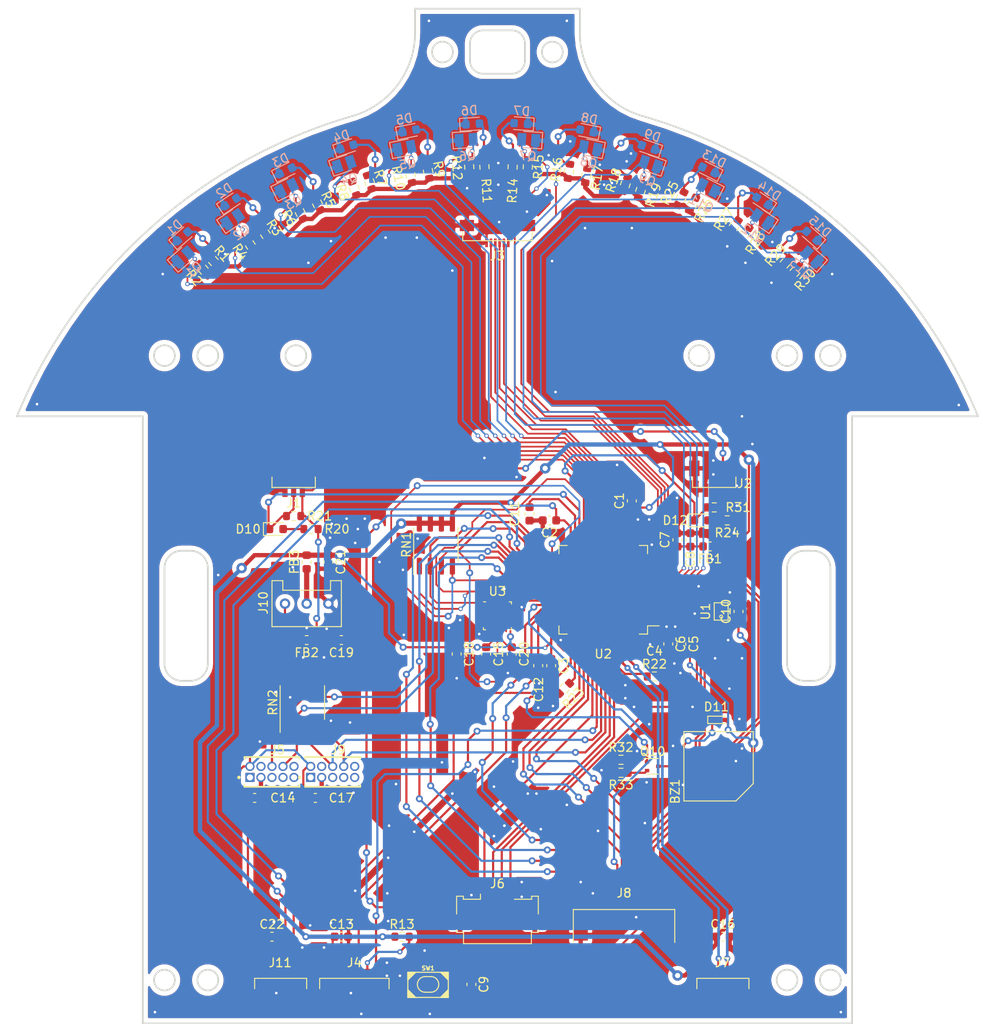
<source format=kicad_pcb>
(kicad_pcb (version 20171130) (host pcbnew "(5.1.10)-1")
  (layers (0 F.Cu signal) (31 B.Cu signal) (34 B.Paste user) (35 F.Paste user) (36 B.SilkS user) (37 F.SilkS user) (38 B.Mask user) (39 F.Mask user) (44 Edge.Cuts user))
  (net 0 "")
  (net 1 +3V3)
  (net 2 "Net-(BZ1-Pad2)")
  (net 3 GND)
  (net 4 "Net-(C7-Pad1)")
  (net 5 nRST)
  (net 6 "Net-(C11-Pad1)")
  (net 7 "Net-(C12-Pad1)")
  (net 8 +5V)
  (net 9 "Net-(C20-Pad1)")
  (net 10 "Net-(D1-Pad2)")
  (net 11 "Net-(D2-Pad2)")
  (net 12 "Net-(D3-Pad2)")
  (net 13 "Net-(D4-Pad2)")
  (net 14 "Net-(D5-Pad2)")
  (net 15 "Net-(D6-Pad2)")
  (net 16 "Net-(D7-Pad2)")
  (net 17 "Net-(D8-Pad2)")
  (net 18 "Net-(D9-Pad2)")
  (net 19 "Net-(D10-Pad2)")
  (net 20 SubSens2)
  (net 21 "Net-(D12-Pad2)")
  (net 22 SubSens1)
  (net 23 "Net-(D13-Pad2)")
  (net 24 "Net-(D14-Pad2)")
  (net 25 "Net-(D15-Pad2)")
  (net 26 "Net-(FB2-Pad1)")
  (net 27 "Net-(FB3-Pad1)")
  (net 28 "Net-(J3-Pad2)")
  (net 29 "Net-(J3-Pad3)")
  (net 30 "Net-(J3-Pad4)")
  (net 31 "Net-(J3-Pad5)")
  (net 32 SWCLK)
  (net 33 SWDIO)
  (net 34 SWO)
  (net 35 Encorder1_A)
  (net 36 Encorder1_B)
  (net 37 /LED_Red)
  (net 38 /LED_White)
  (net 39 /LED_B)
  (net 40 /LED_G)
  (net 41 /LED_R)
  (net 42 I2C_SDA)
  (net 43 I2C_SCL)
  (net 44 /DRV1_EN)
  (net 45 /DRV1_PN)
  (net 46 /DRV2_EN)
  (net 47 /DRV2_PN)
  (net 48 Encorder2_B)
  (net 49 Encorder2_A)
  (net 50 /SW2)
  (net 51 /Rotary1)
  (net 52 /Rotary8)
  (net 53 /SW1)
  (net 54 /Rotary2)
  (net 55 /Rotary4)
  (net 56 /SW3)
  (net 57 USART_TX)
  (net 58 USART_RX)
  (net 59 /Sensor01)
  (net 60 /Sensor02)
  (net 61 /Sensor03)
  (net 62 /Sensor04)
  (net 63 /Sensor05)
  (net 64 /Sensor06)
  (net 65 /Sensor07)
  (net 66 /Sensor08)
  (net 67 /Sensor09)
  (net 68 "Net-(Q10-Pad1)")
  (net 69 "Net-(Q10-Pad2)")
  (net 70 /Sensor10)
  (net 71 /Sensor11)
  (net 72 /Sensor12)
  (net 73 "Net-(R22-Pad1)")
  (net 74 "Net-(R23-Pad2)")
  (net 75 ICM_nCS)
  (net 76 ICM_MISO)
  (net 77 ICM_MOSI)
  (net 78 ICM_SCLK)
  (net 79 "Net-(U1-Pad3)")
  (module Package_QFP:LQFP-64_10x10mm_P0.5mm (layer F.Cu) (at 12.2 -3 180)
    (fp_text reference U2 (at 0 -7.4 180) (layer F.SilkS))
    (fp_text value STM32F405RGTx)
    (pad 1 smd roundrect (at -5.675 -3.75 180) (size 1.55 0.3) (layers F.Cu F.Paste F.Mask) (net 1 +3V3))
    (pad 2 smd roundrect (at -5.675 -3.25 180) (size 1.55 0.3) (layers F.Cu F.Paste F.Mask) (net 46 /DRV2_EN))
    (pad 3 smd roundrect (at -5.675 -2.75 180) (size 1.55 0.3) (layers F.Cu F.Paste F.Mask) (net 53 /SW1))
    (pad 4 smd roundrect (at -5.675 -2.25 180) (size 1.55 0.3) (layers F.Cu F.Paste F.Mask) (net 50 /SW2))
    (pad 5 smd roundrect (at -5.675 -1.75 180) (size 1.55 0.3) (layers F.Cu F.Paste F.Mask) (net 79 "Net-(U1-Pad3)"))
    (pad 6 smd roundrect (at -5.675 -1.25 180) (size 1.55 0.3) (layers F.Cu F.Paste F.Mask) (net 56 /SW3))
    (pad 7 smd roundrect (at -5.675 -0.75 180) (size 1.55 0.3) (layers F.Cu F.Paste F.Mask) (net 5 nRST))
    (pad 8 smd roundrect (at -5.675 -0.25 180) (size 1.55 0.3) (layers F.Cu F.Paste F.Mask) (net 72 /Sensor12))
    (pad 9 smd roundrect (at -5.675 0.25 180) (size 1.55 0.3) (layers F.Cu F.Paste F.Mask) (net 71 /Sensor11))
    (pad 10 smd roundrect (at -5.675 0.75 180) (size 1.55 0.3) (layers F.Cu F.Paste F.Mask) (net 70 /Sensor10))
    (pad 11 smd roundrect (at -5.675 1.25 180) (size 1.55 0.3) (layers F.Cu F.Paste F.Mask) (net 67 /Sensor09))
    (pad 12 smd roundrect (at -5.675 1.75 180) (size 1.55 0.3) (layers F.Cu F.Paste F.Mask) (net 3 GND))
    (pad 13 smd roundrect (at -5.675 2.25 180) (size 1.55 0.3) (layers F.Cu F.Paste F.Mask) (net 4 "Net-(C7-Pad1)"))
    (pad 14 smd roundrect (at -5.675 2.75 180) (size 1.55 0.3) (layers F.Cu F.Paste F.Mask) (net 66 /Sensor08))
    (pad 15 smd roundrect (at -5.675 3.25 180) (size 1.55 0.3) (layers F.Cu F.Paste F.Mask) (net 65 /Sensor07))
    (pad 16 smd roundrect (at -5.675 3.75 180) (size 1.55 0.3) (layers F.Cu F.Paste F.Mask) (net 28 "Net-(J3-Pad2)"))
    (pad 17 smd roundrect (at -3.75 5.675 180) (size 0.3 1.55) (layers F.Cu F.Paste F.Mask) (net 29 "Net-(J3-Pad3)"))
    (pad 18 smd roundrect (at -3.25 5.675 180) (size 0.3 1.55) (layers F.Cu F.Paste F.Mask) (net 3 GND))
    (pad 19 smd roundrect (at -2.75 5.675 180) (size 0.3 1.55) (layers F.Cu F.Paste F.Mask) (net 1 +3V3))
    (pad 20 smd roundrect (at -2.25 5.675 180) (size 0.3 1.55) (layers F.Cu F.Paste F.Mask) (net 30 "Net-(J3-Pad4)"))
    (pad 21 smd roundrect (at -1.75 5.675 180) (size 0.3 1.55) (layers F.Cu F.Paste F.Mask) (net 31 "Net-(J3-Pad5)"))
    (pad 22 smd roundrect (at -1.25 5.675 180) (size 0.3 1.55) (layers F.Cu F.Paste F.Mask) (net 64 /Sensor06))
    (pad 23 smd roundrect (at -0.75 5.675 180) (size 0.3 1.55) (layers F.Cu F.Paste F.Mask) (net 63 /Sensor05))
    (pad 24 smd roundrect (at -0.25 5.675 180) (size 0.3 1.55) (layers F.Cu F.Paste F.Mask) (net 62 /Sensor04))
    (pad 25 smd roundrect (at 0.25 5.675 180) (size 0.3 1.55) (layers F.Cu F.Paste F.Mask) (net 61 /Sensor03))
    (pad 26 smd roundrect (at 0.75 5.675 180) (size 0.3 1.55) (layers F.Cu F.Paste F.Mask) (net 60 /Sensor02))
    (pad 27 smd roundrect (at 1.25 5.675 180) (size 0.3 1.55) (layers F.Cu F.Paste F.Mask) (net 59 /Sensor01))
    (pad 28 smd roundrect (at 1.75 5.675 180) (size 0.3 1.55) (layers F.Cu F.Paste F.Mask) (net 22 SubSens1))
    (pad 29 smd roundrect (at 2.25 5.675 180) (size 0.3 1.55) (layers F.Cu F.Paste F.Mask) (net 78 ICM_SCLK))
    (pad 30 smd roundrect (at 2.75 5.675 180) (size 0.3 1.55) (layers F.Cu F.Paste F.Mask) (net 20 SubSens2))
    (pad 31 smd roundrect (at 3.25 5.675 180) (size 0.3 1.55) (layers F.Cu F.Paste F.Mask) (net 6 "Net-(C11-Pad1)"))
    (pad 32 smd roundrect (at 3.75 5.675 180) (size 0.3 1.55) (layers F.Cu F.Paste F.Mask) (net 1 +3V3))
    (pad 33 smd roundrect (at 5.675 3.75 180) (size 1.55 0.3) (layers F.Cu F.Paste F.Mask) (net 75 ICM_nCS))
    (pad 34 smd roundrect (at 5.675 3.25 180) (size 1.55 0.3) (layers F.Cu F.Paste F.Mask) (net 37 /LED_Red))
    (pad 35 smd roundrect (at 5.675 2.75 180) (size 1.55 0.3) (layers F.Cu F.Paste F.Mask) (net 76 ICM_MISO))
    (pad 36 smd roundrect (at 5.675 2.25 180) (size 1.55 0.3) (layers F.Cu F.Paste F.Mask) (net 77 ICM_MOSI))
    (pad 37 smd roundrect (at 5.675 1.75 180) (size 1.55 0.3) (layers F.Cu F.Paste F.Mask) (net 57 USART_TX))
    (pad 38 smd roundrect (at 5.675 1.25 180) (size 1.55 0.3) (layers F.Cu F.Paste F.Mask) (net 58 USART_RX))
    (pad 39 smd roundrect (at 5.675 0.75 180) (size 1.55 0.3) (layers F.Cu F.Paste F.Mask) (net 38 /LED_White))
    (pad 40 smd roundrect (at 5.675 0.25 180) (size 1.55 0.3) (layers F.Cu F.Paste F.Mask) (net 39 /LED_B))
    (pad 41 smd roundrect (at 5.675 -0.25 180) (size 1.55 0.3) (layers F.Cu F.Paste F.Mask) (net 35 Encorder1_A))
    (pad 42 smd roundrect (at 5.675 -0.75 180) (size 1.55 0.3) (layers F.Cu F.Paste F.Mask) (net 36 Encorder1_B))
    (pad 43 smd roundrect (at 5.675 -1.25 180) (size 1.55 0.3) (layers F.Cu F.Paste F.Mask) (net 40 /LED_G))
    (pad 44 smd roundrect (at 5.675 -1.75 180) (size 1.55 0.3) (layers F.Cu F.Paste F.Mask) (net 41 /LED_R))
    (pad 45 smd roundrect (at 5.675 -2.25 180) (size 1.55 0.3) (layers F.Cu F.Paste F.Mask) (net 55 /Rotary4))
    (pad 46 smd roundrect (at 5.675 -2.75 180) (size 1.55 0.3) (layers F.Cu F.Paste F.Mask) (net 33 SWDIO))
    (pad 47 smd roundrect (at 5.675 -3.25 180) (size 1.55 0.3) (layers F.Cu F.Paste F.Mask) (net 7 "Net-(C12-Pad1)"))
    (pad 48 smd roundrect (at 5.675 -3.75 180) (size 1.55 0.3) (layers F.Cu F.Paste F.Mask) (net 1 +3V3))
    (pad 49 smd roundrect (at 3.75 -5.675 180) (size 0.3 1.55) (layers F.Cu F.Paste F.Mask) (net 32 SWCLK))
    (pad 50 smd roundrect (at 3.25 -5.675 180) (size 0.3 1.55) (layers F.Cu F.Paste F.Mask) (net 74 "Net-(R23-Pad2)"))
    (pad 51 smd roundrect (at 2.75 -5.675 180) (size 0.3 1.55) (layers F.Cu F.Paste F.Mask) (net 54 /Rotary2))
    (pad 52 smd roundrect (at 2.25 -5.675 180) (size 0.3 1.55) (layers F.Cu F.Paste F.Mask) (net 52 /Rotary8))
    (pad 53 smd roundrect (at 1.75 -5.675 180) (size 0.3 1.55) (layers F.Cu F.Paste F.Mask) (net 51 /Rotary1))
    (pad 54 smd roundrect (at 1.25 -5.675 180) (size 0.3 1.55) (layers F.Cu F.Paste F.Mask) (net 44 /DRV1_EN))
    (pad 55 smd roundrect (at 0.75 -5.675 180) (size 0.3 1.55) (layers F.Cu F.Paste F.Mask) (net 34 SWO))
    (pad 56 smd roundrect (at 0.25 -5.675 180) (size 0.3 1.55) (layers F.Cu F.Paste F.Mask) (net 49 Encorder2_A))
    (pad 57 smd roundrect (at -0.25 -5.675 180) (size 0.3 1.55) (layers F.Cu F.Paste F.Mask) (net 48 Encorder2_B))
    (pad 58 smd roundrect (at -0.75 -5.675 180) (size 0.3 1.55) (layers F.Cu F.Paste F.Mask) (net 45 /DRV1_PN))
    (pad 59 smd roundrect (at -1.25 -5.675 180) (size 0.3 1.55) (layers F.Cu F.Paste F.Mask) (net 47 /DRV2_PN))
    (pad 60 smd roundrect (at -1.75 -5.675 180) (size 0.3 1.55) (layers F.Cu F.Paste F.Mask) (net 73 "Net-(R22-Pad1)"))
    (pad 61 smd roundrect (at -2.25 -5.675 180) (size 0.3 1.55) (layers F.Cu F.Paste F.Mask) (net 43 I2C_SCL))
    (pad 62 smd roundrect (at -2.75 -5.675 180) (size 0.3 1.55) (layers F.Cu F.Paste F.Mask) (net 42 I2C_SDA))
    (pad 63 smd roundrect (at -3.25 -5.675 180) (size 0.3 1.55) (layers F.Cu F.Paste F.Mask) (net 3 GND))
    (pad 64 smd roundrect (at -3.75 -5.675 180) (size 0.3 1.55) (layers F.Cu F.Paste F.Mask) (net 1 +3V3))
  )
  (module Resistor_SMD:R_0603_1608Metric (layer F.Cu) (at 8.25 -51.25 81.5)
    (fp_text reference R16 (at 0 -1.43 81.5) (layer F.SilkS))
    (fp_text value 100)
    (pad 2 smd roundrect (at 0.825 0 81.5) (size 0.8 0.95) (layers F.Cu F.Paste F.Mask) (net 17 "Net-(D8-Pad2)"))
    (pad 1 smd roundrect (at -0.825 0 81.5) (size 0.8 0.95) (layers F.Cu F.Paste F.Mask) (net 1 +3V3))
  )
  (module Package_DFN_QFN:QFN-24-1EP_3x3mm_P0.4mm_EP1.75x1.6mm (layer F.Cu) (at 0 0)
    (fp_text reference U3 (at 0 -2.82) (layer F.SilkS))
    (fp_text value ICM-20648)
    (pad 25 smd rect (at 0 0) (size 1.75 1.6) (layers F.Cu F.Mask) (net 3 GND))
    (pad 24 smd custom (at -1 -1.5) (size 0.115147 0.115147) (layers F.Cu F.Paste F.Mask) (net 77 ICM_MOSI) (options (clearance outline) (anchor circle)) (primitives (gr_poly (pts (xy -0.06 -0.335) (xy 0.06 -0.335) (xy 0.06 0.335) (xy 0.036569 0.335) (xy -0.06 0.238431)) (width 0.08))))
    (pad 23 smd roundrect (at -0.6 -1.5) (size 0.2 0.75) (layers F.Cu F.Paste F.Mask) (net 78 ICM_SCLK))
    (pad 22 smd roundrect (at -0.2 -1.5) (size 0.2 0.75) (layers F.Cu F.Paste F.Mask) (net 75 ICM_nCS))
    (pad 21 smd roundrect (at 0.2 -1.5) (size 0.2 0.75) (layers F.Cu F.Paste F.Mask))
    (pad 20 smd roundrect (at 0.6 -1.5) (size 0.2 0.75) (layers F.Cu F.Paste F.Mask) (net 3 GND))
    (pad 19 smd custom (at 1 -1.5) (size 0.115147 0.115147) (layers F.Cu F.Paste F.Mask) (options (clearance outline) (anchor circle)) (primitives (gr_poly (pts (xy -0.06 -0.335) (xy 0.06 -0.335) (xy 0.06 0.238431) (xy -0.036569 0.335) (xy -0.06 0.335)) (width 0.08))))
    (pad 18 smd custom (at 1.5 -1) (size 0.115147 0.115147) (layers F.Cu F.Paste F.Mask) (net 3 GND) (options (clearance outline) (anchor circle)) (primitives (gr_poly (pts (xy -0.335 0.036569) (xy -0.238431 -0.06) (xy 0.335 -0.06) (xy 0.335 0.06) (xy -0.335 0.06)) (width 0.08))))
    (pad 17 smd roundrect (at 1.5 -0.6) (size 0.75 0.2) (layers F.Cu F.Paste F.Mask))
    (pad 16 smd roundrect (at 1.5 -0.2) (size 0.75 0.2) (layers F.Cu F.Paste F.Mask))
    (pad 15 smd roundrect (at 1.5 0.2) (size 0.75 0.2) (layers F.Cu F.Paste F.Mask))
    (pad 14 smd roundrect (at 1.5 0.6) (size 0.75 0.2) (layers F.Cu F.Paste F.Mask))
    (pad 13 smd custom (at 1.5 1) (size 0.115147 0.115147) (layers F.Cu F.Paste F.Mask) (net 1 +3V3) (options (clearance outline) (anchor circle)) (primitives (gr_poly (pts (xy -0.335 -0.06) (xy 0.335 -0.06) (xy 0.335 0.06) (xy -0.238431 0.06) (xy -0.335 -0.036569)) (width 0.08))))
    (pad 12 smd custom (at 1 1.5) (size 0.115147 0.115147) (layers F.Cu F.Paste F.Mask) (options (clearance outline) (anchor circle)) (primitives (gr_poly (pts (xy -0.06 -0.335) (xy -0.036569 -0.335) (xy 0.06 -0.238431) (xy 0.06 0.335) (xy -0.06 0.335)) (width 0.08))))
    (pad 11 smd roundrect (at 0.6 1.5) (size 0.2 0.75) (layers F.Cu F.Paste F.Mask) (net 3 GND))
    (pad 10 smd roundrect (at 0.2 1.5) (size 0.2 0.75) (layers F.Cu F.Paste F.Mask) (net 9 "Net-(C20-Pad1)"))
    (pad 9 smd roundrect (at -0.2 1.5) (size 0.2 0.75) (layers F.Cu F.Paste F.Mask) (net 76 ICM_MISO))
    (pad 8 smd roundrect (at -0.6 1.5) (size 0.2 0.75) (layers F.Cu F.Paste F.Mask) (net 1 +3V3))
    (pad 7 smd custom (at -1 1.5) (size 0.115147 0.115147) (layers F.Cu F.Paste F.Mask) (options (clearance outline) (anchor circle)) (primitives (gr_poly (pts (xy -0.06 -0.238431) (xy 0.036569 -0.335) (xy 0.06 -0.335) (xy 0.06 0.335) (xy -0.06 0.335)) (width 0.08))))
    (pad 6 smd custom (at -1.5 1) (size 0.115147 0.115147) (layers F.Cu F.Paste F.Mask) (options (clearance outline) (anchor circle)) (primitives (gr_poly (pts (xy -0.335 -0.06) (xy 0.335 -0.06) (xy 0.335 -0.036569) (xy 0.238431 0.06) (xy -0.335 0.06)) (width 0.08))))
    (pad 5 smd roundrect (at -1.5 0.6) (size 0.75 0.2) (layers F.Cu F.Paste F.Mask))
    (pad 4 smd roundrect (at -1.5 0.2) (size 0.75 0.2) (layers F.Cu F.Paste F.Mask))
    (pad 3 smd roundrect (at -1.5 -0.2) (size 0.75 0.2) (layers F.Cu F.Paste F.Mask))
    (pad 2 smd roundrect (at -1.5 -0.6) (size 0.75 0.2) (layers F.Cu F.Paste F.Mask))
    (pad 1 smd custom (at -1.5 -1) (size 0.115147 0.115147) (layers F.Cu F.Paste F.Mask) (options (clearance outline) (anchor circle)) (primitives (gr_poly (pts (xy -0.335 -0.06) (xy 0.238431 -0.06) (xy 0.335 0.036569) (xy 0.335 0.06) (xy -0.335 0.06)) (width 0.08))))
  )
  (module FFC:WürthElektronik_687112183722_01x12_P0.5mm (layer F.Cu) (at 14.6 36.8)
    (fp_text reference J8 (at 0 -4.833336) (layer F.SilkS))
    (fp_text value FFC12)
    (pad MP smd rect (at 5 0) (size 1.65 1.3) (layers F.Cu F.Paste F.Mask) (net 3 GND))
    (pad MP smd rect (at -5 0) (size 1.65 1.3) (layers F.Cu F.Paste F.Mask) (net 3 GND))
    (pad 12 smd rect (at 2.75 -3.45) (size 0.3 1) (layers F.Cu F.Paste F.Mask) (net 56 /SW3))
    (pad 11 smd rect (at 2.25 -3.45) (size 0.3 1) (layers F.Cu F.Paste F.Mask) (net 50 /SW2))
    (pad 10 smd rect (at 1.75 -3.45) (size 0.3 1) (layers F.Cu F.Paste F.Mask) (net 53 /SW1))
    (pad 9 smd rect (at 1.25 -3.45) (size 0.3 1) (layers F.Cu F.Paste F.Mask) (net 51 /Rotary1))
    (pad 8 smd rect (at 0.75 -3.45) (size 0.3 1) (layers F.Cu F.Paste F.Mask) (net 52 /Rotary8))
    (pad 7 smd rect (at 0.25 -3.45) (size 0.3 1) (layers F.Cu F.Paste F.Mask) (net 54 /Rotary2))
    (pad 6 smd rect (at -0.25 -3.45) (size 0.3 1) (layers F.Cu F.Paste F.Mask) (net 55 /Rotary4))
    (pad 5 smd rect (at -0.75 -3.45) (size 0.3 1) (layers F.Cu F.Paste F.Mask) (net 41 /LED_R))
    (pad 4 smd rect (at -1.25 -3.45) (size 0.3 1) (layers F.Cu F.Paste F.Mask) (net 40 /LED_G))
    (pad 3 smd rect (at -1.75 -3.45) (size 0.3 1) (layers F.Cu F.Paste F.Mask) (net 39 /LED_B))
    (pad 2 smd rect (at -2.25 -3.45) (size 0.3 1) (layers F.Cu F.Paste F.Mask) (net 38 /LED_White))
    (pad 1 smd rect (at -2.75 -3.45) (size 0.3 1) (layers F.Cu F.Paste F.Mask) (net 37 /LED_Red))
  )
  (module Buzzer:TE044003-4 (layer F.Cu) (at 25.5 17.35)
    (fp_text reference BZ1 (at -5 2.9 90) (layer F.SilkS))
    (fp_text value TE044003-4)
    (pad 1 smd rect (at 4 0) (size 2 2.4) (layers F.Cu F.Paste F.Mask) (net 1 +3V3))
    (pad 2 smd rect (at -4 0) (size 2 2.4) (layers F.Cu F.Paste F.Mask) (net 2 "Net-(BZ1-Pad2)"))
  )
  (module Capacitor_SMD:C_0603_1608Metric (layer F.Cu) (at 15.5 -13.25 90)
    (fp_text reference C1 (at 0 -1.43 90) (layer F.SilkS))
    (fp_text value 0.1u)
    (pad 1 smd roundrect (at -0.775 0 90) (size 0.9 0.95) (layers F.Cu F.Paste F.Mask) (net 1 +3V3))
    (pad 2 smd roundrect (at 0.775 0 90) (size 0.9 0.95) (layers F.Cu F.Paste F.Mask) (net 3 GND))
  )
  (module Capacitor_SMD:C_0603_1608Metric (layer F.Cu) (at 6 -11 180)
    (fp_text reference C2 (at 0 -1.43) (layer F.SilkS))
    (fp_text value 0.1u)
    (pad 2 smd roundrect (at 0.775 0 180) (size 0.9 0.95) (layers F.Cu F.Paste F.Mask) (net 3 GND))
    (pad 1 smd roundrect (at -0.775 0 180) (size 0.9 0.95) (layers F.Cu F.Paste F.Mask) (net 1 +3V3))
  )
  (module Capacitor_SMD:C_0603_1608Metric (layer F.Cu) (at 6.2 5.75 270)
    (fp_text reference C3 (at 0 -1.43 90) (layer F.SilkS))
    (fp_text value 0.1u)
    (pad 2 smd roundrect (at 0.775 0 270) (size 0.9 0.95) (layers F.Cu F.Paste F.Mask) (net 3 GND))
    (pad 1 smd roundrect (at -0.775 0 270) (size 0.9 0.95) (layers F.Cu F.Paste F.Mask) (net 1 +3V3))
  )
  (module Capacitor_SMD:C_0603_1608Metric (layer F.Cu) (at 18.1 5.5)
    (fp_text reference C4 (at 0 -1.43) (layer F.SilkS))
    (fp_text value 0.1u)
    (pad 1 smd roundrect (at -0.775 0) (size 0.9 0.95) (layers F.Cu F.Paste F.Mask) (net 1 +3V3))
    (pad 2 smd roundrect (at 0.775 0) (size 0.9 0.95) (layers F.Cu F.Paste F.Mask) (net 3 GND))
  )
  (module Capacitor_SMD:C_0603_1608Metric (layer F.Cu) (at 21.2 3.25 270)
    (fp_text reference C5 (at 0 -1.43 90) (layer F.SilkS))
    (fp_text value 4.7u)
    (pad 1 smd roundrect (at -0.775 0 270) (size 0.9 0.95) (layers F.Cu F.Paste F.Mask) (net 1 +3V3))
    (pad 2 smd roundrect (at 0.775 0 270) (size 0.9 0.95) (layers F.Cu F.Paste F.Mask) (net 3 GND))
  )
  (module Capacitor_SMD:C_0603_1608Metric (layer F.Cu) (at 19.7 3.25 270)
    (fp_text reference C6 (at 0 -1.43 90) (layer F.SilkS))
    (fp_text value 0.1u)
    (pad 2 smd roundrect (at 0.775 0 270) (size 0.9 0.95) (layers F.Cu F.Paste F.Mask) (net 3 GND))
    (pad 1 smd roundrect (at -0.775 0 270) (size 0.9 0.95) (layers F.Cu F.Paste F.Mask) (net 1 +3V3))
  )
  (module Capacitor_SMD:C_0603_1608Metric (layer F.Cu) (at 20.75 -8.75 90)
    (fp_text reference C7 (at 0 -1.43 90) (layer F.SilkS))
    (fp_text value 0.1u)
    (pad 1 smd roundrect (at -0.775 0 90) (size 0.9 0.95) (layers F.Cu F.Paste F.Mask) (net 4 "Net-(C7-Pad1)"))
    (pad 2 smd roundrect (at 0.775 0 90) (size 0.9 0.95) (layers F.Cu F.Paste F.Mask) (net 3 GND))
  )
  (module Capacitor_SMD:C_0603_1608Metric (layer F.Cu) (at 22.25 -8.75 90)
    (fp_text reference C8 (at -2.25 0 90) (layer F.SilkS))
    (fp_text value 1u)
    (pad 2 smd roundrect (at 0.775 0 90) (size 0.9 0.95) (layers F.Cu F.Paste F.Mask) (net 3 GND))
    (pad 1 smd roundrect (at -0.775 0 90) (size 0.9 0.95) (layers F.Cu F.Paste F.Mask) (net 4 "Net-(C7-Pad1)"))
  )
  (module Capacitor_SMD:C_0603_1608Metric (layer F.Cu) (at -3 42.5 270)
    (fp_text reference C9 (at 0 -1.43 90) (layer F.SilkS))
    (fp_text value 0.1u)
    (pad 2 smd roundrect (at 0.775 0 270) (size 0.9 0.95) (layers F.Cu F.Paste F.Mask) (net 3 GND))
    (pad 1 smd roundrect (at -0.775 0 270) (size 0.9 0.95) (layers F.Cu F.Paste F.Mask) (net 5 nRST))
  )
  (module Capacitor_SMD:C_0603_1608Metric (layer F.Cu) (at 27.8 -0.5 90)
    (fp_text reference C10 (at 0 -1.43 90) (layer F.SilkS))
    (fp_text value 0.1u)
    (pad 1 smd roundrect (at -0.775 0 90) (size 0.9 0.95) (layers F.Cu F.Paste F.Mask) (net 1 +3V3))
    (pad 2 smd roundrect (at 0.775 0 90) (size 0.9 0.95) (layers F.Cu F.Paste F.Mask) (net 3 GND))
  )
  (module Capacitor_SMD:C_0603_1608Metric (layer F.Cu) (at 3.7 -11.75 270)
    (fp_text reference C11 (at 0 1.7 90) (layer F.SilkS))
    (fp_text value 2.2u)
    (pad 2 smd roundrect (at 0.775 0 270) (size 0.9 0.95) (layers F.Cu F.Paste F.Mask) (net 3 GND))
    (pad 1 smd roundrect (at -0.775 0 270) (size 0.9 0.95) (layers F.Cu F.Paste F.Mask) (net 6 "Net-(C11-Pad1)"))
  )
  (module Capacitor_SMD:C_0603_1608Metric (layer F.Cu) (at 4.7 5.75 270)
    (fp_text reference C12 (at 2.75 -0.05 90) (layer F.SilkS))
    (fp_text value 2.2u)
    (pad 1 smd roundrect (at -0.775 0 270) (size 0.9 0.95) (layers F.Cu F.Paste F.Mask) (net 7 "Net-(C12-Pad1)"))
    (pad 2 smd roundrect (at 0.775 0 270) (size 0.9 0.95) (layers F.Cu F.Paste F.Mask) (net 3 GND))
  )
  (module Capacitor_SMD:C_0603_1608Metric (layer F.Cu) (at -18 37)
    (fp_text reference C13 (at 0 -1.43) (layer F.SilkS))
    (fp_text value 0.1u)
    (pad 1 smd roundrect (at -0.775 0) (size 0.9 0.95) (layers F.Cu F.Paste F.Mask) (net 1 +3V3))
    (pad 2 smd roundrect (at 0.775 0) (size 0.9 0.95) (layers F.Cu F.Paste F.Mask) (net 3 GND))
  )
  (module Capacitor_SMD:C_0603_1608Metric (layer F.Cu) (at -28 21)
    (fp_text reference C14 (at 3.25 0) (layer F.SilkS))
    (fp_text value 0.1u)
    (pad 1 smd roundrect (at -0.775 0) (size 0.9 0.95) (layers F.Cu F.Paste F.Mask) (net 8 +5V))
    (pad 2 smd roundrect (at 0.775 0) (size 0.9 0.95) (layers F.Cu F.Paste F.Mask) (net 3 GND))
  )
  (module Capacitor_SMD:C_0603_1608Metric (layer F.Cu) (at -1.3 4.4 270)
    (fp_text reference C15 (at 0 -1.43 90) (layer F.SilkS))
    (fp_text value 0.1u)
    (pad 1 smd roundrect (at -0.775 0 270) (size 0.9 0.95) (layers F.Cu F.Paste F.Mask) (net 1 +3V3))
    (pad 2 smd roundrect (at 0.775 0 270) (size 0.9 0.95) (layers F.Cu F.Paste F.Mask) (net 3 GND))
  )
  (module Capacitor_SMD:C_0603_1608Metric (layer F.Cu) (at 26 37)
    (fp_text reference C16 (at 0 -1.43) (layer F.SilkS))
    (fp_text value 0.1u)
    (pad 2 smd roundrect (at 0.775 0) (size 0.9 0.95) (layers F.Cu F.Paste F.Mask) (net 3 GND))
    (pad 1 smd roundrect (at -0.775 0) (size 0.9 0.95) (layers F.Cu F.Paste F.Mask) (net 1 +3V3))
  )
  (module Capacitor_SMD:C_0603_1608Metric (layer F.Cu) (at -21 21)
    (fp_text reference C17 (at 3 0) (layer F.SilkS))
    (fp_text value 0.1u)
    (pad 2 smd roundrect (at 0.775 0) (size 0.9 0.95) (layers F.Cu F.Paste F.Mask) (net 3 GND))
    (pad 1 smd roundrect (at -0.775 0) (size 0.9 0.95) (layers F.Cu F.Paste F.Mask) (net 8 +5V))
  )
  (module Capacitor_SMD:C_0603_1608Metric (layer F.Cu) (at -4.7 4.4 270)
    (fp_text reference C18 (at 0 -1.43 90) (layer F.SilkS))
    (fp_text value 0.1u)
    (pad 2 smd roundrect (at 0.775 0 270) (size 0.9 0.95) (layers F.Cu F.Paste F.Mask) (net 3 GND))
    (pad 1 smd roundrect (at -0.775 0 270) (size 0.9 0.95) (layers F.Cu F.Paste F.Mask) (net 1 +3V3))
  )
  (module Capacitor_SMD:C_0603_1608Metric (layer F.Cu) (at -18 2.8)
    (fp_text reference C19 (at 0 1.45) (layer F.SilkS))
    (fp_text value 0.1u)
    (pad 2 smd roundrect (at 0.775 0) (size 0.9 0.95) (layers F.Cu F.Paste F.Mask) (net 3 GND))
    (pad 1 smd roundrect (at -0.775 0) (size 0.9 0.95) (layers F.Cu F.Paste F.Mask) (net 8 +5V))
  )
  (module Capacitor_SMD:C_0603_1608Metric (layer F.Cu) (at 1.65 4.4 270)
    (fp_text reference C20 (at 0 -1.43 90) (layer F.SilkS))
    (fp_text value 0.1u)
    (pad 2 smd roundrect (at 0.775 0 270) (size 0.9 0.95) (layers F.Cu F.Paste F.Mask) (net 3 GND))
    (pad 1 smd roundrect (at -0.775 0 270) (size 0.9 0.95) (layers F.Cu F.Paste F.Mask) (net 9 "Net-(C20-Pad1)"))
  )
  (module Capacitor_SMD:C_0603_1608Metric (layer F.Cu) (at -19.5 -6.2 270)
    (fp_text reference C21 (at 0 -1.43 90) (layer F.SilkS))
    (fp_text value 0.1u)
    (pad 1 smd roundrect (at -0.775 0 270) (size 0.9 0.95) (layers F.Cu F.Paste F.Mask) (net 1 +3V3))
    (pad 2 smd roundrect (at 0.775 0 270) (size 0.9 0.95) (layers F.Cu F.Paste F.Mask) (net 3 GND))
  )
  (module Capacitor_SMD:C_0603_1608Metric (layer F.Cu) (at -26 37)
    (fp_text reference C22 (at 0 -1.43) (layer F.SilkS))
    (fp_text value 0.1u)
    (pad 1 smd roundrect (at -0.775 0) (size 0.9 0.95) (layers F.Cu F.Paste F.Mask) (net 8 +5V))
    (pad 2 smd roundrect (at 0.775 0) (size 0.9 0.95) (layers F.Cu F.Paste F.Mask) (net 3 GND))
  )
  (module Diode_SMD:D_0603_1608Metric (layer B.Cu) (at -36.3 -43.75 41.2)
    (fp_text reference D1 (at -0.056105 -1.37817 221.2) (layer B.SilkS) (effects (justify mirror)))
    (fp_text value SIR19-21C/TR8)
    (pad 1 smd roundrect (at -0.7875 0 41.2) (size 0.875 0.95) (layers B.Cu B.Paste B.Mask) (net 3 GND))
    (pad 2 smd roundrect (at 0.7875 0 41.2) (size 0.875 0.95) (layers B.Cu B.Paste B.Mask) (net 10 "Net-(D1-Pad2)"))
  )
  (module Diode_SMD:D_0603_1608Metric (layer B.Cu) (at -30.75 -47.7 33.7)
    (fp_text reference D2 (at 0.097332 -1.497674 213.7) (layer B.SilkS) (effects (justify mirror)))
    (fp_text value SIR19-21C/TR8)
    (pad 2 smd roundrect (at 0.7875 0 33.7) (size 0.875 0.95) (layers B.Cu B.Paste B.Mask) (net 11 "Net-(D2-Pad2)"))
    (pad 1 smd roundrect (at -0.7875 0 33.7) (size 0.875 0.95) (layers B.Cu B.Paste B.Mask) (net 3 GND))
  )
  (module Diode_SMD:D_0603_1608Metric (layer B.Cu) (at -24.4 -51.3 26.2)
    (fp_text reference D3 (at -0.008548 -1.341614 206.2) (layer B.SilkS) (effects (justify mirror)))
    (fp_text value SIR19-21C/TR8)
    (pad 2 smd roundrect (at 0.7875 0 26.2) (size 0.875 0.95) (layers B.Cu B.Paste B.Mask) (net 12 "Net-(D3-Pad2)"))
    (pad 1 smd roundrect (at -0.7875 0 26.2) (size 0.875 0.95) (layers B.Cu B.Paste B.Mask) (net 3 GND))
  )
  (module Diode_SMD:D_0603_1608Metric (layer B.Cu) (at -17.35 -54.05 18.7)
    (fp_text reference D4 (at -0.230951 -1.345051 198.7) (layer B.SilkS) (effects (justify mirror)))
    (fp_text value SIR19-21C/TR8)
    (pad 1 smd roundrect (at -0.7875 0 18.7) (size 0.875 0.95) (layers B.Cu B.Paste B.Mask) (net 3 GND))
    (pad 2 smd roundrect (at 0.7875 0 18.7) (size 0.875 0.95) (layers B.Cu B.Paste B.Mask) (net 13 "Net-(D4-Pad2)"))
  )
  (module Diode_SMD:D_0603_1608Metric (layer B.Cu) (at -10.15 -55.9 11.2)
    (fp_text reference D5 (at -0.326357 -1.44083 191.2) (layer B.SilkS) (effects (justify mirror)))
    (fp_text value SIR19-21C/TR8)
    (pad 2 smd roundrect (at 0.7875 0 11.2) (size 0.875 0.95) (layers B.Cu B.Paste B.Mask) (net 14 "Net-(D5-Pad2)"))
    (pad 1 smd roundrect (at -0.7875 0 11.2) (size 0.875 0.95) (layers B.Cu B.Paste B.Mask) (net 3 GND))
  )
  (module Diode_SMD:D_0603_1608Metric (layer B.Cu) (at -2.85 -56.7 3.7)
    (fp_text reference D6 (at -0.299141 -1.572582 183.7) (layer B.SilkS) (effects (justify mirror)))
    (fp_text value SIR19-21C/TR8)
    (pad 2 smd roundrect (at 0.7875 0 3.7) (size 0.875 0.95) (layers B.Cu B.Paste B.Mask) (net 15 "Net-(D6-Pad2)"))
    (pad 1 smd roundrect (at -0.7875 0 3.7) (size 0.875 0.95) (layers B.Cu B.Paste B.Mask) (net 3 GND))
  )
  (module Diode_SMD:D_0603_1608Metric (layer B.Cu) (at 2.7 -56.75 176.2)
    (fp_text reference D7 (at 0 1.43 356.2) (layer B.SilkS) (effects (justify mirror)))
    (fp_text value SIR19-21C/TR8)
    (pad 1 smd roundrect (at -0.7875 0 176.2) (size 0.875 0.95) (layers B.Cu B.Paste B.Mask) (net 3 GND))
    (pad 2 smd roundrect (at 0.7875 0 176.2) (size 0.875 0.95) (layers B.Cu B.Paste B.Mask) (net 16 "Net-(D7-Pad2)"))
  )
  (module Diode_SMD:D_0603_1608Metric (layer B.Cu) (at 10.3 -55.9 168.7)
    (fp_text reference D8 (at 0 1.43 348.7) (layer B.SilkS) (effects (justify mirror)))
    (fp_text value SIR19-21C/TR8)
    (pad 1 smd roundrect (at -0.7875 0 168.7) (size 0.875 0.95) (layers B.Cu B.Paste B.Mask) (net 3 GND))
    (pad 2 smd roundrect (at 0.7875 0 168.7) (size 0.875 0.95) (layers B.Cu B.Paste B.Mask) (net 17 "Net-(D8-Pad2)"))
  )
  (module Diode_SMD:D_0603_1608Metric (layer B.Cu) (at 17.4 -54 161.2)
    (fp_text reference D9 (at 0 1.43 341.2) (layer B.SilkS) (effects (justify mirror)))
    (fp_text value SIR19-21C/TR8)
    (pad 1 smd roundrect (at -0.7875 0 161.2) (size 0.875 0.95) (layers B.Cu B.Paste B.Mask) (net 3 GND))
    (pad 2 smd roundrect (at 0.7875 0 161.2) (size 0.875 0.95) (layers B.Cu B.Paste B.Mask) (net 18 "Net-(D9-Pad2)"))
  )
  (module Diode_SMD:D_0603_1608Metric (layer F.Cu) (at -25.5 -10)
    (fp_text reference D10 (at -3.25 0) (layer F.SilkS))
    (fp_text value SMLEN3WBC8W1)
    (pad 2 smd roundrect (at 0.7875 0) (size 0.875 0.95) (layers F.Cu F.Paste F.Mask) (net 19 "Net-(D10-Pad2)"))
    (pad 1 smd roundrect (at -0.7875 0) (size 0.875 0.95) (layers F.Cu F.Paste F.Mask) (net 20 SubSens2))
  )
  (module original:SOD-523 (layer F.Cu) (at 25.5 12)
    (fp_text reference D11 (at -0.25 -1.5) (layer F.SilkS))
    (fp_text value RB751S40-AU_R1_000A1)
    (pad 1 smd rect (at 0.735 0) (size 0.53 0.5) (layers F.Cu F.Paste F.Mask) (net 1 +3V3))
    (pad 2 smd rect (at -0.735 0) (size 0.53 0.5) (layers F.Cu F.Paste F.Mask) (net 2 "Net-(BZ1-Pad2)"))
  )
  (module Diode_SMD:D_0603_1608Metric (layer F.Cu) (at 23.5 -11)
    (fp_text reference D12 (at -3 0) (layer F.SilkS))
    (fp_text value SMLEN3WBC8W1)
    (pad 2 smd roundrect (at 0.7875 0) (size 0.875 0.95) (layers F.Cu F.Paste F.Mask) (net 21 "Net-(D12-Pad2)"))
    (pad 1 smd roundrect (at -0.7875 0) (size 0.875 0.95) (layers F.Cu F.Paste F.Mask) (net 22 SubSens1))
  )
  (module Diode_SMD:D_0603_1608Metric (layer B.Cu) (at 24.35 -51.4 153.7)
    (fp_text reference D13 (at 0 1.43 -26.3) (layer B.SilkS) (effects (justify mirror)))
    (fp_text value SIR19-21C/TR8)
    (pad 1 smd roundrect (at -0.7875 0 153.7) (size 0.875 0.95) (layers B.Cu B.Paste B.Mask) (net 3 GND))
    (pad 2 smd roundrect (at 0.7875 0 153.7) (size 0.875 0.95) (layers B.Cu B.Paste B.Mask) (net 23 "Net-(D13-Pad2)"))
  )
  (module Diode_SMD:D_0603_1608Metric (layer B.Cu) (at 30.55 -47.8 146.2)
    (fp_text reference D14 (at 0 1.43 326.2) (layer B.SilkS) (effects (justify mirror)))
    (fp_text value SIR19-21C/TR8)
    (pad 1 smd roundrect (at -0.7875 0 146.2) (size 0.875 0.95) (layers B.Cu B.Paste B.Mask) (net 3 GND))
    (pad 2 smd roundrect (at 0.7875 0 146.2) (size 0.875 0.95) (layers B.Cu B.Paste B.Mask) (net 24 "Net-(D14-Pad2)"))
  )
  (module Diode_SMD:D_0603_1608Metric (layer B.Cu) (at 36.25 -43.8 138.7)
    (fp_text reference D15 (at 0 1.43 318.7) (layer B.SilkS) (effects (justify mirror)))
    (fp_text value SIR19-21C/TR8)
    (pad 2 smd roundrect (at 0.7875 0 138.7) (size 0.875 0.95) (layers B.Cu B.Paste B.Mask) (net 25 "Net-(D15-Pad2)"))
    (pad 1 smd roundrect (at -0.7875 0 138.7) (size 0.875 0.95) (layers B.Cu B.Paste B.Mask) (net 3 GND))
  )
  (module Inductor_SMD:L_0603_1608Metric (layer F.Cu) (at 24.5 -8 180)
    (fp_text reference FB1 (at 0 -1.43) (layer F.SilkS))
    (fp_text value 470)
    (pad 1 smd roundrect (at -0.7875 0 180) (size 0.875 0.95) (layers F.Cu F.Paste F.Mask) (net 1 +3V3))
    (pad 2 smd roundrect (at 0.7875 0 180) (size 0.875 0.95) (layers F.Cu F.Paste F.Mask) (net 4 "Net-(C7-Pad1)"))
  )
  (module Inductor_SMD:L_0603_1608Metric (layer F.Cu) (at -22 2.8)
    (fp_text reference FB2 (at 0 1.45) (layer F.SilkS))
    (fp_text value 470)
    (pad 1 smd roundrect (at -0.7875 0) (size 0.875 0.95) (layers F.Cu F.Paste F.Mask) (net 26 "Net-(FB2-Pad1)"))
    (pad 2 smd roundrect (at 0.7875 0) (size 0.875 0.95) (layers F.Cu F.Paste F.Mask) (net 8 +5V))
  )
  (module Inductor_SMD:L_0603_1608Metric (layer F.Cu) (at -22 -6.2 90)
    (fp_text reference FB3 (at 0 -1.43 90) (layer F.SilkS))
    (fp_text value 470)
    (pad 2 smd roundrect (at 0.7875 0 90) (size 0.875 0.95) (layers F.Cu F.Paste F.Mask) (net 1 +3V3))
    (pad 1 smd roundrect (at -0.7875 0 90) (size 0.875 0.95) (layers F.Cu F.Paste F.Mask) (net 27 "Net-(FB3-Pad1)"))
  )
  (module SH:SH_01x03 (layer F.Cu) (at -23.5 -17 180)
    (fp_text reference J1 (at 0 -4) (layer F.SilkS))
    (fp_text value SH3)
    (pad 3 smd rect (at 1 -2.525 180) (size 0.6 1.55) (layers F.Cu F.Paste F.Mask) (net 3 GND))
    (pad 1 smd rect (at -1 -2.525 180) (size 0.6 1.55) (layers F.Cu F.Paste F.Mask) (net 8 +5V))
    (pad 2 smd rect (at 0 -2.525 180) (size 0.6 1.55) (layers F.Cu F.Paste F.Mask) (net 20 SubSens2))
    (pad MP smd rect (at -2.3 0 180) (size 1.2 1.8) (layers F.Cu F.Paste F.Mask) (net 3 GND))
    (pad MP smd rect (at 2.3 0 180) (size 1.2 1.8) (layers F.Cu F.Paste F.Mask) (net 3 GND))
  )
  (module SH:SH_01x03 (layer F.Cu) (at 25 -17 180)
    (fp_text reference J2 (at -3.5 -1.75) (layer F.SilkS))
    (fp_text value SH3)
    (pad MP smd rect (at 2.3 0 180) (size 1.2 1.8) (layers F.Cu F.Paste F.Mask) (net 3 GND))
    (pad MP smd rect (at -2.3 0 180) (size 1.2 1.8) (layers F.Cu F.Paste F.Mask) (net 3 GND))
    (pad 2 smd rect (at 0 -2.525 180) (size 0.6 1.55) (layers F.Cu F.Paste F.Mask) (net 22 SubSens1))
    (pad 1 smd rect (at -1 -2.525 180) (size 0.6 1.55) (layers F.Cu F.Paste F.Mask) (net 8 +5V))
    (pad 3 smd rect (at 1 -2.525 180) (size 0.6 1.55) (layers F.Cu F.Paste F.Mask) (net 3 GND))
  )
  (module FFC:Molex_0545480671_01x06_P0.5mm (layer F.Cu) (at 0 -45 180)
    (fp_text reference J3 (at 0 -3.5) (layer F.SilkS))
    (fp_text value FFC6)
    (pad MP smd rect (at -3.525 0 180) (size 1.65 1.3) (layers F.Cu F.Paste F.Mask) (net 3 GND))
    (pad MP smd rect (at 3.525 0 180) (size 1.65 1.3) (layers F.Cu F.Paste F.Mask) (net 3 GND))
    (pad 1 smd rect (at -1.25 -2 270) (size 1 0.3) (layers F.Cu F.Paste F.Mask) (net 1 +3V3))
    (pad 2 smd rect (at -0.75 -2 270) (size 1 0.3) (layers F.Cu F.Paste F.Mask) (net 28 "Net-(J3-Pad2)"))
    (pad 3 smd rect (at -0.25 -2 270) (size 1 0.3) (layers F.Cu F.Paste F.Mask) (net 29 "Net-(J3-Pad3)"))
    (pad 4 smd rect (at 0.25 -2 270) (size 1 0.3) (layers F.Cu F.Paste F.Mask) (net 30 "Net-(J3-Pad4)"))
    (pad 5 smd rect (at 0.75 -2 270) (size 1 0.3) (layers F.Cu F.Paste F.Mask) (net 31 "Net-(J3-Pad5)"))
    (pad 6 smd rect (at 1.25 -2 270) (size 1 0.3) (layers F.Cu F.Paste F.Mask) (net 3 GND))
  )
  (module SH:SH_01x06 (layer F.Cu) (at -16.5 44)
    (fp_text reference J4 (at 0 -4) (layer F.SilkS))
    (fp_text value SH6)
    (pad 2 smd rect (at -1.5 -2.525) (size 0.6 1.55) (layers F.Cu F.Paste F.Mask) (net 32 SWCLK))
    (pad MP smd rect (at 3.8 0) (size 1.2 1.8) (layers F.Cu F.Paste F.Mask) (net 3 GND))
    (pad 1 smd rect (at -2.5 -2.525) (size 0.6 1.55) (layers F.Cu F.Paste F.Mask) (net 1 +3V3))
    (pad 3 smd rect (at -0.5 -2.525) (size 0.6 1.55) (layers F.Cu F.Paste F.Mask) (net 3 GND))
    (pad MP smd rect (at -3.8 0) (size 1.2 1.8) (layers F.Cu F.Paste F.Mask) (net 3 GND))
    (pad 4 smd rect (at 0.5 -2.525) (size 0.6 1.55) (layers F.Cu F.Paste F.Mask) (net 33 SWDIO))
    (pad 5 smd rect (at 1.5 -2.525) (size 0.6 1.55) (layers F.Cu F.Paste F.Mask) (net 5 nRST))
    (pad 6 smd rect (at 2.5 -2.525) (size 0.6 1.55) (layers F.Cu F.Paste F.Mask) (net 34 SWO))
  )
  (module FTSH:SAMTEC_FTSH-105-01-L-D-K (layer F.Cu) (at -26 18)
    (fp_text reference J5 (at 0.635 -2.54) (layer F.SilkS))
    (fp_text value FTSH2x5)
    (pad 1 thru_hole rect (at -2.54 0.635) (size 1.06 1.06) (drill 0.71) (layers *.Cu *.Mask))
    (pad 2 thru_hole circle (at -2.54 -0.635) (size 1.06 1.06) (drill 0.71) (layers *.Cu *.Mask) (net 8 +5V))
    (pad 3 thru_hole circle (at -1.27 0.635) (size 1.06 1.06) (drill 0.71) (layers *.Cu *.Mask) (net 3 GND))
    (pad 4 thru_hole circle (at -1.27 -0.635) (size 1.06 1.06) (drill 0.71) (layers *.Cu *.Mask))
    (pad 5 thru_hole circle (at 0 0.635) (size 1.06 1.06) (drill 0.71) (layers *.Cu *.Mask))
    (pad 6 thru_hole circle (at 0 -0.635) (size 1.06 1.06) (drill 0.71) (layers *.Cu *.Mask) (net 35 Encorder1_A))
    (pad 7 thru_hole circle (at 1.27 0.635) (size 1.06 1.06) (drill 0.71) (layers *.Cu *.Mask))
    (pad 8 thru_hole circle (at 1.27 -0.635) (size 1.06 1.06) (drill 0.71) (layers *.Cu *.Mask) (net 36 Encorder1_B))
    (pad 9 thru_hole circle (at 2.54 0.635) (size 1.06 1.06) (drill 0.71) (layers *.Cu *.Mask))
    (pad 10 thru_hole circle (at 2.54 -0.635) (size 1.06 1.06) (drill 0.71) (layers *.Cu *.Mask))
  )
  (module SH:SH_01x04 (layer F.Cu) (at 26 44)
    (fp_text reference J7 (at -0.05 -4) (layer F.SilkS))
    (fp_text value SH4)
    (pad 4 smd rect (at 1.5 -2.525) (size 0.6 1.55) (layers F.Cu F.Paste F.Mask) (net 3 GND))
    (pad 1 smd rect (at -1.5 -2.525) (size 0.6 1.55) (layers F.Cu F.Paste F.Mask) (net 1 +3V3))
    (pad 3 smd rect (at 0.5 -2.525) (size 0.6 1.55) (layers F.Cu F.Paste F.Mask) (net 42 I2C_SDA))
    (pad 2 smd rect (at -0.5 -2.525) (size 0.6 1.55) (layers F.Cu F.Paste F.Mask) (net 43 I2C_SCL))
    (pad MP smd rect (at -2.8 0) (size 1.2 1.8) (layers F.Cu F.Paste F.Mask) (net 3 GND))
    (pad MP smd rect (at 2.8 0) (size 1.2 1.8) (layers F.Cu F.Paste F.Mask) (net 3 GND))
  )
  (module Connector_FFC-FPC:Molex_200528-0040_1x04-1MP_P1.00mm_Horizontal (layer F.Cu) (at 0 33.5)
    (fp_text reference J6 (at 0 -2.61) (layer F.SilkS))
    (fp_text value FFC4)
    (pad MP smd rect (at -4.3 1.79) (size 2 1.3) (layers F.Cu F.Paste F.Mask) (net 3 GND))
    (pad MP smd rect (at 4.3 1.79) (size 2 1.3) (layers F.Cu F.Paste F.Mask) (net 3 GND))
    (pad 1 smd rect (at -1.5 -0.91) (size 0.4 1) (layers F.Cu F.Paste F.Mask) (net 44 /DRV1_EN))
    (pad 2 smd rect (at -0.5 -0.91) (size 0.4 1) (layers F.Cu F.Paste F.Mask) (net 45 /DRV1_PN))
    (pad 3 smd rect (at 0.5 -0.91) (size 0.4 1) (layers F.Cu F.Paste F.Mask) (net 47 /DRV2_PN))
    (pad 4 smd rect (at 1.5 -0.91) (size 0.4 1) (layers F.Cu F.Paste F.Mask) (net 46 /DRV2_EN))
  )
  (module FTSH:SAMTEC_FTSH-105-01-L-D-K (layer F.Cu) (at -19 18)
    (fp_text reference J9 (at 0.635 -2.54) (layer F.SilkS))
    (fp_text value FTSH2x5)
    (pad 10 thru_hole circle (at 2.54 -0.635) (size 1.06 1.06) (drill 0.71) (layers *.Cu *.Mask))
    (pad 9 thru_hole circle (at 2.54 0.635) (size 1.06 1.06) (drill 0.71) (layers *.Cu *.Mask))
    (pad 8 thru_hole circle (at 1.27 -0.635) (size 1.06 1.06) (drill 0.71) (layers *.Cu *.Mask) (net 48 Encorder2_B))
    (pad 7 thru_hole circle (at 1.27 0.635) (size 1.06 1.06) (drill 0.71) (layers *.Cu *.Mask))
    (pad 6 thru_hole circle (at 0 -0.635) (size 1.06 1.06) (drill 0.71) (layers *.Cu *.Mask) (net 49 Encorder2_A))
    (pad 5 thru_hole circle (at 0 0.635) (size 1.06 1.06) (drill 0.71) (layers *.Cu *.Mask))
    (pad 4 thru_hole circle (at -1.27 -0.635) (size 1.06 1.06) (drill 0.71) (layers *.Cu *.Mask))
    (pad 3 thru_hole circle (at -1.27 0.635) (size 1.06 1.06) (drill 0.71) (layers *.Cu *.Mask) (net 3 GND))
    (pad 2 thru_hole circle (at -2.54 -0.635) (size 1.06 1.06) (drill 0.71) (layers *.Cu *.Mask) (net 8 +5V))
    (pad 1 thru_hole rect (at -2.54 0.635) (size 1.06 1.06) (drill 0.71) (layers *.Cu *.Mask))
  )
  (module PA:PA_01x03 (layer F.Cu) (at -22 -1.4 180)
    (fp_text reference J10 (at 5 0.1 90) (layer F.SilkS))
    (fp_text value PA3)
    (pad 3 thru_hole circle (at -2.5 0 180) (size 1.2 1.2) (drill 0.7) (layers *.Cu *.Mask) (net 3 GND))
    (pad 2 thru_hole circle (at 0 0 180) (size 1.2 1.2) (drill 0.7) (layers *.Cu *.Mask) (net 27 "Net-(FB3-Pad1)"))
    (pad 1 thru_hole circle (at 2.5 0 180) (size 1.2 1.2) (drill 0.7) (layers *.Cu *.Mask) (net 26 "Net-(FB2-Pad1)"))
  )
  (module SH:SH_01x04 (layer F.Cu) (at -25 44)
    (fp_text reference J11 (at -0.05 -4) (layer F.SilkS))
    (fp_text value SH4)
    (pad MP smd rect (at 2.8 0) (size 1.2 1.8) (layers F.Cu F.Paste F.Mask) (net 3 GND))
    (pad MP smd rect (at -2.8 0) (size 1.2 1.8) (layers F.Cu F.Paste F.Mask) (net 3 GND))
    (pad 2 smd rect (at -0.5 -2.525) (size 0.6 1.55) (layers F.Cu F.Paste F.Mask) (net 3 GND))
    (pad 3 smd rect (at 0.5 -2.525) (size 0.6 1.55) (layers F.Cu F.Paste F.Mask) (net 57 USART_TX))
    (pad 1 smd rect (at -1.5 -2.525) (size 0.6 1.55) (layers F.Cu F.Paste F.Mask) (net 8 +5V))
    (pad 4 smd rect (at 1.5 -2.525) (size 0.6 1.55) (layers F.Cu F.Paste F.Mask) (net 58 USART_RX))
  )
  (module TEMT7100X01:TEMT7100X01 (layer B.Cu) (at -36.26402 -41.351189 221.2)
    (fp_text reference Q1 (at 0 -1.875 221.2) (layer B.SilkS) (effects (justify mirror)))
    (fp_text value TEMT7100X01)
    (pad 2 smd rect (at 0.8 0 221.2) (size 1 1.45) (layers B.Cu B.Paste B.Mask) (net 3 GND))
    (pad 1 smd rect (at -0.8 0 221.2) (size 1 1.45) (layers B.Cu B.Paste B.Mask) (net 59 /Sensor01))
  )
  (module TEMT7100X01:TEMT7100X01 (layer B.Cu) (at -30.556363 -45.730829 213.7)
    (fp_text reference Q2 (at 0 -1.875 213.7) (layer B.SilkS) (effects (justify mirror)))
    (fp_text value TEMT7100X01)
    (pad 2 smd rect (at 0.8 0 213.7) (size 1 1.45) (layers B.Cu B.Paste B.Mask) (net 3 GND))
    (pad 1 smd rect (at -0.8 0 213.7) (size 1 1.45) (layers B.Cu B.Paste B.Mask) (net 60 /Sensor02))
  )
  (module TEMT7100X01:TEMT7100X01 (layer B.Cu) (at -24.325878 -49.328001 206.2)
    (fp_text reference Q3 (at 0 -1.874999 206.2) (layer B.SilkS) (effects (justify mirror)))
    (fp_text value TEMT7100X01)
    (pad 1 smd rect (at -0.8 0 206.2) (size 1 1.45) (layers B.Cu B.Paste B.Mask) (net 61 /Sensor03))
    (pad 2 smd rect (at 0.8 0 206.2) (size 1 1.45) (layers B.Cu B.Paste B.Mask) (net 3 GND))
  )
  (module TEMT7100X01:TEMT7100X01 (layer B.Cu) (at -17.679171 -52.081157 198.7)
    (fp_text reference Q4 (at 0 -1.875 198.7) (layer B.SilkS) (effects (justify mirror)))
    (fp_text value TEMT7100X01)
    (pad 2 smd rect (at 0.8 0 198.7) (size 1 1.45) (layers B.Cu B.Paste B.Mask) (net 3 GND))
    (pad 1 smd rect (at -0.8 0 198.7) (size 1 1.45) (layers B.Cu B.Paste B.Mask) (net 62 /Sensor04))
  )
  (module TEMT7100X01:TEMT7100X01 (layer B.Cu) (at -10.729968 -53.94319 191.2)
    (fp_text reference Q5 (at 0 -1.875 191.2) (layer B.SilkS) (effects (justify mirror)))
    (fp_text value TEMT7100X01)
    (pad 1 smd rect (at -0.8 0 191.2) (size 1 1.45) (layers B.Cu B.Paste B.Mask) (net 63 /Sensor05))
    (pad 2 smd rect (at 0.8 0 191.2) (size 1 1.45) (layers B.Cu B.Paste B.Mask) (net 3 GND))
  )
  (module TEMT7100X01:TEMT7100X01 (layer B.Cu) (at -3.597172 -54.882241 183.7)
    (fp_text reference Q6 (at 0 -1.875 183.7) (layer B.SilkS) (effects (justify mirror)))
    (fp_text value TEMT7100X01)
    (pad 2 smd rect (at 0.8 0 183.7) (size 1 1.45) (layers B.Cu B.Paste B.Mask) (net 3 GND))
    (pad 1 smd rect (at -0.8 0 183.7) (size 1 1.45) (layers B.Cu B.Paste B.Mask) (net 64 /Sensor06))
  )
  (module TEMT7100X01:TEMT7100X01 (layer B.Cu) (at 3.597172 -54.882241 356.2)
    (fp_text reference Q7 (at 0.027785 1.884543 356.2) (layer B.SilkS) (effects (justify mirror)))
    (fp_text value TEMT7100X01)
    (pad 1 smd rect (at -0.8 0 356.2) (size 1 1.45) (layers B.Cu B.Paste B.Mask) (net 65 /Sensor07))
    (pad 2 smd rect (at 0.8 0 356.2) (size 1 1.45) (layers B.Cu B.Paste B.Mask) (net 3 GND))
  )
  (module TEMT7100X01:TEMT7100X01 (layer B.Cu) (at 10.729968 -53.94319 348.7)
    (fp_text reference Q8 (at 0.106264 1.705428 348.7) (layer B.SilkS) (effects (justify mirror)))
    (fp_text value TEMT7100X01)
    (pad 2 smd rect (at 0.8 0 348.7) (size 1 1.45) (layers B.Cu B.Paste B.Mask) (net 3 GND))
    (pad 1 smd rect (at -0.8 0 348.7) (size 1 1.45) (layers B.Cu B.Paste B.Mask) (net 66 /Sensor08))
  )
  (module TEMT7100X01:TEMT7100X01 (layer B.Cu) (at 17.679171 -52.081157 341.2)
    (fp_text reference Q9 (at 0.183845 1.871771 341.2) (layer B.SilkS) (effects (justify mirror)))
    (fp_text value TEMT7100X01)
    (pad 1 smd rect (at -0.8 0 341.2) (size 1 1.45) (layers B.Cu B.Paste B.Mask) (net 67 /Sensor09))
    (pad 2 smd rect (at 0.8 0 341.2) (size 1 1.45) (layers B.Cu B.Paste B.Mask) (net 3 GND))
  )
  (module Package_TO_SOT_SMD:SOT-523 (layer F.Cu) (at 17.9 17.35)
    (fp_text reference Q10 (at 0 -1.7) (layer F.SilkS))
    (fp_text value 2N7002T)
    (pad 1 smd rect (at -0.645 -0.5 180) (size 0.51 0.4) (layers F.Cu F.Paste F.Mask) (net 68 "Net-(Q10-Pad1)"))
    (pad 3 smd rect (at 0.645 0 180) (size 0.51 0.4) (layers F.Cu F.Paste F.Mask) (net 2 "Net-(BZ1-Pad2)"))
    (pad 2 smd rect (at -0.645 0.5 180) (size 0.51 0.4) (layers F.Cu F.Paste F.Mask) (net 69 "Net-(Q10-Pad2)"))
  )
  (module TEMT7100X01:TEMT7100X01 (layer B.Cu) (at 24.325878 -49.328001 333.7)
    (fp_text reference Q11 (at 0.069546 2.004701 333.7) (layer B.SilkS) (effects (justify mirror)))
    (fp_text value TEMT7100X01)
    (pad 2 smd rect (at 0.8 0 333.7) (size 1 1.45) (layers B.Cu B.Paste B.Mask) (net 3 GND))
    (pad 1 smd rect (at -0.8 0 333.7) (size 1 1.45) (layers B.Cu B.Paste B.Mask) (net 70 /Sensor10))
  )
  (module TEMT7100X01:TEMT7100X01 (layer B.Cu) (at 30.556363 -45.730829 326.2)
    (fp_text reference Q12 (at 0.085031 2.025942 326.2) (layer B.SilkS) (effects (justify mirror)))
    (fp_text value TEMT7100X01)
    (pad 1 smd rect (at -0.8 0 326.2) (size 1 1.45) (layers B.Cu B.Paste B.Mask) (net 71 /Sensor11))
    (pad 2 smd rect (at 0.8 0 326.2) (size 1 1.45) (layers B.Cu B.Paste B.Mask) (net 3 GND))
  )
  (module TEMT7100X01:TEMT7100X01 (layer B.Cu) (at 36.26402 -41.351189 318.7)
    (fp_text reference Q13 (at -0.057826 1.849355 318.7) (layer B.SilkS) (effects (justify mirror)))
    (fp_text value TEMT7100X01)
    (pad 2 smd rect (at 0.8 0 318.7) (size 1 1.45) (layers B.Cu B.Paste B.Mask) (net 3 GND))
    (pad 1 smd rect (at -0.8 0 318.7) (size 1 1.45) (layers B.Cu B.Paste B.Mask) (net 72 /Sensor12))
  )
  (module Resistor_SMD:R_0603_1608Metric (layer F.Cu) (at -32.75 -40.9 131.2)
    (fp_text reference R1 (at -0.019137 1.312301 131.2) (layer F.SilkS))
    (fp_text value 100)
    (pad 2 smd roundrect (at 0.825 0 131.2) (size 0.8 0.95) (layers F.Cu F.Paste F.Mask) (net 10 "Net-(D1-Pad2)"))
    (pad 1 smd roundrect (at -0.825 0 131.2) (size 0.8 0.95) (layers F.Cu F.Paste F.Mask) (net 1 +3V3))
  )
  (module Resistor_SMD:R_0603_1608Metric (layer F.Cu) (at -33.9 -39.9 131.2)
    (fp_text reference R2 (at 0 -1.43 131.2) (layer F.SilkS))
    (fp_text value 10k)
    (pad 2 smd roundrect (at 0.825 0 131.2) (size 0.8 0.95) (layers F.Cu F.Paste F.Mask) (net 59 /Sensor01))
    (pad 1 smd roundrect (at -0.825 0 131.2) (size 0.8 0.95) (layers F.Cu F.Paste F.Mask) (net 1 +3V3))
  )
  (module Resistor_SMD:R_0603_1608Metric (layer F.Cu) (at -26.75 -44 123.7)
    (fp_text reference R3 (at 0.069121 1.248087 123.7) (layer F.SilkS))
    (fp_text value 100)
    (pad 1 smd roundrect (at -0.825 0 123.7) (size 0.8 0.95) (layers F.Cu F.Paste F.Mask) (net 1 +3V3))
    (pad 2 smd roundrect (at 0.825 0 123.7) (size 0.8 0.95) (layers F.Cu F.Paste F.Mask) (net 11 "Net-(D2-Pad2)"))
  )
  (module Resistor_SMD:R_0603_1608Metric (layer F.Cu) (at -28.5 -42.75 123.7)
    (fp_text reference R4 (at 0 -1.43 123.7) (layer F.SilkS))
    (fp_text value 10k)
    (pad 2 smd roundrect (at 0.825 0 123.7) (size 0.8 0.95) (layers F.Cu F.Paste F.Mask) (net 60 /Sensor02))
    (pad 1 smd roundrect (at -0.825 0 123.7) (size 0.8 0.95) (layers F.Cu F.Paste F.Mask) (net 1 +3V3))
  )
  (module Resistor_SMD:R_0603_1608Metric (layer F.Cu) (at -20.75 -47.5 116.2)
    (fp_text reference R5 (at -0.103253 1.342326 116.2) (layer F.SilkS))
    (fp_text value 100)
    (pad 1 smd roundrect (at -0.825 0 116.2) (size 0.8 0.95) (layers F.Cu F.Paste F.Mask) (net 1 +3V3))
    (pad 2 smd roundrect (at 0.825 0 116.2) (size 0.8 0.95) (layers F.Cu F.Paste F.Mask) (net 12 "Net-(D3-Pad2)"))
  )
  (module Resistor_SMD:R_0603_1608Metric (layer F.Cu) (at -22.75 -46.5 116.2)
    (fp_text reference R6 (at 0 -1.43 116.2) (layer F.SilkS))
    (fp_text value 10k)
    (pad 1 smd roundrect (at -0.825 0 116.2) (size 0.8 0.95) (layers F.Cu F.Paste F.Mask) (net 1 +3V3))
    (pad 2 smd roundrect (at 0.825 0 116.2) (size 0.8 0.95) (layers F.Cu F.Paste F.Mask) (net 61 /Sensor03))
  )
  (module Resistor_SMD:R_0603_1608Metric (layer F.Cu) (at -14.75 -50 108.7)
    (fp_text reference R7 (at 0.072839 1.344319 108.7) (layer F.SilkS))
    (fp_text value 100)
    (pad 1 smd roundrect (at -0.825 0 108.7) (size 0.8 0.95) (layers F.Cu F.Paste F.Mask) (net 1 +3V3))
    (pad 2 smd roundrect (at 0.825 0 108.7) (size 0.8 0.95) (layers F.Cu F.Paste F.Mask) (net 13 "Net-(D4-Pad2)"))
  )
  (module Resistor_SMD:R_0603_1608Metric (layer F.Cu) (at -16.514506 -49.281448 108.7)
    (fp_text reference R8 (at 0 -1.43 108.7) (layer F.SilkS))
    (fp_text value 10k)
    (pad 2 smd roundrect (at 0.825 0 108.7) (size 0.8 0.95) (layers F.Cu F.Paste F.Mask) (net 62 /Sensor04))
    (pad 1 smd roundrect (at -0.825 0 108.7) (size 0.8 0.95) (layers F.Cu F.Paste F.Mask) (net 1 +3V3))
  )
  (module Resistor_SMD:R_0603_1608Metric (layer F.Cu) (at -8 -51.25 101.2)
    (fp_text reference R9 (at 0.002446 1.274753 101.2) (layer F.SilkS))
    (fp_text value 100)
    (pad 1 smd roundrect (at -0.825 0 101.2) (size 0.8 0.95) (layers F.Cu F.Paste F.Mask) (net 1 +3V3))
    (pad 2 smd roundrect (at 0.825 0 101.2) (size 0.8 0.95) (layers F.Cu F.Paste F.Mask) (net 14 "Net-(D5-Pad2)"))
  )
  (module Resistor_SMD:R_0603_1608Metric (layer F.Cu) (at -10 -50.75 101.2)
    (fp_text reference R10 (at 0 -1.43 101.2) (layer F.SilkS))
    (fp_text value 10k)
    (pad 1 smd roundrect (at -0.825 0 101.2) (size 0.8 0.95) (layers F.Cu F.Paste F.Mask) (net 1 +3V3))
    (pad 2 smd roundrect (at 0.825 0 101.2) (size 0.8 0.95) (layers F.Cu F.Paste F.Mask) (net 63 /Sensor05))
  )
  (module Resistor_SMD:R_0603_1608Metric (layer F.Cu) (at -1.5 -51.75 93.7)
    (fp_text reference R11 (at -2.760401 0.072015 93.7) (layer F.SilkS))
    (fp_text value 100)
    (pad 1 smd roundrect (at -0.825 0 93.7) (size 0.8 0.95) (layers F.Cu F.Paste F.Mask) (net 1 +3V3))
    (pad 2 smd roundrect (at 0.825 0 93.7) (size 0.8 0.95) (layers F.Cu F.Paste F.Mask) (net 15 "Net-(D6-Pad2)"))
  )
  (module Resistor_SMD:R_0603_1608Metric (layer F.Cu) (at -3.25 -51.75 93.7)
    (fp_text reference R12 (at 0 -1.43 93.7) (layer F.SilkS))
    (fp_text value 10k)
    (pad 2 smd roundrect (at 0.825 0 93.7) (size 0.8 0.95) (layers F.Cu F.Paste F.Mask) (net 64 /Sensor06))
    (pad 1 smd roundrect (at -0.825 0 93.7) (size 0.8 0.95) (layers F.Cu F.Paste F.Mask) (net 1 +3V3))
  )
  (module Resistor_SMD:R_0603_1608Metric (layer F.Cu) (at -11 37)
    (fp_text reference R13 (at 0 -1.43) (layer F.SilkS))
    (fp_text value 10k)
    (pad 2 smd roundrect (at 0.825 0) (size 0.8 0.95) (layers F.Cu F.Paste F.Mask) (net 5 nRST))
    (pad 1 smd roundrect (at -0.825 0) (size 0.8 0.95) (layers F.Cu F.Paste F.Mask) (net 1 +3V3))
  )
  (module Resistor_SMD:R_0603_1608Metric (layer F.Cu) (at 1.75 -51.75 87.1)
    (fp_text reference R14 (at -2.746478 0.139131 87.1) (layer F.SilkS))
    (fp_text value 100)
    (pad 2 smd roundrect (at 0.825 0 87.1) (size 0.8 0.95) (layers F.Cu F.Paste F.Mask) (net 16 "Net-(D7-Pad2)"))
    (pad 1 smd roundrect (at -0.825 0 87.1) (size 0.8 0.95) (layers F.Cu F.Paste F.Mask) (net 1 +3V3))
  )
  (module Resistor_SMD:R_0603_1608Metric (layer F.Cu) (at 3.5 -51.75 87.1)
    (fp_text reference R15 (at 0.063241 1.248399 87.1) (layer F.SilkS))
    (fp_text value 10k)
    (pad 1 smd roundrect (at -0.825 0 87.1) (size 0.8 0.95) (layers F.Cu F.Paste F.Mask) (net 1 +3V3))
    (pad 2 smd roundrect (at 0.825 0 87.1) (size 0.8 0.95) (layers F.Cu F.Paste F.Mask) (net 65 /Sensor07))
  )
  (module Resistor_SMD:R_0603_1608Metric (layer F.Cu) (at 10.25 -50.75 81.5)
    (fp_text reference R17 (at -0.062492 1.273222 81.5) (layer F.SilkS))
    (fp_text value 10k)
    (pad 1 smd roundrect (at -0.825 0 81.5) (size 0.8 0.95) (layers F.Cu F.Paste F.Mask) (net 1 +3V3))
    (pad 2 smd roundrect (at 0.825 0 81.5) (size 0.8 0.95) (layers F.Cu F.Paste F.Mask) (net 66 /Sensor08))
  )
  (module Resistor_SMD:R_0603_1608Metric (layer F.Cu) (at 14.75 -49.75 71.2)
    (fp_text reference R18 (at 0 -1.43 71.2) (layer F.SilkS))
    (fp_text value 100)
    (pad 1 smd roundrect (at -0.825 0 71.2) (size 0.8 0.95) (layers F.Cu F.Paste F.Mask) (net 1 +3V3))
    (pad 2 smd roundrect (at 0.825 0 71.2) (size 0.8 0.95) (layers F.Cu F.Paste F.Mask) (net 18 "Net-(D9-Pad2)"))
  )
  (module Resistor_SMD:R_0603_1608Metric (layer F.Cu) (at 16.5 -49 71.2)
    (fp_text reference R19 (at 0.010074 1.581107 71.2) (layer F.SilkS))
    (fp_text value 10k)
    (pad 2 smd roundrect (at 0.825 0 71.2) (size 0.8 0.95) (layers F.Cu F.Paste F.Mask) (net 67 /Sensor09))
    (pad 1 smd roundrect (at -0.825 0 71.2) (size 0.8 0.95) (layers F.Cu F.Paste F.Mask) (net 1 +3V3))
  )
  (module Resistor_SMD:R_0603_1608Metric (layer F.Cu) (at -21.5 -10 180)
    (fp_text reference R20 (at -3 0) (layer F.SilkS))
    (fp_text value 470)
    (pad 2 smd roundrect (at 0.825 0 180) (size 0.8 0.95) (layers F.Cu F.Paste F.Mask) (net 19 "Net-(D10-Pad2)"))
    (pad 1 smd roundrect (at -0.825 0 180) (size 0.8 0.95) (layers F.Cu F.Paste F.Mask) (net 8 +5V))
  )
  (module Resistor_SMD:R_0603_1608Metric (layer F.Cu) (at -23.5 -11.5 180)
    (fp_text reference R21 (at -3 0) (layer F.SilkS))
    (fp_text value 10k)
    (pad 1 smd roundrect (at -0.825 0 180) (size 0.8 0.95) (layers F.Cu F.Paste F.Mask) (net 8 +5V))
    (pad 2 smd roundrect (at 0.825 0 180) (size 0.8 0.95) (layers F.Cu F.Paste F.Mask) (net 20 SubSens2))
  )
  (module Resistor_SMD:R_0603_1608Metric (layer F.Cu) (at 18.1 7)
    (fp_text reference R22 (at 0 -1.43) (layer F.SilkS))
    (fp_text value 10k)
    (pad 2 smd roundrect (at 0.825 0) (size 0.8 0.95) (layers F.Cu F.Paste F.Mask) (net 3 GND))
    (pad 1 smd roundrect (at -0.825 0) (size 0.8 0.95) (layers F.Cu F.Paste F.Mask) (net 73 "Net-(R22-Pad1)"))
  )
  (module Resistor_SMD:R_0603_1608Metric (layer F.Cu) (at 7.733363 8.366637 45)
    (fp_text reference R23 (at -0.082538 1.52028 45) (layer F.SilkS))
    (fp_text value 100)
    (pad 2 smd roundrect (at 0.825 0 45) (size 0.8 0.95) (layers F.Cu F.Paste F.Mask) (net 74 "Net-(R23-Pad2)"))
    (pad 1 smd roundrect (at -0.825 0 45) (size 0.8 0.95) (layers F.Cu F.Paste F.Mask) (net 68 "Net-(Q10-Pad1)"))
  )
  (module Resistor_SMD:R_0603_1608Metric (layer F.Cu) (at 26.5 -11 180)
    (fp_text reference R24 (at 0 -1.43) (layer F.SilkS))
    (fp_text value 470)
    (pad 1 smd roundrect (at -0.825 0 180) (size 0.8 0.95) (layers F.Cu F.Paste F.Mask) (net 8 +5V))
    (pad 2 smd roundrect (at 0.825 0 180) (size 0.8 0.95) (layers F.Cu F.Paste F.Mask) (net 21 "Net-(D12-Pad2)"))
  )
  (module Resistor_SMD:R_0603_1608Metric (layer F.Cu) (at 21.15 -48.1 63.7)
    (fp_text reference R25 (at 0 -1.43 63.7) (layer F.SilkS))
    (fp_text value 100)
    (pad 1 smd roundrect (at -0.825 0 63.7) (size 0.8 0.95) (layers F.Cu F.Paste F.Mask) (net 1 +3V3))
    (pad 2 smd roundrect (at 0.825 0 63.7) (size 0.8 0.95) (layers F.Cu F.Paste F.Mask) (net 23 "Net-(D13-Pad2)"))
  )
  (module Resistor_SMD:R_0603_1608Metric (layer F.Cu) (at 22.5 -47.45 63.7)
    (fp_text reference R26 (at -0.073702 1.430758 63.7) (layer F.SilkS))
    (fp_text value 10k)
    (pad 2 smd roundrect (at 0.825 0 63.7) (size 0.8 0.95) (layers F.Cu F.Paste F.Mask) (net 70 /Sensor10))
    (pad 1 smd roundrect (at -0.825 0 63.7) (size 0.8 0.95) (layers F.Cu F.Paste F.Mask) (net 1 +3V3))
  )
  (module Resistor_SMD:R_0603_1608Metric (layer F.Cu) (at 27.3 -44.9 56.2)
    (fp_text reference R27 (at 0 -1.43 56.2) (layer F.SilkS))
    (fp_text value 100)
    (pad 2 smd roundrect (at 0.825 0 56.2) (size 0.8 0.95) (layers F.Cu F.Paste F.Mask) (net 24 "Net-(D14-Pad2)"))
    (pad 1 smd roundrect (at -0.825 0 56.2) (size 0.8 0.95) (layers F.Cu F.Paste F.Mask) (net 1 +3V3))
  )
  (module Resistor_SMD:R_0603_1608Metric (layer F.Cu) (at 28.55 -44.05 56.2)
    (fp_text reference R28 (at -0.204979 1.581292 56.2) (layer F.SilkS))
    (fp_text value 10k)
    (pad 1 smd roundrect (at -0.825 0 56.2) (size 0.8 0.95) (layers F.Cu F.Paste F.Mask) (net 1 +3V3))
    (pad 2 smd roundrect (at 0.825 0 56.2) (size 0.8 0.95) (layers F.Cu F.Paste F.Mask) (net 71 /Sensor11))
  )
  (module Resistor_SMD:R_0603_1608Metric (layer F.Cu) (at 33.15 -40.625 48.7)
    (fp_text reference R29 (at 0 -1.43 48.7) (layer F.SilkS))
    (fp_text value 100)
    (pad 2 smd roundrect (at 0.825 0 48.7) (size 0.8 0.95) (layers F.Cu F.Paste F.Mask) (net 25 "Net-(D15-Pad2)"))
    (pad 1 smd roundrect (at -0.825 0 48.7) (size 0.8 0.95) (layers F.Cu F.Paste F.Mask) (net 1 +3V3))
  )
  (module Resistor_SMD:R_0603_1608Metric (layer F.Cu) (at 34.3 -39.65 48.7)
    (fp_text reference R30 (at 0.115864 1.495518 48.7) (layer F.SilkS))
    (fp_text value 10k)
    (pad 1 smd roundrect (at -0.825 0 48.7) (size 0.8 0.95) (layers F.Cu F.Paste F.Mask) (net 1 +3V3))
    (pad 2 smd roundrect (at 0.825 0 48.7) (size 0.8 0.95) (layers F.Cu F.Paste F.Mask) (net 72 /Sensor12))
  )
  (module Resistor_SMD:R_0603_1608Metric (layer F.Cu) (at 25 -12.5 180)
    (fp_text reference R31 (at -2.75 0) (layer F.SilkS))
    (fp_text value 10k)
    (pad 2 smd roundrect (at 0.825 0 180) (size 0.8 0.95) (layers F.Cu F.Paste F.Mask) (net 22 SubSens1))
    (pad 1 smd roundrect (at -0.825 0 180) (size 0.8 0.95) (layers F.Cu F.Paste F.Mask) (net 8 +5V))
  )
  (module Resistor_SMD:R_0603_1608Metric (layer F.Cu) (at 14.25 16.6)
    (fp_text reference R32 (at 0 -1.43) (layer F.SilkS))
    (fp_text value 10k)
    (pad 1 smd roundrect (at -0.825 0) (size 0.8 0.95) (layers F.Cu F.Paste F.Mask) (net 3 GND))
    (pad 2 smd roundrect (at 0.825 0) (size 0.8 0.95) (layers F.Cu F.Paste F.Mask) (net 68 "Net-(Q10-Pad1)"))
  )
  (module Resistor_SMD:R_0603_1608Metric (layer F.Cu) (at 14.25 18.1)
    (fp_text reference R33 (at 0 1.4) (layer F.SilkS))
    (fp_text value 36)
    (pad 2 smd roundrect (at 0.825 0) (size 0.8 0.95) (layers F.Cu F.Paste F.Mask) (net 69 "Net-(Q10-Pad2)"))
    (pad 1 smd roundrect (at -0.825 0) (size 0.8 0.95) (layers F.Cu F.Paste F.Mask) (net 3 GND))
  )
  (module Package_SO:SOIC-8_3.9x4.9mm_P1.27mm (layer F.Cu) (at -7.1 -8.2 90)
    (fp_text reference RN1 (at 0 -3.4 90) (layer F.SilkS))
    (fp_text value 10k)
    (pad 8 smd roundrect (at 2.475 -1.905 90) (size 1.95 0.6) (layers F.Cu F.Paste F.Mask) (net 1 +3V3))
    (pad 7 smd roundrect (at 2.475 -0.635 90) (size 1.95 0.6) (layers F.Cu F.Paste F.Mask) (net 1 +3V3))
    (pad 6 smd roundrect (at 2.475 0.635 90) (size 1.95 0.6) (layers F.Cu F.Paste F.Mask) (net 1 +3V3))
    (pad 5 smd roundrect (at 2.475 1.905 90) (size 1.95 0.6) (layers F.Cu F.Paste F.Mask) (net 1 +3V3))
    (pad 4 smd roundrect (at -2.475 1.905 90) (size 1.95 0.6) (layers F.Cu F.Paste F.Mask) (net 75 ICM_nCS))
    (pad 3 smd roundrect (at -2.475 0.635 90) (size 1.95 0.6) (layers F.Cu F.Paste F.Mask) (net 76 ICM_MISO))
    (pad 2 smd roundrect (at -2.475 -0.635 90) (size 1.95 0.6) (layers F.Cu F.Paste F.Mask) (net 77 ICM_MOSI))
    (pad 1 smd roundrect (at -2.475 -1.905 90) (size 1.95 0.6) (layers F.Cu F.Paste F.Mask) (net 78 ICM_SCLK))
  )
  (module Package_SO:SOIC-8_3.9x4.9mm_P1.27mm (layer F.Cu) (at -22.5 10 90)
    (fp_text reference RN2 (at 0 -3.4 90) (layer F.SilkS))
    (fp_text value 10k)
    (pad 1 smd roundrect (at -2.475 -1.905 90) (size 1.95 0.6) (layers F.Cu F.Paste F.Mask) (net 35 Encorder1_A))
    (pad 2 smd roundrect (at -2.475 -0.635 90) (size 1.95 0.6) (layers F.Cu F.Paste F.Mask) (net 36 Encorder1_B))
    (pad 3 smd roundrect (at -2.475 0.635 90) (size 1.95 0.6) (layers F.Cu F.Paste F.Mask) (net 49 Encorder2_A))
    (pad 4 smd roundrect (at -2.475 1.905 90) (size 1.95 0.6) (layers F.Cu F.Paste F.Mask) (net 48 Encorder2_B))
    (pad 5 smd roundrect (at 2.475 1.905 90) (size 1.95 0.6) (layers F.Cu F.Paste F.Mask) (net 8 +5V))
    (pad 6 smd roundrect (at 2.475 0.635 90) (size 1.95 0.6) (layers F.Cu F.Paste F.Mask) (net 8 +5V))
    (pad 7 smd roundrect (at 2.475 -0.635 90) (size 1.95 0.6) (layers F.Cu F.Paste F.Mask) (net 8 +5V))
    (pad 8 smd roundrect (at 2.475 -1.905 90) (size 1.95 0.6) (layers F.Cu F.Paste F.Mask) (net 8 +5V))
  )
  (module SKRPABE010:SKRPABE010 (layer F.Cu) (at -8 42.5)
    (fp_text reference SW1 (at 0 -1.866664) (layer F.SilkS) (effects (font (size 0.48 0.48))))
    (fp_text value SKRPABE010)
    (pad 1 smd rect (at -1.7325 -1) (size 1.05 0.65) (layers F.Cu F.Paste F.Mask) (net 5 nRST))
    (pad 1 smd rect (at 1.7325 -1) (size 1.05 0.65) (layers F.Cu F.Paste F.Mask) (net 5 nRST))
    (pad 2 smd rect (at -1.7325 1.1) (size 1.05 0.65) (layers F.Cu F.Paste F.Mask) (net 3 GND))
    (pad 2 smd rect (at 1.7325 1.1) (size 1.05 0.65) (layers F.Cu F.Paste F.Mask) (net 3 GND))
  )
  (module osc:ASTMLPA-16.000MHz-LJ-E-T (layer F.Cu) (at 25.8 -0.5 90)
    (fp_text reference U1 (at 0 -1.800009 270) (layer F.SilkS))
    (fp_text value ASTMLPA-16MHz-LJ-E-T)
    (pad 1 smd rect (at -0.75 0.6 270) (size 0.9 0.8) (layers F.Cu F.Paste F.Mask))
    (pad 2 smd rect (at 0.75 0.6 270) (size 0.9 0.8) (layers F.Cu F.Paste F.Mask) (net 3 GND))
    (pad 3 smd rect (at 0.75 -0.6 270) (size 0.9 0.8) (layers F.Cu F.Paste F.Mask) (net 79 "Net-(U1-Pad3)"))
    (pad 4 smd rect (at -0.75 -0.6 270) (size 0.9 0.8) (layers F.Cu F.Paste F.Mask) (net 1 +3V3))
  )
  (gr_circle (center 23.25 -30) (end 24.45 -30) (layer Edge.Cuts) (width 0.2))
  (gr_circle (center -23.25 -30) (end -22.05 -30) (layer Edge.Cuts) (width 0.2))
  (gr_line (start -55.416604 -23) (end -40.9 -23) (layer Edge.Cuts) (width 0.2))
  (gr_circle (center 38.399999 -30) (end 39.599999 -30) (layer Edge.Cuts) (width 0.2))
  (gr_circle (center 33.4 41.999999) (end 34.6 41.999999) (layer Edge.Cuts) (width 0.2))
  (gr_circle (center 38.4 41.999999) (end 39.6 41.999999) (layer Edge.Cuts) (width 0.2))
  (gr_circle (center 33.399999 -30) (end 34.599999 -30) (layer Edge.Cuts) (width 0.2))
  (gr_circle (center -38.4 41.999999) (end -37.2 41.999999) (layer Edge.Cuts) (width 0.2))
  (gr_circle (center -33.4 41.999999) (end -32.2 41.999999) (layer Edge.Cuts) (width 0.2))
  (gr_circle (center -38.399999 -30) (end -37.199999 -30) (layer Edge.Cuts) (width 0.2))
  (gr_circle (center -33.399999 -30) (end -32.199999 -30) (layer Edge.Cuts) (width 0.2))
  (gr_circle (center 6.333333 -65) (end 7.533333 -65) (layer Edge.Cuts) (width 0.2))
  (gr_circle (center -6.333333 -65) (end -5.133333 -65) (layer Edge.Cuts) (width 0.2))
  (gr_line (start 40.899999 47) (end 40.9 -23) (layer Edge.Cuts) (width 0.2))
  (gr_line (start -40.899999 47) (end 40.899999 47) (layer Edge.Cuts) (width 0.2))
  (gr_line (start -40.9 -23) (end -40.899999 47) (layer Edge.Cuts) (width 0.2))
  (gr_arc (start 0 0) (end -16.714285 -57.62493) (angle -51.28472794) (layer Edge.Cuts) (width 0.2))
  (gr_arc (start -19.499999 -67.229085) (end -16.714285 -57.62493) (angle -73.8250384) (layer Edge.Cuts) (width 0.2))
  (gr_line (start -9.5 -70) (end -9.499999 -67.229085) (layer Edge.Cuts) (width 0.2))
  (gr_line (start 9.5 -70) (end -9.5 -70) (layer Edge.Cuts) (width 0.2))
  (gr_line (start 9.499999 -67.229085) (end 9.5 -70) (layer Edge.Cuts) (width 0.2))
  (gr_arc (start 19.499999 -67.229085) (end 9.499999 -67.229085) (angle -73.8250384) (layer Edge.Cuts) (width 0.2))
  (gr_arc (start 0 0) (end 55.416604 -23) (angle -51.28472794) (layer Edge.Cuts) (width 0.2))
  (gr_line (start 40.9 -23) (end 55.416604 -23) (layer Edge.Cuts) (width 0.2))
  (gr_arc (start -36.399999 5.499999) (end -38.399999 5.499999) (angle -90) (layer Edge.Cuts) (width 0.2))
  (gr_line (start -35.399999 7.499999) (end -36.399999 7.499999) (layer Edge.Cuts) (width 0.2))
  (gr_arc (start -35.399999 5.499999) (end -35.399999 7.499999) (angle -90) (layer Edge.Cuts) (width 0.2))
  (gr_line (start -33.399999 -5.5) (end -33.399999 5.499999) (layer Edge.Cuts) (width 0.2))
  (gr_arc (start -35.399999 -5.5) (end -33.399999 -5.5) (angle -90) (layer Edge.Cuts) (width 0.2))
  (gr_line (start -36.399999 -7.5) (end -35.399999 -7.5) (layer Edge.Cuts) (width 0.2))
  (gr_arc (start -36.399999 -5.5) (end -36.399999 -7.5) (angle -90) (layer Edge.Cuts) (width 0.2))
  (gr_line (start -38.399999 5.499999) (end -38.399999 -5.5) (layer Edge.Cuts) (width 0.2))
  (gr_arc (start 36.399999 -5.5) (end 38.399999 -5.5) (angle -90) (layer Edge.Cuts) (width 0.2))
  (gr_line (start 35.399999 -7.5) (end 36.399999 -7.5) (layer Edge.Cuts) (width 0.2))
  (gr_arc (start 35.399999 -5.5) (end 35.399999 -7.5) (angle -90) (layer Edge.Cuts) (width 0.2))
  (gr_line (start 33.399999 5.499999) (end 33.399999 -5.5) (layer Edge.Cuts) (width 0.2))
  (gr_arc (start 35.399999 5.499999) (end 33.399999 5.499999) (angle -90) (layer Edge.Cuts) (width 0.2))
  (gr_line (start 36.399999 7.499999) (end 35.399999 7.499999) (layer Edge.Cuts) (width 0.2))
  (gr_arc (start 36.399999 5.499999) (end 36.399999 7.499999) (angle -90) (layer Edge.Cuts) (width 0.2))
  (gr_line (start 38.399999 -5.5) (end 38.399999 5.499999) (layer Edge.Cuts) (width 0.2))
  (gr_arc (start 1.666666 -65.999999) (end 3.166666 -65.999999) (angle -90) (layer Edge.Cuts) (width 0.2))
  (gr_line (start -1.666666 -67.5) (end 1.666666 -67.499999) (layer Edge.Cuts) (width 0.2))
  (gr_arc (start -1.666666 -66) (end -1.666666 -67.5) (angle -90) (layer Edge.Cuts) (width 0.2))
  (gr_line (start -3.166666 -64) (end -3.166666 -66) (layer Edge.Cuts) (width 0.2))
  (gr_arc (start -1.666666 -64) (end -3.166666 -64) (angle -90) (layer Edge.Cuts) (width 0.2))
  (gr_line (start 1.666666 -62.5) (end -1.666666 -62.5) (layer Edge.Cuts) (width 0.2))
  (gr_arc (start 1.666666 -64) (end 1.666666 -62.5) (angle -90) (layer Edge.Cuts) (width 0.2))
  (gr_line (start 3.166666 -65.999999) (end 3.166666 -64) (layer Edge.Cuts) (width 0.2))
  (segment (start -19.5125 -6.9875) (end -19.5 -6.975) (width 0.25) (layer F.Cu) (net 1))
  (segment (start 8.45 -8.675) (end 8.45 -10.25) (width 0.25) (layer F.Cu) (net 1))
  (segment (start 7.7 -11) (end 6.775 -11) (width 0.25) (layer F.Cu) (net 1))
  (segment (start 8.45 -10.25) (end 7.7 -11) (width 0.25) (layer F.Cu) (net 1))
  (segment (start 6.2 1.075) (end 6.525 0.75) (width 0.25) (layer F.Cu) (net 1))
  (segment (start 6.2 4.975) (end 6.2 1.075) (width 0.25) (layer F.Cu) (net 1))
  (segment (start 15.95 3.825) (end 17.325 5.2) (width 0.25) (layer F.Cu) (net 1))
  (segment (start 15.95 2.675) (end 15.95 3.825) (width 0.25) (layer F.Cu) (net 1))
  (segment (start 27.049999 1.025001) (end 27.8 0.275) (width 0.25) (layer F.Cu) (net 1))
  (segment (start 25.739999 1.025001) (end 27.049999 1.025001) (width 0.25) (layer F.Cu) (net 1))
  (segment (start 25.2 0.485002) (end 25.739999 1.025001) (width 0.25) (layer F.Cu) (net 1))
  (segment (start 25.2 0.25) (end 25.2 0.485002) (width 0.25) (layer F.Cu) (net 1))
  (segment (start -19 37.225) (end -18.775 37) (width 0.25) (layer F.Cu) (net 1))
  (segment (start -19 41.475) (end -19 37.225) (width 0.25) (layer F.Cu) (net 1))
  (via (at -18.175 -6.975) (size 1.2) (drill 0.6) (layers F.Cu B.Cu) (net 1))
  (segment (start -18.1875 -6.9875) (end -18.175 -6.975) (width 0.6) (layer F.Cu) (net 1))
  (segment (start -22 -6.9875) (end -18.1875 -6.9875) (width 0.6) (layer F.Cu) (net 1))
  (via (at 6.35 -12.7) (size 0.8) (drill 0.4) (layers F.Cu B.Cu) (net 1))
  (segment (start 6.775 -12.275) (end 6.35 -12.7) (width 0.25) (layer F.Cu) (net 1))
  (segment (start 6.775 -11) (end 6.775 -12.275) (width 0.25) (layer F.Cu) (net 1))
  (segment (start 29.5 17.35) (end 29.5 14.65) (width 0.5) (layer F.Cu) (net 1))
  (via (at 26.6 13.15) (size 0.8) (drill 0.4) (layers F.Cu B.Cu) (net 1))
  (segment (start 27.5 14.05) (end 26.6 13.15) (width 0.25) (layer B.Cu) (net 1))
  (segment (start 28.9 14.05) (end 27.5 14.05) (width 0.25) (layer B.Cu) (net 1))
  (segment (start 26.6 12.365) (end 26.235 12) (width 0.25) (layer F.Cu) (net 1))
  (segment (start 26.6 13.15) (end 26.6 12.365) (width 0.25) (layer F.Cu) (net 1))
  (segment (start 26.6 10.1) (end 26.6 13.15) (width 0.25) (layer B.Cu) (net 1))
  (segment (start 22.2 5.7) (end 26.6 10.1) (width 0.25) (layer B.Cu) (net 1))
  (segment (start -11.825 37) (end -13.2 37) (width 0.25) (layer F.Cu) (net 1))
  (via (at -22.1 37) (size 0.8) (drill 0.4) (layers F.Cu B.Cu) (net 1))
  (segment (start -18.775 37) (end -22.1 37) (width 0.25) (layer F.Cu) (net 1))
  (segment (start -0.6 2.925) (end -1.3 3.625) (width 0.2) (layer F.Cu) (net 1))
  (segment (start -0.6 1.5) (end -0.6 2.925) (width 0.2) (layer F.Cu) (net 1))
  (via (at 1.5 2.4) (size 0.8) (drill 0.4) (layers F.Cu B.Cu) (net 1))
  (segment (start 1.5 1) (end 1.5 2.4) (width 0.2) (layer F.Cu) (net 1))
  (segment (start 1.5 2.4) (end 1.5 3.05) (width 0.2) (layer B.Cu) (net 1))
  (segment (start 0.925 3.625) (end -2.325 3.625) (width 0.2) (layer B.Cu) (net 1))
  (segment (start 1.5 3.05) (end 0.925 3.625) (width 0.2) (layer B.Cu) (net 1))
  (via (at -2.325 3.625) (size 0.8) (drill 0.4) (layers F.Cu B.Cu) (net 1))
  (segment (start -2.325 3.625) (end -1.3 3.625) (width 0.25) (layer F.Cu) (net 1))
  (segment (start -4.7 3.625) (end -2.325 3.625) (width 0.25) (layer F.Cu) (net 1))
  (via (at 5.5 3.7) (size 0.5) (drill 0.3) (layers F.Cu B.Cu) (net 1))
  (segment (start 6.2 3) (end 5.5 3.7) (width 0.25) (layer F.Cu) (net 1))
  (segment (start 6.2 1.075) (end 6.2 3) (width 0.25) (layer F.Cu) (net 1))
  (segment (start 5.5 3.7) (end 2 3.7) (width 0.25) (layer B.Cu) (net 1))
  (segment (start 1.5 3.2) (end 1.5 2.4) (width 0.25) (layer B.Cu) (net 1))
  (segment (start 2 3.7) (end 1.5 3.2) (width 0.25) (layer B.Cu) (net 1))
  (segment (start 17.092746 -47.360399) (end 16.234131 -48.219014) (width 0.5) (layer F.Cu) (net 1))
  (segment (start 20.784466 -47.360399) (end 17.092746 -47.360399) (width 0.5) (layer F.Cu) (net 1))
  (segment (start 15.484131 -48.969014) (end 16.234131 -48.219014) (width 0.5) (layer F.Cu) (net 1))
  (segment (start 14.484131 -48.969014) (end 15.484131 -48.969014) (width 0.5) (layer F.Cu) (net 1))
  (segment (start 21.484466 -47.360399) (end 22.134466 -46.710399) (width 0.5) (layer F.Cu) (net 1))
  (segment (start 20.784466 -47.360399) (end 21.484466 -47.360399) (width 0.5) (layer F.Cu) (net 1))
  (segment (start 33.580499 -39.030207) (end 32.605499 -40.005207) (width 0.5) (layer F.Cu) (net 1))
  (segment (start 33.755499 -39.030207) (end 33.580499 -39.030207) (width 0.5) (layer F.Cu) (net 1))
  (segment (start 32.605499 -40.005207) (end 31.450287 -40.005207) (width 0.5) (layer F.Cu) (net 1))
  (segment (start 27.691056 -43.364438) (end 26.841056 -44.214438) (width 0.5) (layer F.Cu) (net 1))
  (segment (start 28.091056 -43.364438) (end 27.691056 -43.364438) (width 0.5) (layer F.Cu) (net 1))
  (segment (start 24.630427 -44.214438) (end 22.134466 -46.710399) (width 0.5) (layer F.Cu) (net 1))
  (segment (start 26.841056 -44.214438) (end 24.630427 -44.214438) (width 0.5) (layer F.Cu) (net 1))
  (segment (start -33.206581 -39.279258) (end -32.206581 -40.279258) (width 0.5) (layer F.Cu) (net 1))
  (segment (start -33.356581 -39.279258) (end -33.206581 -39.279258) (width 0.5) (layer F.Cu) (net 1))
  (segment (start -29.826633 -40.279258) (end -28.042253 -42.063638) (width 0.5) (layer F.Cu) (net 1))
  (segment (start -32.206581 -40.279258) (end -29.826633 -40.279258) (width 0.5) (layer F.Cu) (net 1))
  (segment (start -27.542253 -42.063638) (end -26.292253 -43.313638) (width 0.5) (layer F.Cu) (net 1))
  (segment (start -28.042253 -42.063638) (end -27.542253 -42.063638) (width 0.5) (layer F.Cu) (net 1))
  (segment (start -24.831882 -43.313638) (end -22.385758 -45.759762) (width 0.5) (layer F.Cu) (net 1))
  (segment (start -26.292253 -43.313638) (end -24.831882 -43.313638) (width 0.5) (layer F.Cu) (net 1))
  (segment (start -21.385758 -45.759762) (end -20.385758 -46.759762) (width 0.5) (layer F.Cu) (net 1))
  (segment (start -22.385758 -45.759762) (end -21.385758 -45.759762) (width 0.5) (layer F.Cu) (net 1))
  (segment (start -17.990238 -46.759762) (end -16.25 -48.5) (width 0.5) (layer F.Cu) (net 1))
  (segment (start -20.385758 -46.759762) (end -17.990238 -46.759762) (width 0.5) (layer F.Cu) (net 1))
  (segment (start -15.204046 -48.5) (end -14.485494 -49.218552) (width 0.5) (layer F.Cu) (net 1))
  (segment (start -16.25 -48.5) (end -15.204046 -48.5) (width 0.5) (layer F.Cu) (net 1))
  (segment (start -10.561917 -49.218552) (end -9.839757 -49.940712) (width 0.5) (layer F.Cu) (net 1))
  (segment (start -14.485494 -49.218552) (end -10.561917 -49.218552) (width 0.5) (layer F.Cu) (net 1))
  (segment (start -8.339757 -49.940712) (end -7.839757 -50.440712) (width 0.5) (layer F.Cu) (net 1))
  (segment (start -9.839757 -49.940712) (end -8.339757 -49.940712) (width 0.5) (layer F.Cu) (net 1))
  (segment (start -3.682769 -50.440712) (end -3.196761 -50.92672) (width 0.5) (layer F.Cu) (net 1))
  (segment (start -7.839757 -50.440712) (end -3.682769 -50.440712) (width 0.5) (layer F.Cu) (net 1))
  (segment (start -3.196761 -50.92672) (end -1.446761 -50.92672) (width 0.5) (layer F.Cu) (net 1))
  (segment (start 1.707598 -50.92672) (end 1.708261 -50.926057) (width 0.5) (layer F.Cu) (net 1))
  (segment (start 1.708261 -50.926057) (end 3.458261 -50.926057) (width 0.5) (layer F.Cu) (net 1))
  (segment (start 7.636062 -50.926057) (end 8.128057 -50.434062) (width 0.5) (layer F.Cu) (net 1))
  (segment (start 3.458261 -50.926057) (end 7.636062 -50.926057) (width 0.5) (layer F.Cu) (net 1))
  (segment (start 9.628057 -50.434062) (end 10.128057 -49.934062) (width 0.5) (layer F.Cu) (net 1))
  (segment (start 8.128057 -50.434062) (end 9.628057 -50.434062) (width 0.5) (layer F.Cu) (net 1))
  (segment (start 14.95 -11.925) (end 15.5 -12.475) (width 0.25) (layer F.Cu) (net 1))
  (segment (start 14.95 -8.675) (end 14.95 -11.925) (width 0.25) (layer F.Cu) (net 1))
  (via (at 5.5 -17) (size 1.2) (drill 0.6) (layers F.Cu B.Cu) (net 1))
  (segment (start 5.5 -16.85) (end 5.5 -17) (width 0.25) (layer F.Cu) (net 1))
  (via (at 18.75 -19.75) (size 0.8) (drill 0.4) (layers F.Cu B.Cu) (net 1))
  (segment (start 27.25 -19.75) (end 29 -18) (width 0.5) (layer F.Cu) (net 1))
  (segment (start 29 -18) (end 29 -9.75) (width 0.25) (layer F.Cu) (net 1))
  (segment (start 27.25 -8) (end 25.2875 -8) (width 0.25) (layer F.Cu) (net 1))
  (segment (start 29 -9.75) (end 27.25 -8) (width 0.25) (layer F.Cu) (net 1))
  (segment (start -22.1 37) (end -13.25 37) (width 0.5) (layer B.Cu) (net 1))
  (via (at -13.25 37) (size 0.8) (drill 0.4) (layers F.Cu B.Cu) (net 1))
  (segment (start 25.225 37) (end 25.25 37) (width 0.5) (layer F.Cu) (net 1))
  (segment (start 29.5 32.75) (end 29.5 17.35) (width 0.5) (layer F.Cu) (net 1))
  (segment (start 25.25 37) (end 29.5 32.75) (width 0.5) (layer F.Cu) (net 1))
  (via (at 28 2.25) (size 0.8) (drill 0.4) (layers F.Cu B.Cu) (net 1))
  (segment (start 27.8 2.05) (end 28 2.25) (width 0.25) (layer F.Cu) (net 1))
  (segment (start 27.8 0.275) (end 27.8 2.05) (width 0.25) (layer F.Cu) (net 1))
  (segment (start 29.5 14.65) (end 28.9 14.05) (width 0.25) (layer B.Cu) (net 1))
  (via (at 29.5 14.65) (size 1.2) (drill 0.6) (layers F.Cu B.Cu) (net 1))
  (segment (start 29.5 14.65) (end 29.5 3.75) (width 0.5) (layer B.Cu) (net 1))
  (via (at 17.5 -12.5) (size 0.8) (drill 0.4) (layers F.Cu B.Cu) (net 1))
  (segment (start 17.475 -12.475) (end 17.5 -12.5) (width 0.25) (layer F.Cu) (net 1))
  (segment (start 15.5 -12.475) (end 17.475 -12.475) (width 0.25) (layer F.Cu) (net 1))
  (segment (start 17.5 -12.5) (end 20.25 -15.25) (width 0.25) (layer B.Cu) (net 1))
  (segment (start 20.25 -15.25) (end 20.25 -18.25) (width 0.25) (layer B.Cu) (net 1))
  (segment (start 20.25 -18.25) (end 18.75 -19.75) (width 0.25) (layer B.Cu) (net 1))
  (segment (start 18.75 -19.75) (end 27.25 -19.75) (width 0.5) (layer F.Cu) (net 1))
  (via (at 29 -18) (size 1.2) (drill 0.6) (layers F.Cu B.Cu) (net 1))
  (segment (start 29.5 -17.5) (end 29 -18) (width 0.5) (layer B.Cu) (net 1))
  (segment (start 29.5 3.75) (end 29.5 -17.5) (width 0.5) (layer B.Cu) (net 1))
  (segment (start 28 2.25) (end 29.5 3.75) (width 0.25) (layer B.Cu) (net 1))
  (segment (start 8.25 -19.75) (end 5.5 -17) (width 0.5) (layer B.Cu) (net 1))
  (segment (start 18.75 -19.75) (end 8.25 -19.75) (width 0.5) (layer B.Cu) (net 1))
  (segment (start 5.5 -17) (end 1.55 -13.05) (width 0.5) (layer F.Cu) (net 1))
  (segment (start -4.1 -13.05) (end -5.195 -11.955) (width 0.5) (layer F.Cu) (net 1))
  (segment (start 1.55 -13.05) (end -4.1 -13.05) (width 0.5) (layer F.Cu) (net 1))
  (segment (start -5.195 -11.955) (end -5.195 -10.675) (width 0.5) (layer F.Cu) (net 1))
  (via (at 1.55 -13.05) (size 0.8) (drill 0.4) (layers F.Cu B.Cu) (net 1))
  (segment (start 1.9 -12.7) (end 1.55 -13.05) (width 0.25) (layer B.Cu) (net 1))
  (segment (start 6.35 -12.7) (end 1.9 -12.7) (width 0.25) (layer B.Cu) (net 1))
  (segment (start 1.25 -50.25) (end 0.57328 -50.92672) (width 0.25) (layer F.Cu) (net 1))
  (segment (start 1.25 -43) (end 1.25 -50.25) (width 0.25) (layer F.Cu) (net 1))
  (segment (start 0.57328 -50.92672) (end 1.707598 -50.92672) (width 0.5) (layer F.Cu) (net 1))
  (segment (start -1.446761 -50.92672) (end 0.57328 -50.92672) (width 0.5) (layer F.Cu) (net 1))
  (segment (start 30 -22.5) (end 30 -41.455494) (width 0.5) (layer F.Cu) (net 1))
  (segment (start 27.25 -19.75) (end 30 -22.5) (width 0.5) (layer F.Cu) (net 1))
  (segment (start 30 -41.455494) (end 29.477747 -41.977747) (width 0.5) (layer F.Cu) (net 1))
  (segment (start 29.477747 -41.977747) (end 28.091056 -43.364438) (width 0.5) (layer F.Cu) (net 1))
  (segment (start 31.450287 -40.005207) (end 29.477747 -41.977747) (width 0.5) (layer F.Cu) (net 1))
  (via (at -29.5 -5.5) (size 1.2) (drill 0.6) (layers F.Cu B.Cu) (net 1))
  (segment (start -22 -6.9875) (end -28.0125 -6.9875) (width 0.5) (layer F.Cu) (net 1))
  (segment (start -28.0125 -6.9875) (end -29.5 -5.5) (width 0.5) (layer F.Cu) (net 1))
  (segment (start 24.5 41.475) (end 20.775 41.475) (width 0.25) (layer F.Cu) (net 1))
  (segment (start 25.225 37.87353) (end 21.623532 41.474998) (width 0.5) (layer F.Cu) (net 1))
  (via (at 20.774998 41.474998) (size 1.2) (drill 0.6) (layers F.Cu B.Cu) (net 1))
  (segment (start 21.623532 41.474998) (end 20.774998 41.474998) (width 0.5) (layer F.Cu) (net 1))
  (segment (start 20.775 41.475) (end 20.774998 41.474998) (width 0.25) (layer F.Cu) (net 1))
  (segment (start 25.225 37) (end 25.225 37.87353) (width 0.5) (layer F.Cu) (net 1))
  (segment (start -13.25 37) (end 16.3 37) (width 0.5) (layer B.Cu) (net 1))
  (segment (start 16.3 37) (end 20.774998 41.474998) (width 0.5) (layer B.Cu) (net 1))
  (via (at -11.1 -10.63499) (size 1.2) (drill 0.6) (layers F.Cu B.Cu) (net 1))
  (segment (start -5.195 -10.675) (end -11.05999 -10.675) (width 0.6) (layer F.Cu) (net 1))
  (segment (start -11.05999 -10.675) (end -11.1 -10.63499) (width 0.6) (layer F.Cu) (net 1))
  (segment (start -11.1 -10.65) (end -11.1 -10.63499) (width 0.6) (layer B.Cu) (net 1))
  (segment (start -14.75999 -6.975) (end -11.1 -10.63499) (width 0.6) (layer B.Cu) (net 1))
  (segment (start -11.125 -10.675) (end -11.1 -10.65) (width 0.6) (layer B.Cu) (net 1))
  (segment (start -18.175 -6.975) (end -14.75999 -6.975) (width 0.6) (layer B.Cu) (net 1))
  (segment (start -4.7 3.625) (end -5.175 3.625) (width 0.25) (layer F.Cu) (net 1))
  (segment (start -5.175 3.625) (end -10.875 3.625) (width 0.25) (layer F.Cu) (net 1))
  (via (at -10.875 3.625) (size 0.8) (drill 0.4) (layers F.Cu B.Cu) (net 1))
  (segment (start -12.5 2) (end -10.875 3.625) (width 0.25) (layer B.Cu) (net 1))
  (segment (start -12.5 -1.3) (end -12.5 2) (width 0.25) (layer B.Cu) (net 1))
  (segment (start -18.175 -6.975) (end -12.5 -1.3) (width 0.25) (layer B.Cu) (net 1))
  (segment (start 10.128057 -49.371943) (end 10.128057 -49.934062) (width 0.5) (layer F.Cu) (net 1))
  (segment (start 11.1 -48.4) (end 10.128057 -49.371943) (width 0.5) (layer F.Cu) (net 1))
  (segment (start 13.915117 -48.4) (end 11.1 -48.4) (width 0.5) (layer F.Cu) (net 1))
  (segment (start 14.484131 -48.969014) (end 13.915117 -48.4) (width 0.5) (layer F.Cu) (net 1))
  (segment (start -22.1 37) (end -34.3 24.8) (width 0.5) (layer B.Cu) (net 1))
  (segment (start -34.3 24.8) (end -34.3 14.6) (width 0.5) (layer B.Cu) (net 1))
  (segment (start -32.35 -2.65) (end -29.5 -5.5) (width 0.5) (layer B.Cu) (net 1))
  (segment (start -34.3 14.6) (end -32.35 12.65) (width 0.5) (layer B.Cu) (net 1))
  (segment (start -32.35 12.65) (end -32.35 -2.65) (width 0.5) (layer B.Cu) (net 1))
  (segment (start 19.7 2.475) (end 21.2 2.475) (width 0.2) (layer F.Cu) (net 1))
  (segment (start 21.2 2.475) (end 21.875 2.475) (width 0.2) (layer F.Cu) (net 1))
  (via (at 22.2 5.7) (size 0.7) (drill 0.3) (layers F.Cu B.Cu) (net 1))
  (segment (start 22.2 2.8) (end 22.2 5.7) (width 0.2) (layer F.Cu) (net 1))
  (segment (start 21.875 2.475) (end 22.2 2.8) (width 0.2) (layer F.Cu) (net 1))
  (segment (start 17.325 5.2) (end 17.325 5.175) (width 0.2) (layer F.Cu) (net 1))
  (segment (start 17.325 5.175) (end 19.7 2.8) (width 0.2) (layer F.Cu) (net 1))
  (segment (start 19.7 2.8) (end 19.7 2.475) (width 0.2) (layer F.Cu) (net 1))
  (segment (start 17.875 1.475) (end 18.875 2.475) (width 0.2) (layer F.Cu) (net 1))
  (segment (start 18.875 2.475) (end 19.7 2.475) (width 0.2) (layer F.Cu) (net 1))
  (segment (start 17.875 0.75) (end 17.875 1.475) (width 0.2) (layer F.Cu) (net 1))
  (segment (start 18.545 17.35) (end 21.5 17.35) (width 0.25) (layer F.Cu) (net 2))
  (via (at 24.765 13.485) (size 0.8) (drill 0.4) (layers F.Cu B.Cu) (net 2))
  (segment (start 24.765 12) (end 24.765 13.485) (width 0.25) (layer F.Cu) (net 2))
  (via (at 22 14.401347) (size 0.8) (drill 0.4) (layers F.Cu B.Cu) (net 2))
  (segment (start 23.848653 14.401347) (end 22 14.401347) (width 0.25) (layer B.Cu) (net 2))
  (segment (start 21.5 17.35) (end 21.5 14.901347) (width 0.25) (layer F.Cu) (net 2))
  (segment (start 21.5 14.901347) (end 22 14.401347) (width 0.25) (layer F.Cu) (net 2))
  (segment (start 24.765 13.485) (end 23.848653 14.401347) (width 0.25) (layer B.Cu) (net 2))
  (segment (start -25.225 41.2) (end -25.5 41.475) (width 0.25) (layer F.Cu) (net 3))
  (segment (start -25.225 37) (end -25.225 41.2) (width 0.25) (layer F.Cu) (net 3))
  (segment (start 11.51446 -53.786433) (end 11.51446 -53.01446) (width 0.2) (layer B.Cu) (net 3))
  (via (at 5.2 -9.6) (size 0.7) (drill 0.3) (layers F.Cu B.Cu) (net 3))
  (via (at -2.1 2.1) (size 0.8) (drill 0.3) (layers F.Cu B.Cu) (net 3))
  (via (at 7.3 2.8) (size 0.8) (drill 0.3) (layers F.Cu B.Cu) (net 3))
  (via (at 17.8 -8.2) (size 0.7) (drill 0.3) (layers F.Cu B.Cu) (net 3))
  (via (at 17.5 -11.1) (size 0.7) (drill 0.3) (layers F.Cu B.Cu) (net 3))
  (via (at 16.2 -11.1) (size 0.7) (drill 0.3) (layers F.Cu B.Cu) (net 3))
  (segment (start 15.48499 -10.38499) (end 16.2 -11.1) (width 0.25) (layer F.Cu) (net 3))
  (segment (start 15.48499 -8.98499) (end 15.48499 -10.38499) (width 0.25) (layer F.Cu) (net 3))
  (segment (start 15.45 -8.95) (end 15.48499 -8.98499) (width 0.25) (layer F.Cu) (net 3))
  (segment (start 15.45 -8.675) (end 15.45 -8.95) (width 0.25) (layer F.Cu) (net 3))
  (segment (start 15.41501 -8.51501) (end 15.41501 -7.08499) (width 0.25) (layer F.Cu) (net 3))
  (segment (start 15.45 -8.55) (end 15.41501 -8.51501) (width 0.25) (layer F.Cu) (net 3))
  (segment (start 15.45 -8.675) (end 15.45 -8.55) (width 0.25) (layer F.Cu) (net 3))
  (segment (start 15.41501 -7.08499) (end 15.7 -6.8) (width 0.25) (layer F.Cu) (net 3))
  (segment (start 16.4 -6.8) (end 17.8 -8.2) (width 0.25) (layer F.Cu) (net 3))
  (segment (start 15.7 -6.8) (end 16.4 -6.8) (width 0.25) (layer F.Cu) (net 3))
  (via (at -19.1 -10.6) (size 0.7) (drill 0.3) (layers F.Cu B.Cu) (net 3))
  (via (at -15.3 -11.2) (size 0.7) (drill 0.3) (layers F.Cu B.Cu) (net 3))
  (via (at -16.4 -8.4) (size 0.7) (drill 0.3) (layers F.Cu B.Cu) (net 3))
  (via (at -16.1 -10) (size 0.7) (drill 0.3) (layers F.Cu B.Cu) (net 3))
  (via (at -17.4 -11.2) (size 0.7) (drill 0.3) (layers F.Cu B.Cu) (net 3))
  (via (at -19.3 -9) (size 0.7) (drill 0.3) (layers F.Cu B.Cu) (net 3))
  (via (at -22 1.4) (size 0.7) (drill 0.3) (layers F.Cu B.Cu) (net 3))
  (via (at 2.2 -16) (size 0.7) (drill 0.3) (layers F.Cu B.Cu) (net 3))
  (via (at -13.6 -6.2) (size 0.7) (drill 0.3) (layers F.Cu B.Cu) (net 3))
  (via (at -9.2 -8.9) (size 0.7) (drill 0.3) (layers F.Cu B.Cu) (net 3))
  (via (at -10.8 2.2) (size 0.7) (drill 0.3) (layers F.Cu B.Cu) (net 3))
  (via (at -5.6 1.4) (size 0.7) (drill 0.3) (layers F.Cu B.Cu) (net 3))
  (via (at -4.3 0.5) (size 0.7) (drill 0.3) (layers F.Cu B.Cu) (net 3))
  (via (at 0.8 -3.1) (size 0.7) (drill 0.3) (layers F.Cu B.Cu) (net 3))
  (via (at 1.2 6.6) (size 0.7) (drill 0.3) (layers F.Cu B.Cu) (net 3))
  (via (at -27.4 14.5) (size 0.7) (drill 0.3) (layers F.Cu B.Cu) (net 3))
  (via (at -23.9 9.4) (size 0.7) (drill 0.3) (layers F.Cu B.Cu) (net 3))
  (via (at -17 12.3) (size 0.7) (drill 0.3) (layers F.Cu B.Cu) (net 3))
  (via (at -6.4 16.9) (size 0.7) (drill 0.3) (layers F.Cu B.Cu) (net 3))
  (via (at -17 35.4) (size 0.7) (drill 0.3) (layers F.Cu B.Cu) (net 3))
  (via (at -16.4 31.7) (size 0.7) (drill 0.3) (layers F.Cu B.Cu) (net 3))
  (via (at -12.6 27.9) (size 0.7) (drill 0.3) (layers F.Cu B.Cu) (net 3))
  (via (at -9.6 24.9) (size 0.7) (drill 0.3) (layers F.Cu B.Cu) (net 3))
  (via (at -5.2 20.5) (size 0.7) (drill 0.3) (layers F.Cu B.Cu) (net 3))
  (via (at -2.6 18) (size 0.7) (drill 0.3) (layers F.Cu B.Cu) (net 3))
  (via (at -0.4 25.4) (size 0.7) (drill 0.3) (layers F.Cu B.Cu) (net 3))
  (via (at 4.5 20.5) (size 0.7) (drill 0.3) (layers F.Cu B.Cu) (net 3))
  (via (at 3.5 20.5) (size 0.7) (drill 0.3) (layers F.Cu B.Cu) (net 3))
  (via (at 4.7 10.6) (size 0.7) (drill 0.3) (layers F.Cu B.Cu) (net 3))
  (via (at -19.2 -43.2) (size 0.7) (drill 0.3) (layers F.Cu B.Cu) (net 3))
  (via (at 8.4 -54.7) (size 0.7) (drill 0.3) (layers F.Cu B.Cu) (net 3))
  (via (at 5.7 -48.5) (size 0.7) (drill 0.3) (layers F.Cu B.Cu) (net 3))
  (via (at 3.4 -46.6) (size 0.7) (drill 0.3) (layers F.Cu B.Cu) (net 3))
  (via (at 0.2 -45.4) (size 0.7) (drill 0.3) (layers F.Cu B.Cu) (net 3))
  (via (at -3.5 -49.3) (size 0.7) (drill 0.3) (layers F.Cu B.Cu) (net 3))
  (via (at 0.1 -49.7) (size 0.7) (drill 0.3) (layers F.Cu B.Cu) (net 3))
  (segment (start -1.25 -43.95) (end -1.25 -43) (width 0.25) (layer F.Cu) (net 3))
  (segment (start 0.2 -45.4) (end -1.25 -43.95) (width 0.25) (layer F.Cu) (net 3))
  (segment (start -1.25 -43) (end -1.9 -43) (width 0.25) (layer F.Cu) (net 3))
  (via (at 12.3 -49.7) (size 0.7) (drill 0.3) (layers F.Cu B.Cu) (net 3))
  (via (at 15.4 -53.3) (size 0.7) (drill 0.3) (layers F.Cu B.Cu) (net 3))
  (via (at 31.7 -43.1) (size 0.7) (drill 0.3) (layers F.Cu B.Cu) (net 3))
  (via (at 4.8 7.8) (size 0.7) (drill 0.3) (layers F.Cu B.Cu) (net 3))
  (via (at 6.4 10.4) (size 0.7) (drill 0.3) (layers F.Cu B.Cu) (net 3))
  (via (at 21.1 6.6) (size 0.7) (drill 0.3) (layers F.Cu B.Cu) (net 3))
  (via (at 20.4 5.5) (size 0.7) (drill 0.3) (layers F.Cu B.Cu) (net 3))
  (segment (start 13.425 16.6) (end 12.6 16.6) (width 0.3) (layer F.Cu) (net 3))
  (segment (start 12.6 16.6) (end 12 17.2) (width 0.3) (layer F.Cu) (net 3))
  (segment (start 13.425 16.6) (end 13.425 15.775) (width 0.3) (layer F.Cu) (net 3))
  (segment (start 13.425 15.775) (end 14 15.2) (width 0.3) (layer F.Cu) (net 3))
  (via (at 16.1 15.6) (size 0.7) (drill 0.3) (layers F.Cu B.Cu) (net 3))
  (via (at 21.4 19.5) (size 0.7) (drill 0.3) (layers F.Cu B.Cu) (net 3))
  (via (at 17 23.9) (size 0.7) (drill 0.3) (layers F.Cu B.Cu) (net 3))
  (via (at 17.2 19.2) (size 0.7) (drill 0.3) (layers F.Cu B.Cu) (net 3))
  (via (at 12 17.8) (size 0.7) (drill 0.3) (layers F.Cu B.Cu) (net 3))
  (via (at 1.8 16.8) (size 0.7) (drill 0.3) (layers F.Cu B.Cu) (net 3))
  (via (at -0.4 19.7) (size 0.7) (drill 0.3) (layers F.Cu B.Cu) (net 3))
  (segment (start -27.27 20.955) (end -27.225 21) (width 0.5) (layer F.Cu) (net 3))
  (segment (start -27.27 18.635) (end -27.27 20.955) (width 0.5) (layer F.Cu) (net 3))
  (segment (start -20.27 20.955) (end -20.225 21) (width 0.5) (layer F.Cu) (net 3))
  (segment (start -20.27 18.635) (end -20.27 20.955) (width 0.5) (layer F.Cu) (net 3))
  (via (at -19.2 12.1) (size 0.7) (drill 0.3) (layers F.Cu B.Cu) (net 3))
  (via (at -22.4 4.8) (size 0.7) (drill 0.3) (layers F.Cu B.Cu) (net 3))
  (via (at -20 4.8) (size 0.7) (drill 0.3) (layers F.Cu B.Cu) (net 3))
  (via (at -19.7 1.5) (size 0.7) (drill 0.3) (layers F.Cu B.Cu) (net 3))
  (segment (start -19.5 -1.5) (end -20.4 -2.4) (width 0.5) (layer F.Cu) (net 3))
  (via (at -1.5 -18.2) (size 0.7) (drill 0.3) (layers F.Cu B.Cu) (net 3))
  (via (at 13.8 -17.4) (size 0.7) (drill 0.3) (layers F.Cu B.Cu) (net 3))
  (via (at 20.7 -13.6) (size 0.7) (drill 0.3) (layers F.Cu B.Cu) (net 3))
  (via (at 24.9 -17.9) (size 0.7) (drill 0.3) (layers F.Cu B.Cu) (net 3))
  (via (at 24.9 -16.3) (size 0.7) (drill 0.3) (layers F.Cu B.Cu) (net 3))
  (via (at 5.9 -53.1) (size 0.7) (drill 0.3) (layers F.Cu B.Cu) (net 3))
  (via (at -4.5 -51.6) (size 0.7) (drill 0.3) (layers F.Cu B.Cu) (net 3))
  (via (at 0.1 -52.2) (size 0.7) (drill 0.3) (layers F.Cu B.Cu) (net 3))
  (via (at 11.8 -52) (size 0.7) (drill 0.3) (layers F.Cu B.Cu) (net 3))
  (via (at -12.9 -43.6) (size 0.7) (drill 0.3) (layers F.Cu B.Cu) (net 3))
  (via (at -9.3 -43.6) (size 0.7) (drill 0.3) (layers F.Cu B.Cu) (net 3))
  (via (at 6.3 -40.9) (size 0.7) (drill 0.3) (layers F.Cu B.Cu) (net 3))
  (via (at 10.1 -44.7) (size 0.7) (drill 0.3) (layers F.Cu B.Cu) (net 3))
  (via (at 26.5 -42.6) (size 0.7) (drill 0.3) (layers F.Cu B.Cu) (net 3))
  (via (at 28.6 -40.7) (size 0.7) (drill 0.3) (layers F.Cu B.Cu) (net 3))
  (via (at 15.5 -44.7) (size 0.7) (drill 0.3) (layers F.Cu B.Cu) (net 3))
  (via (at -5.2 -39.8) (size 0.7) (drill 0.3) (layers F.Cu B.Cu) (net 3))
  (via (at -21.8 -40.7) (size 0.7) (drill 0.3) (layers F.Cu B.Cu) (net 3))
  (via (at -38.6 -39.4) (size 0.7) (drill 0.3) (layers F.Cu B.Cu) (net 3))
  (via (at 38.6 -39.4) (size 0.7) (drill 0.3) (layers F.Cu B.Cu) (net 3))
  (via (at 27.9 11.9) (size 0.7) (drill 0.3) (layers F.Cu B.Cu) (net 3))
  (via (at 28.2 4.9) (size 0.7) (drill 0.3) (layers F.Cu B.Cu) (net 3))
  (via (at 26.75 8.4) (size 0.7) (drill 0.3) (layers F.Cu B.Cu) (net 3))
  (via (at 28.2 15.3) (size 0.7) (drill 0.3) (layers F.Cu B.Cu) (net 3))
  (via (at 27.5 16.75) (size 0.7) (drill 0.3) (layers F.Cu B.Cu) (net 3))
  (via (at -11.7 19.4) (size 0.7) (drill 0.3) (layers F.Cu B.Cu) (net 3))
  (via (at -12.5 24.2) (size 0.7) (drill 0.3) (layers F.Cu B.Cu) (net 3))
  (via (at -21.6 35.7) (size 0.7) (drill 0.3) (layers F.Cu B.Cu) (net 3))
  (via (at -19.2 35.4) (size 0.7) (drill 0.3) (layers F.Cu B.Cu) (net 3))
  (via (at -25.8 35.3) (size 0.7) (drill 0.3) (layers F.Cu B.Cu) (net 3))
  (via (at -25.5 43.5) (size 0.7) (drill 0.3) (layers F.Cu B.Cu) (net 3))
  (via (at -16.9 43.5) (size 0.7) (drill 0.3) (layers F.Cu B.Cu) (net 3))
  (via (at -8.4 38.6) (size 0.7) (drill 0.3) (layers F.Cu B.Cu) (net 3))
  (via (at -12.6 35.2) (size 0.7) (drill 0.3) (layers F.Cu B.Cu) (net 3))
  (via (at -7.8 45.9) (size 0.7) (drill 0.3) (layers F.Cu B.Cu) (net 3))
  (via (at -15.7 45.9) (size 0.7) (drill 0.3) (layers F.Cu B.Cu) (net 3))
  (via (at 24.8 -6.5) (size 0.7) (drill 0.3) (layers F.Cu B.Cu) (net 3))
  (via (at 27.3 -9.6) (size 0.7) (drill 0.3) (layers F.Cu B.Cu) (net 3))
  (via (at 23.2 -3.4) (size 0.7) (drill 0.3) (layers F.Cu B.Cu) (net 3))
  (via (at -4.7 7.2) (size 0.7) (drill 0.3) (layers F.Cu B.Cu) (net 3))
  (via (at -10.9 -5.3) (size 0.7) (drill 0.3) (layers F.Cu B.Cu) (net 3))
  (segment (start 15.44001 2.64001) (end 15.44001 0.95999) (width 0.3) (layer F.Cu) (net 3))
  (segment (start 15.45 2.65) (end 15.44001 2.64001) (width 0.3) (layer F.Cu) (net 3))
  (segment (start 15.45 2.675) (end 15.45 2.65) (width 0.3) (layer F.Cu) (net 3))
  (segment (start 17.84001 -4.75999) (end 16.14001 -4.75999) (width 0.3) (layer F.Cu) (net 3))
  (segment (start 17.85 -4.75) (end 17.84001 -4.75999) (width 0.3) (layer F.Cu) (net 3))
  (segment (start 17.875 -4.75) (end 17.85 -4.75) (width 0.3) (layer F.Cu) (net 3))
  (via (at 2.8 -1) (size 0.7) (drill 0.3) (layers F.Cu B.Cu) (net 3))
  (segment (start 1.5 -1) (end 2.8 -1) (width 0.2) (layer F.Cu) (net 3))
  (segment (start 0.6 -2.9) (end 0.8 -3.1) (width 0.2) (layer F.Cu) (net 3))
  (segment (start 0.6 -1.5) (end 0.6 -2.9) (width 0.2) (layer F.Cu) (net 3))
  (via (at 26.8 -2.7) (size 0.7) (drill 0.3) (layers F.Cu B.Cu) (net 3))
  (via (at 6.7 -25.8) (size 0.7) (drill 0.3) (layers F.Cu B.Cu) (net 3))
  (via (at 53.2 -24.3) (size 0.7) (drill 0.3) (layers F.Cu B.Cu) (net 3))
  (via (at 8 -68.6) (size 0.7) (drill 0.3) (layers F.Cu B.Cu) (net 3))
  (via (at -7.9 -68.6) (size 0.7) (drill 0.3) (layers F.Cu B.Cu) (net 3))
  (via (at -53.1 -24.4) (size 0.7) (drill 0.3) (layers F.Cu B.Cu) (net 3))
  (via (at -39.5 45.7) (size 0.7) (drill 0.3) (layers F.Cu B.Cu) (net 3))
  (via (at 39.6 45.7) (size 0.7) (drill 0.3) (layers F.Cu B.Cu) (net 3))
  (via (at -16.6 20.4) (size 0.7) (drill 0.3) (layers F.Cu B.Cu) (net 3))
  (via (at -23.7 20.4) (size 0.7) (drill 0.3) (layers F.Cu B.Cu) (net 3))
  (via (at -12.7 32) (size 0.7) (drill 0.3) (layers F.Cu B.Cu) (net 3))
  (via (at -3 32.2) (size 0.7) (drill 0.3) (layers F.Cu B.Cu) (net 3))
  (via (at 25.1 4.9) (size 0.7) (drill 0.3) (layers F.Cu B.Cu) (net 3))
  (via (at -25.6 8.8) (size 0.7) (drill 0.3) (layers F.Cu B.Cu) (net 3))
  (via (at 28.2 -23) (size 0.7) (drill 0.3) (layers F.Cu B.Cu) (net 3))
  (via (at 29.4 -19.8) (size 0.7) (drill 0.3) (layers F.Cu B.Cu) (net 3))
  (via (at 31.6 -38.4) (size 0.7) (drill 0.3) (layers F.Cu B.Cu) (net 3))
  (via (at -25.7 -44.7) (size 0.7) (drill 0.3) (layers F.Cu B.Cu) (net 3))
  (via (at -31.4 -41.7) (size 0.7) (drill 0.3) (layers F.Cu B.Cu) (net 3))
  (via (at -23.9 -45.9) (size 0.7) (drill 0.3) (layers F.Cu B.Cu) (net 3))
  (via (at 19.8 -49.1) (size 0.7) (drill 0.3) (layers F.Cu B.Cu) (net 3))
  (via (at 18.1 -49.1) (size 0.7) (drill 0.3) (layers F.Cu B.Cu) (net 3))
  (via (at 14.9 -52.4) (size 0.7) (drill 0.3) (layers F.Cu B.Cu) (net 3))
  (via (at 13.2 -49.9) (size 0.7) (drill 0.3) (layers F.Cu B.Cu) (net 3))
  (via (at 17.6 3.3) (size 0.7) (drill 0.3) (layers F.Cu B.Cu) (net 3))
  (segment (start 18.875 5.2) (end 18.875 4.425) (width 0.3) (layer F.Cu) (net 3))
  (segment (start 19.275 4.025) (end 19.7 4.025) (width 0.3) (layer F.Cu) (net 3))
  (segment (start 18.875 4.425) (end 19.275 4.025) (width 0.3) (layer F.Cu) (net 3))
  (via (at 2.8 32.4) (size 0.7) (drill 0.3) (layers F.Cu B.Cu) (net 3))
  (via (at 9.6 30.7) (size 0.7) (drill 0.3) (layers F.Cu B.Cu) (net 3))
  (via (at 11 32) (size 0.7) (drill 0.3) (layers F.Cu B.Cu) (net 3))
  (via (at 2.8 30.7) (size 0.7) (drill 0.3) (layers F.Cu B.Cu) (net 3))
  (via (at 0.8 24.2) (size 0.7) (drill 0.3) (layers F.Cu B.Cu) (net 3))
  (via (at 0.8 24.2) (size 0.7) (drill 0.3) (layers F.Cu B.Cu) (net 3))
  (via (at 5 24.6) (size 0.7) (drill 0.3) (layers F.Cu B.Cu) (net 3))
  (via (at 11.6 24.8) (size 0.7) (drill 0.3) (layers F.Cu B.Cu) (net 3))
  (via (at 8 21.8) (size 0.7) (drill 0.3) (layers F.Cu B.Cu) (net 3))
  (via (at 27.6 -12.7) (size 0.7) (drill 0.3) (layers F.Cu B.Cu) (net 3))
  (via (at 27.6 -15) (size 0.7) (drill 0.3) (layers F.Cu B.Cu) (net 3))
  (via (at -23.6 -5.6) (size 0.7) (drill 0.3) (layers F.Cu B.Cu) (net 3))
  (via (at -32.2 -4.7) (size 0.7) (drill 0.3) (layers F.Cu B.Cu) (net 3))
  (via (at 26.6 2.8) (size 0.7) (drill 0.3) (layers F.Cu B.Cu) (net 3))
  (via (at 26.5 -48.1) (size 0.7) (drill 0.3) (layers F.Cu B.Cu) (net 3))
  (via (at 14.75 9.5) (size 0.7) (drill 0.3) (layers F.Cu B.Cu) (net 3))
  (via (at 15.75 10.5) (size 0.7) (drill 0.3) (layers F.Cu B.Cu) (net 3))
  (via (at 14.75 8) (size 0.7) (drill 0.3) (layers F.Cu B.Cu) (net 3))
  (via (at 19.5 1.25) (size 0.6) (drill 0.3) (layers F.Cu B.Cu) (net 3))
  (via (at 20.5 1.25) (size 0.6) (drill 0.3) (layers F.Cu B.Cu) (net 3))
  (via (at 22.75 -0.25) (size 0.6) (drill 0.3) (layers F.Cu B.Cu) (net 3))
  (via (at 16 34.75) (size 0.6) (drill 0.3) (layers F.Cu B.Cu) (net 3))
  (via (at -22.5 38.25) (size 0.6) (drill 0.3) (layers F.Cu B.Cu) (net 3))
  (via (at -20 38.25) (size 0.6) (drill 0.3) (layers F.Cu B.Cu) (net 3))
  (via (at -11.25 41.5) (size 0.6) (drill 0.3) (layers F.Cu B.Cu) (net 3))
  (via (at -12.75 41.5) (size 0.6) (drill 0.3) (layers F.Cu B.Cu) (net 3))
  (via (at -12.75 40) (size 0.6) (drill 0.3) (layers F.Cu B.Cu) (net 3))
  (via (at 17.5 12.5) (size 0.6) (drill 0.3) (layers F.Cu B.Cu) (net 3))
  (via (at 22.5 10.5) (size 0.6) (drill 0.3) (layers F.Cu B.Cu) (net 3))
  (via (at 20.25 15) (size 0.6) (drill 0.3) (layers F.Cu B.Cu) (net 3))
  (segment (start 0.6 -0.6) (end 0 0) (width 0.2) (layer F.Cu) (net 3))
  (segment (start 0.6 -1.5) (end 0.6 -0.6) (width 0.2) (layer F.Cu) (net 3))
  (segment (start 0.6 0.6) (end 0 0) (width 0.2) (layer F.Cu) (net 3))
  (segment (start 0.6 1.5) (end 0.6 0.6) (width 0.2) (layer F.Cu) (net 3))
  (segment (start 17.875 -5.25) (end 20 -5.25) (width 0.25) (layer F.Cu) (net 4))
  (segment (start 20.75 -6) (end 20.75 -7.975) (width 0.25) (layer F.Cu) (net 4))
  (segment (start 20 -5.25) (end 20.75 -6) (width 0.25) (layer F.Cu) (net 4))
  (segment (start 20.775 -8) (end 20.75 -7.975) (width 0.25) (layer F.Cu) (net 4))
  (segment (start 23.7125 -8) (end 20.775 -8) (width 0.25) (layer F.Cu) (net 4))
  (segment (start -15 41.475) (end -15 40.814998) (width 0.25) (layer F.Cu) (net 5))
  (segment (start -9.7325 41.5) (end -6.2675 41.5) (width 0.25) (layer F.Cu) (net 5))
  (segment (start 18 26.75) (end 18 34.25) (width 0.25) (layer F.Cu) (net 5))
  (segment (start 24.25 20.5) (end 18 26.75) (width 0.25) (layer F.Cu) (net 5))
  (segment (start 30.55001 11.94999) (end 24.25 18.25) (width 0.25) (layer F.Cu) (net 5))
  (segment (start 30.55001 -1.7864) (end 30.55001 11.94999) (width 0.25) (layer F.Cu) (net 5))
  (segment (start 28.096399 -4.240011) (end 30.55001 -1.7864) (width 0.25) (layer F.Cu) (net 5))
  (segment (start 18 34.25) (end 10.75 41.5) (width 0.25) (layer F.Cu) (net 5))
  (segment (start 25.467742 -4.240011) (end 28.096399 -4.240011) (width 0.25) (layer F.Cu) (net 5))
  (segment (start 23.477731 -2.25) (end 25.467742 -4.240011) (width 0.25) (layer F.Cu) (net 5))
  (segment (start 24.25 18.25) (end 24.25 20.5) (width 0.25) (layer F.Cu) (net 5))
  (segment (start 17.875 -2.25) (end 23.477731 -2.25) (width 0.25) (layer F.Cu) (net 5))
  (segment (start -7.332501 42.565001) (end -6.2675 41.5) (width 0.25) (layer F.Cu) (net 5))
  (segment (start -14.434999 42.565001) (end -7.332501 42.565001) (width 0.25) (layer F.Cu) (net 5))
  (segment (start -15 42) (end -14.434999 42.565001) (width 0.25) (layer F.Cu) (net 5))
  (segment (start -15 41.475) (end -15 42) (width 0.25) (layer F.Cu) (net 5))
  (via (at -15 40) (size 0.6) (drill 0.3) (layers F.Cu B.Cu) (net 5))
  (segment (start -15 41.475) (end -15 40) (width 0.25) (layer F.Cu) (net 5))
  (segment (start -15 40) (end -14 39) (width 0.25) (layer B.Cu) (net 5))
  (segment (start -14 39) (end -13.75 38.75) (width 0.25) (layer B.Cu) (net 5))
  (via (at -11.25 38.75) (size 0.6) (drill 0.3) (layers F.Cu B.Cu) (net 5))
  (segment (start -10.175 37) (end -10.175 37.675) (width 0.25) (layer F.Cu) (net 5))
  (segment (start -10.175 37.675) (end -11.25 38.75) (width 0.25) (layer F.Cu) (net 5))
  (segment (start -13.75 38.75) (end -11.25 38.75) (width 0.25) (layer B.Cu) (net 5))
  (segment (start -3.225 41.5) (end -3 41.725) (width 0.25) (layer F.Cu) (net 5))
  (segment (start -6.2675 41.5) (end -3.225 41.5) (width 0.25) (layer F.Cu) (net 5))
  (segment (start -2.775 41.5) (end -3 41.725) (width 0.25) (layer F.Cu) (net 5))
  (segment (start 10.75 41.5) (end -2.775 41.5) (width 0.25) (layer F.Cu) (net 5))
  (segment (start 3.7 -12.525) (end 3.7 -13.1) (width 0.25) (layer F.Cu) (net 6))
  (segment (start 4.05 -13.45) (end 7.05 -13.45) (width 0.25) (layer F.Cu) (net 6))
  (segment (start 3.7 -13.1) (end 4.05 -13.45) (width 0.25) (layer F.Cu) (net 6))
  (segment (start 8.95 -11.55) (end 8.95 -8.675) (width 0.25) (layer F.Cu) (net 6))
  (segment (start 7.05 -13.45) (end 8.95 -11.55) (width 0.25) (layer F.Cu) (net 6))
  (segment (start 4.7 4.975) (end 4.7 0.9) (width 0.25) (layer F.Cu) (net 7))
  (segment (start 5.35 0.25) (end 6.525 0.25) (width 0.25) (layer F.Cu) (net 7))
  (segment (start 4.7 0.9) (end 5.35 0.25) (width 0.25) (layer F.Cu) (net 7))
  (segment (start -22.175 -11.5) (end -22.675 -11.5) (width 0.25) (layer F.Cu) (net 8))
  (segment (start -20.675 -10) (end -22.175 -11.5) (width 0.25) (layer F.Cu) (net 8))
  (segment (start -22.5 -11.675) (end -22.675 -11.5) (width 0.25) (layer F.Cu) (net 8))
  (segment (start -22.5 -14.475) (end -22.5 -11.675) (width 0.25) (layer F.Cu) (net 8))
  (segment (start 26 -12.325) (end 27.325 -11) (width 0.25) (layer F.Cu) (net 8))
  (segment (start 26 -14.475) (end 26 -12.325) (width 0.25) (layer F.Cu) (net 8))
  (segment (start -26.775 41.2) (end -26.5 41.475) (width 0.25) (layer F.Cu) (net 8))
  (segment (start -26.775 37) (end -26.775 41.2) (width 0.25) (layer F.Cu) (net 8))
  (segment (start -21.2125 6.8725) (end -21.865 7.525) (width 0.25) (layer F.Cu) (net 8))
  (segment (start -21.2125 2.8) (end -21.2125 6.8725) (width 0.25) (layer F.Cu) (net 8))
  (segment (start -18.775 2.8) (end -21.2125 2.8) (width 0.25) (layer F.Cu) (net 8))
  (segment (start -21.2125 6.9075) (end -20.595 7.525) (width 0.25) (layer F.Cu) (net 8))
  (segment (start -21.2125 6.8725) (end -21.2125 6.9075) (width 0.25) (layer F.Cu) (net 8))
  (via (at -20.65 -8.5) (size 0.8) (drill 0.4) (layers F.Cu B.Cu) (net 8))
  (segment (start -20.675 -8.525) (end -20.65 -8.5) (width 0.25) (layer F.Cu) (net 8))
  (segment (start -20.675 -10) (end -20.675 -8.525) (width 0.25) (layer F.Cu) (net 8))
  (via (at -20.85 0.3) (size 0.8) (drill 0.4) (layers F.Cu B.Cu) (net 8))
  (segment (start -20.65 0.1) (end -20.85 0.3) (width 0.25) (layer B.Cu) (net 8))
  (segment (start -20.65 -8.5) (end -20.65 0.1) (width 0.25) (layer B.Cu) (net 8))
  (segment (start -20.85 2.4375) (end -21.2125 2.8) (width 0.25) (layer F.Cu) (net 8))
  (segment (start -20.85 0.3) (end -20.85 2.4375) (width 0.25) (layer F.Cu) (net 8))
  (segment (start -29.289533 17.365) (end -29.8 17.875467) (width 0.25) (layer F.Cu) (net 8))
  (segment (start -28.54 17.365) (end -29.289533 17.365) (width 0.25) (layer F.Cu) (net 8))
  (segment (start -29.8 19.975) (end -28.775 21) (width 0.25) (layer F.Cu) (net 8))
  (segment (start -29.8 17.875467) (end -29.8 19.975) (width 0.25) (layer F.Cu) (net 8))
  (segment (start -21.897002 17.365) (end -21.54 17.365) (width 0.25) (layer F.Cu) (net 8))
  (segment (start -22.385001 17.852999) (end -21.897002 17.365) (width 0.25) (layer F.Cu) (net 8))
  (segment (start -22.385001 20.389999) (end -22.385001 17.852999) (width 0.25) (layer F.Cu) (net 8))
  (segment (start -21.775 21) (end -22.385001 20.389999) (width 0.25) (layer F.Cu) (net 8))
  (segment (start -28.54 17.365) (end -26.675 15.5) (width 0.25) (layer B.Cu) (net 8))
  (segment (start -23.405 15.5) (end -21.54 17.365) (width 0.25) (layer B.Cu) (net 8))
  (segment (start -26.675 15.5) (end -23.405 15.5) (width 0.25) (layer B.Cu) (net 8))
  (segment (start -28.775 35) (end -26.775 37) (width 0.25) (layer F.Cu) (net 8))
  (segment (start -28.775 21) (end -28.775 35) (width 0.25) (layer F.Cu) (net 8))
  (via (at 26 -18.75) (size 0.8) (drill 0.4) (layers F.Cu B.Cu) (net 8))
  (segment (start 26 -14.475) (end 26 -18.75) (width 0.25) (layer F.Cu) (net 8))
  (via (at 25 -21.25) (size 0.8) (drill 0.4) (layers F.Cu B.Cu) (net 8))
  (segment (start 26 -20.25) (end 25 -21.25) (width 0.25) (layer B.Cu) (net 8))
  (segment (start 26 -18.75) (end 26 -20.25) (width 0.25) (layer B.Cu) (net 8))
  (via (at 16.5 -21.25) (size 0.8) (drill 0.4) (layers F.Cu B.Cu) (net 8))
  (segment (start 25 -21.25) (end 16.5 -21.25) (width 0.25) (layer F.Cu) (net 8))
  (via (at 3.25 -17) (size 0.8) (drill 0.4) (layers F.Cu B.Cu) (net 8))
  (segment (start 7.5 -21.25) (end 3.25 -17) (width 0.25) (layer B.Cu) (net 8))
  (segment (start 16.5 -21.25) (end 7.5 -21.25) (width 0.25) (layer B.Cu) (net 8))
  (segment (start -21.3375 -14.475) (end -22.5 -14.475) (width 0.25) (layer F.Cu) (net 8))
  (segment (start -18.8125 -17) (end -21.3375 -14.475) (width 0.25) (layer F.Cu) (net 8))
  (segment (start 3.25 -17) (end -18.8125 -17) (width 0.25) (layer F.Cu) (net 8))
  (segment (start -21.865 7.525) (end -26.025 7.525) (width 0.25) (layer F.Cu) (net 8))
  (segment (start -28.54 10.04) (end -28.54 17.365) (width 0.25) (layer F.Cu) (net 8))
  (segment (start -26.025 7.525) (end -28.54 10.04) (width 0.25) (layer F.Cu) (net 8))
  (segment (start 1.326557 3.625) (end 1.65 3.625) (width 0.2) (layer F.Cu) (net 9))
  (segment (start 0.2 2.498443) (end 1.326557 3.625) (width 0.2) (layer F.Cu) (net 9))
  (segment (start 0.2 1.5) (end 0.2 2.498443) (width 0.2) (layer F.Cu) (net 9))
  (via (at -34 -43.5) (size 0.8) (drill 0.4) (layers F.Cu B.Cu) (net 10))
  (segment (start -34.768718 -44.268718) (end -34 -43.5) (width 0.25) (layer B.Cu) (net 10))
  (segment (start -35.707473 -44.268718) (end -34.768718 -44.268718) (width 0.25) (layer B.Cu) (net 10))
  (segment (start -33.293419 -42.793419) (end -34 -43.5) (width 0.25) (layer F.Cu) (net 10))
  (segment (start -33.293419 -41.520742) (end -33.293419 -42.793419) (width 0.25) (layer F.Cu) (net 10))
  (segment (start -30.094836 -48.13694) (end -29.23694 -48.13694) (width 0.25) (layer B.Cu) (net 11))
  (via (at -28.2 -47.05) (size 0.8) (drill 0.4) (layers F.Cu B.Cu) (net 11))
  (segment (start -28.2 -47.1) (end -28.2 -47.05) (width 0.25) (layer B.Cu) (net 11))
  (segment (start -29.23694 -48.13694) (end -28.2 -47.1) (width 0.25) (layer B.Cu) (net 11))
  (segment (start -27.207747 -46.057747) (end -28.2 -47.05) (width 0.25) (layer F.Cu) (net 11))
  (segment (start -27.207747 -44.686362) (end -27.207747 -46.057747) (width 0.25) (layer F.Cu) (net 11))
  (segment (start -23.693409 -51.647686) (end -22.797686 -51.647686) (width 0.25) (layer B.Cu) (net 12))
  (via (at -21.25 -50.05) (size 0.8) (drill 0.4) (layers F.Cu B.Cu) (net 12))
  (segment (start -21.25 -50.1) (end -21.25 -50.05) (width 0.25) (layer B.Cu) (net 12))
  (segment (start -22.797686 -51.647686) (end -21.25 -50.1) (width 0.25) (layer B.Cu) (net 12))
  (segment (start -21.25 -48.375996) (end -21.114242 -48.240238) (width 0.25) (layer F.Cu) (net 12))
  (segment (start -21.25 -50.05) (end -21.25 -48.375996) (width 0.25) (layer F.Cu) (net 12))
  (via (at -14.104267 -52.614228) (size 0.8) (drill 0.4) (layers F.Cu B.Cu) (net 13))
  (segment (start -14.104267 -53.549761) (end -14.104267 -52.614228) (width 0.25) (layer B.Cu) (net 13))
  (segment (start -14.856989 -54.302483) (end -14.104267 -53.549761) (width 0.25) (layer B.Cu) (net 13))
  (segment (start -16.604072 -54.302483) (end -14.856989 -54.302483) (width 0.25) (layer B.Cu) (net 13))
  (segment (start -14.104267 -51.691687) (end -15.014506 -50.781448) (width 0.25) (layer F.Cu) (net 13))
  (segment (start -14.104267 -52.614228) (end -14.104267 -51.691687) (width 0.25) (layer F.Cu) (net 13))
  (segment (start -9.377498 -56.05296) (end -8.50296 -56.05296) (width 0.25) (layer B.Cu) (net 14))
  (via (at -8.05 -54.05) (size 0.8) (drill 0.4) (layers F.Cu B.Cu) (net 14))
  (segment (start -8.05 -55.6) (end -8.05 -54.05) (width 0.25) (layer B.Cu) (net 14))
  (segment (start -8.50296 -56.05296) (end -8.05 -55.6) (width 0.25) (layer B.Cu) (net 14))
  (segment (start -8.05 -52.169531) (end -8.160243 -52.059288) (width 0.25) (layer F.Cu) (net 14))
  (segment (start -8.05 -54.05) (end -8.05 -52.169531) (width 0.25) (layer F.Cu) (net 14))
  (segment (start -1.553239 -55.053239) (end -1.65 -55.15) (width 0.25) (layer F.Cu) (net 15))
  (via (at -1.65 -55.15) (size 0.8) (drill 0.4) (layers F.Cu B.Cu) (net 15))
  (segment (start -1.553239 -52.57328) (end -1.553239 -55.053239) (width 0.25) (layer F.Cu) (net 15))
  (segment (start -1.65 -56.336678) (end -2.064141 -56.750819) (width 0.25) (layer B.Cu) (net 15))
  (segment (start -1.65 -55.15) (end -1.65 -56.336678) (width 0.25) (layer B.Cu) (net 15))
  (segment (start 1.791739 -54.308261) (end 1.35 -54.75) (width 0.25) (layer F.Cu) (net 16))
  (via (at 1.35 -54.75) (size 0.8) (drill 0.4) (layers F.Cu B.Cu) (net 16))
  (segment (start 1.791739 -52.573943) (end 1.791739 -54.308261) (width 0.25) (layer F.Cu) (net 16))
  (segment (start 1.914231 -56.802191) (end 1.302191 -56.802191) (width 0.25) (layer B.Cu) (net 16))
  (segment (start 1.302191 -56.802191) (end 0.55 -56.05) (width 0.25) (layer B.Cu) (net 16))
  (segment (start 0.55 -55.55) (end 1.35 -54.75) (width 0.25) (layer B.Cu) (net 16))
  (segment (start 0.55 -56.05) (end 0.55 -55.55) (width 0.25) (layer B.Cu) (net 16))
  (via (at 7 -55.249998) (size 0.8) (drill 0.4) (layers F.Cu B.Cu) (net 17))
  (segment (start 7.80431 -56.054308) (end 7 -55.249998) (width 0.25) (layer B.Cu) (net 17))
  (segment (start 9.527766 -56.054308) (end 7.80431 -56.054308) (width 0.25) (layer B.Cu) (net 17))
  (segment (start 7 -53) (end 7 -55.249998) (width 0.25) (layer F.Cu) (net 17))
  (segment (start 7.934062 -52.065938) (end 7 -53) (width 0.25) (layer F.Cu) (net 17))
  (segment (start 8.371943 -52.065938) (end 7.934062 -52.065938) (width 0.25) (layer F.Cu) (net 17))
  (via (at 14.249998 -54.5) (size 0.8) (drill 0.4) (layers F.Cu B.Cu) (net 18))
  (segment (start 13.5 -53.750002) (end 14.249998 -54.5) (width 0.25) (layer F.Cu) (net 18))
  (segment (start 13.5 -52.046855) (end 13.5 -53.750002) (width 0.25) (layer F.Cu) (net 18))
  (segment (start 15.015869 -50.530986) (end 13.5 -52.046855) (width 0.25) (layer F.Cu) (net 18))
  (segment (start 14.749998 -55) (end 14.249998 -54.5) (width 0.25) (layer B.Cu) (net 18))
  (segment (start 15.908298 -55) (end 14.749998 -55) (width 0.25) (layer B.Cu) (net 18))
  (segment (start 16.654514 -54.253784) (end 15.908298 -55) (width 0.25) (layer B.Cu) (net 18))
  (segment (start -22.325 -10) (end -24.7125 -10) (width 0.25) (layer F.Cu) (net 19))
  (segment (start -24.7875 -11.5) (end -24.325 -11.5) (width 0.25) (layer F.Cu) (net 20))
  (segment (start -26.2875 -10) (end -24.7875 -11.5) (width 0.25) (layer F.Cu) (net 20))
  (segment (start -23.5 -12.325) (end -24.325 -11.5) (width 0.25) (layer F.Cu) (net 20))
  (segment (start -23.5 -14.475) (end -23.5 -12.325) (width 0.25) (layer F.Cu) (net 20))
  (via (at 7.6 -14) (size 0.8) (drill 0.4) (layers F.Cu B.Cu) (net 20))
  (segment (start 9.45 -12.15) (end 7.6 -14) (width 0.25) (layer F.Cu) (net 20))
  (segment (start 9.45 -8.675) (end 9.45 -12.15) (width 0.25) (layer F.Cu) (net 20))
  (segment (start 7.6 -14) (end -23.5 -14) (width 0.25) (layer B.Cu) (net 20))
  (segment (start -25.5 -14) (end -26.4 -13.1) (width 0.25) (layer B.Cu) (net 20))
  (via (at -26.4 -13.1) (size 0.8) (drill 0.4) (layers F.Cu B.Cu) (net 20))
  (segment (start -23.5 -14) (end -25.5 -14) (width 0.25) (layer B.Cu) (net 20))
  (segment (start -26.4 -10.1125) (end -26.2875 -10) (width 0.25) (layer F.Cu) (net 20))
  (segment (start -26.4 -13.1) (end -26.4 -10.1125) (width 0.25) (layer F.Cu) (net 20))
  (segment (start 24.2875 -11) (end 25.675 -11) (width 0.25) (layer F.Cu) (net 21))
  (segment (start 25 -13.2875) (end 22.7125 -11) (width 0.25) (layer F.Cu) (net 22))
  (segment (start 25 -14.475) (end 25 -13.2875) (width 0.25) (layer F.Cu) (net 22))
  (segment (start 10.45 -8.675) (end 10.45 -14.1) (width 0.25) (layer F.Cu) (net 22))
  (via (at 7.8 -16.7) (size 0.8) (drill 0.4) (layers F.Cu B.Cu) (net 22))
  (segment (start 7.85 -16.7) (end 7.8 -16.7) (width 0.25) (layer F.Cu) (net 22))
  (segment (start 10.45 -14.1) (end 7.85 -16.7) (width 0.25) (layer F.Cu) (net 22))
  (segment (start 22.7125 -13.0375) (end 19 -16.75) (width 0.25) (layer F.Cu) (net 22))
  (segment (start 22.7125 -11) (end 22.7125 -13.0375) (width 0.25) (layer F.Cu) (net 22))
  (via (at 19 -16.75) (size 0.8) (drill 0.4) (layers F.Cu B.Cu) (net 22))
  (segment (start 7.8 -16.7) (end 7.8 -17.55) (width 0.25) (layer B.Cu) (net 22))
  (segment (start 7.8 -17.55) (end 8.75 -18.5) (width 0.25) (layer B.Cu) (net 22))
  (segment (start 17.25 -18.5) (end 19 -16.75) (width 0.25) (layer B.Cu) (net 22))
  (segment (start 8.75 -18.5) (end 17.25 -18.5) (width 0.25) (layer B.Cu) (net 22))
  (via (at 22.35 -50.3) (size 0.8) (drill 0.4) (layers F.Cu B.Cu) (net 23))
  (segment (start 21.515534 -49.465534) (end 22.35 -50.3) (width 0.25) (layer F.Cu) (net 23))
  (segment (start 21.515534 -48.839601) (end 21.515534 -49.465534) (width 0.25) (layer F.Cu) (net 23))
  (segment (start 22.35 -50.454902) (end 23.644017 -51.748919) (width 0.25) (layer B.Cu) (net 23))
  (segment (start 22.35 -50.3) (end 22.35 -50.454902) (width 0.25) (layer B.Cu) (net 23))
  (via (at 28.250006 -48.75) (size 0.8) (drill 0.4) (layers F.Cu B.Cu) (net 24))
  (segment (start 27.758944 -45.585562) (end 27.758944 -48.258938) (width 0.25) (layer F.Cu) (net 24))
  (segment (start 27.758944 -48.258938) (end 28.250006 -48.75) (width 0.25) (layer F.Cu) (net 24))
  (segment (start 29.8956 -48.238083) (end 29.383683 -48.75) (width 0.25) (layer B.Cu) (net 24))
  (segment (start 29.383683 -48.75) (end 28.250006 -48.75) (width 0.25) (layer B.Cu) (net 24))
  (via (at 33.7 -43.5) (size 0.8) (drill 0.4) (layers F.Cu B.Cu) (net 25))
  (segment (start 34.519751 -44.319751) (end 33.7 -43.5) (width 0.25) (layer B.Cu) (net 25))
  (segment (start 35.658379 -44.319751) (end 34.519751 -44.319751) (width 0.25) (layer B.Cu) (net 25))
  (segment (start 33.7 -43.5) (end 32.85 -42.65) (width 0.25) (layer F.Cu) (net 25))
  (segment (start 32.85 -42.089294) (end 33.694501 -41.244793) (width 0.25) (layer F.Cu) (net 25))
  (segment (start 32.85 -42.65) (end 32.85 -42.089294) (width 0.25) (layer F.Cu) (net 25))
  (segment (start -24.5 1.0875) (end -22.7875 2.8) (width 0.25) (layer F.Cu) (net 26))
  (segment (start -24.5 -1.5) (end -24.5 1.0875) (width 0.25) (layer F.Cu) (net 26))
  (segment (start -22 -1.5) (end -22 -5.4125) (width 0.6) (layer F.Cu) (net 27))
  (segment (start 18.25 -6.75) (end 17.875 -6.75) (width 0.2) (layer F.Cu) (net 28))
  (segment (start 18.89001 -7.39001) (end 18.25 -6.75) (width 0.2) (layer F.Cu) (net 28))
  (segment (start 18.89001 -14.661547) (end 18.89001 -7.39001) (width 0.2) (layer F.Cu) (net 28))
  (segment (start 11.051557 -22.5) (end 18.89001 -14.661547) (width 0.2) (layer F.Cu) (net 28))
  (segment (start 5 -22.5) (end 11.051557 -22.5) (width 0.2) (layer F.Cu) (net 28))
  (segment (start 0.75 -26.75) (end 5 -22.5) (width 0.2) (layer F.Cu) (net 28))
  (segment (start 0.75 -43) (end 0.75 -26.75) (width 0.2) (layer F.Cu) (net 28))
  (segment (start 16.675 -8.675) (end 15.95 -8.675) (width 0.2) (layer F.Cu) (net 29))
  (segment (start 18.5 -10.5) (end 16.675 -8.675) (width 0.2) (layer F.Cu) (net 29))
  (segment (start 11 -22) (end 18.5 -14.5) (width 0.2) (layer F.Cu) (net 29))
  (segment (start 4.5 -22) (end 11 -22) (width 0.2) (layer F.Cu) (net 29))
  (segment (start 18.5 -14.5) (end 18.5 -10.5) (width 0.2) (layer F.Cu) (net 29))
  (segment (start 0.25 -26.25) (end 4.5 -22) (width 0.2) (layer F.Cu) (net 29))
  (segment (start 0.25 -43) (end 0.25 -26.25) (width 0.2) (layer F.Cu) (net 29))
  (segment (start 14.45 -14.9321) (end 14.45 -8.675) (width 0.2) (layer F.Cu) (net 30))
  (segment (start 4 -21.5) (end 7.8821 -21.5) (width 0.2) (layer F.Cu) (net 30))
  (segment (start -0.25 -25.75) (end 4 -21.5) (width 0.2) (layer F.Cu) (net 30))
  (segment (start 7.8821 -21.5) (end 14.45 -14.9321) (width 0.2) (layer F.Cu) (net 30))
  (segment (start -0.25 -43) (end -0.25 -25.75) (width 0.2) (layer F.Cu) (net 30))
  (segment (start 13.95 -14.880543) (end 7.830543 -21) (width 0.2) (layer F.Cu) (net 31))
  (segment (start 13.95 -8.675) (end 13.95 -14.880543) (width 0.2) (layer F.Cu) (net 31))
  (segment (start 7.830543 -21) (end 3.5 -21) (width 0.2) (layer F.Cu) (net 31))
  (segment (start 3.5 -21) (end -0.5 -25) (width 0.2) (layer F.Cu) (net 31))
  (segment (start -0.5 -25) (end -0.690001 -25.190001) (width 0.2) (layer F.Cu) (net 31))
  (segment (start -0.749999 -25.249999) (end -0.5 -25) (width 0.2) (layer F.Cu) (net 31))
  (segment (start -0.75 -43) (end -0.749999 -25.249999) (width 0.2) (layer F.Cu) (net 31))
  (segment (start 8.45 2.675) (end 8.45 4.95) (width 0.25) (layer F.Cu) (net 32))
  (segment (start 8.45 4.95) (end 8.45 5.527834) (width 0.25) (layer F.Cu) (net 32))
  (segment (start -0.788917 8.888917) (end 5.088917 8.888917) (width 0.25) (layer F.Cu) (net 32))
  (segment (start -5.05 13.15) (end -0.788917 8.888917) (width 0.25) (layer F.Cu) (net 32))
  (segment (start -5.05 18.9) (end -5.05 13.15) (width 0.25) (layer F.Cu) (net 32))
  (segment (start -18 31.85) (end -5.05 18.9) (width 0.25) (layer F.Cu) (net 32))
  (segment (start -18 41.475) (end -18 31.85) (width 0.25) (layer F.Cu) (net 32))
  (segment (start 8.45 5.527834) (end 5.088917 8.888917) (width 0.25) (layer F.Cu) (net 32))
  (segment (start 3.925 1.03859) (end 3.925 3.6) (width 0.25) (layer F.Cu) (net 33))
  (segment (start 5.21359 -0.25) (end 3.925 1.03859) (width 0.25) (layer F.Cu) (net 33))
  (segment (start 6.525 -0.25) (end 5.21359 -0.25) (width 0.25) (layer F.Cu) (net 33))
  (via (at 1 11.75) (size 0.8) (drill 0.4) (layers F.Cu B.Cu) (net 33))
  (segment (start 1 11.75) (end 1 15.7) (width 0.25) (layer F.Cu) (net 33))
  (segment (start -16 32.7) (end -15.075 31.775) (width 0.25) (layer F.Cu) (net 33))
  (segment (start -16 41.475) (end -16 32.7) (width 0.25) (layer F.Cu) (net 33))
  (segment (start -15.075 31.775) (end -15.9 32.6) (width 0.25) (layer F.Cu) (net 33))
  (segment (start 1 15.7) (end -15.075 31.775) (width 0.25) (layer F.Cu) (net 33))
  (via (at 3.3 8.1) (size 0.8) (drill 0.4) (layers F.Cu B.Cu) (net 33))
  (segment (start 3.90999 7.49001) (end 3.3 8.1) (width 0.25) (layer F.Cu) (net 33))
  (segment (start 3.90999 3.61501) (end 3.90999 7.49001) (width 0.25) (layer F.Cu) (net 33))
  (segment (start 3.925 3.6) (end 3.90999 3.61501) (width 0.25) (layer F.Cu) (net 33))
  (segment (start 1 10.4) (end 1 10.55) (width 0.25) (layer B.Cu) (net 33))
  (segment (start 3.3 8.1) (end 1 10.4) (width 0.25) (layer B.Cu) (net 33))
  (segment (start 1 10.55) (end 1 11.75) (width 0.25) (layer B.Cu) (net 33))
  (via (at -2.35 13.3) (size 0.8) (drill 0.4) (layers F.Cu B.Cu) (net 34))
  (via (at -3.4 17.15) (size 0.8) (drill 0.4) (layers F.Cu B.Cu) (net 34))
  (segment (start -3.4 14.35) (end -3.4 17.15) (width 0.25) (layer F.Cu) (net 34))
  (segment (start -2.35 13.3) (end -3.4 14.35) (width 0.25) (layer F.Cu) (net 34))
  (segment (start -3.4 17.15) (end -4.5 18.25) (width 0.25) (layer B.Cu) (net 34))
  (segment (start -4.5 18.25) (end -12.95 18.25) (width 0.25) (layer B.Cu) (net 34))
  (segment (start -13.85 19.15) (end -13.85 19.2) (width 0.25) (layer B.Cu) (net 34))
  (segment (start -12.95 18.25) (end -13.85 19.15) (width 0.25) (layer B.Cu) (net 34))
  (segment (start -14 41.475) (end -14 34.6) (width 0.25) (layer F.Cu) (net 34))
  (via (at -14 34.6) (size 0.8) (drill 0.4) (layers F.Cu B.Cu) (net 34))
  (segment (start -13.85 34.45) (end -14 34.6) (width 0.25) (layer B.Cu) (net 34))
  (segment (start -13.85 19.15) (end -13.85 34.45) (width 0.25) (layer B.Cu) (net 34))
  (segment (start 11.45 12.325) (end 11.45 11.45) (width 0.25) (layer F.Cu) (net 34))
  (segment (start 11.45 11.45) (end 11.45 12.3) (width 0.25) (layer F.Cu) (net 34))
  (segment (start 11.45 2.675) (end 11.45 11.45) (width 0.25) (layer F.Cu) (net 34))
  (via (at 10.994418 13.244418) (size 0.8) (drill 0.4) (layers F.Cu B.Cu) (net 34))
  (segment (start 11.45 12.788836) (end 10.994418 13.244418) (width 0.25) (layer F.Cu) (net 34))
  (segment (start 11.45 12.3) (end 11.45 12.788836) (width 0.25) (layer F.Cu) (net 34))
  (segment (start -2.294418 13.244418) (end -2.35 13.3) (width 0.25) (layer B.Cu) (net 34))
  (segment (start 10.994418 13.244418) (end -2.294418 13.244418) (width 0.25) (layer B.Cu) (net 34))
  (segment (start -26 14.07) (end -24.405 12.475) (width 0.25) (layer F.Cu) (net 35))
  (segment (start -26 17.365) (end -26 14.07) (width 0.25) (layer F.Cu) (net 35))
  (via (at -18.8 9.35) (size 0.8) (drill 0.4) (layers F.Cu B.Cu) (net 35))
  (segment (start -24.405 11.50498) (end -24.405 12.475) (width 0.25) (layer F.Cu) (net 35))
  (segment (start -22.25002 9.35) (end -24.405 11.50498) (width 0.25) (layer F.Cu) (net 35))
  (segment (start -18.8 9.35) (end -22.25002 9.35) (width 0.25) (layer F.Cu) (net 35))
  (segment (start -11.6 9.35) (end -8.2 5.95) (width 0.25) (layer B.Cu) (net 35))
  (segment (start -18.8 9.35) (end -11.6 9.35) (width 0.25) (layer B.Cu) (net 35))
  (via (at -1.114247 -7.433193) (size 0.8) (drill 0.4) (layers F.Cu B.Cu) (net 35))
  (segment (start 4.729428 -2.75) (end 0.079428 -7.4) (width 0.25) (layer F.Cu) (net 35))
  (segment (start -1.081054 -7.4) (end -1.114247 -7.433193) (width 0.25) (layer F.Cu) (net 35))
  (segment (start 6.525 -2.75) (end 4.729428 -2.75) (width 0.25) (layer F.Cu) (net 35))
  (segment (start 0.079428 -7.4) (end -1.081054 -7.4) (width 0.25) (layer F.Cu) (net 35))
  (segment (start -1.114247 -7.433193) (end -6.266807 -7.433193) (width 0.25) (layer B.Cu) (net 35))
  (segment (start -6.266807 -7.433193) (end -6.316807 -7.433193) (width 0.2) (layer B.Cu) (net 35))
  (segment (start -8.2 -5.3) (end -8.2 -5.5) (width 0.25) (layer B.Cu) (net 35))
  (segment (start -8.2 5.95) (end -8.2 -5.3) (width 0.25) (layer B.Cu) (net 35))
  (segment (start -8.2 -5.8) (end -8.2 -5.3) (width 0.25) (layer B.Cu) (net 35))
  (segment (start -6.566807 -7.433193) (end -8.2 -5.8) (width 0.25) (layer B.Cu) (net 35))
  (segment (start -6.266807 -7.433193) (end -6.566807 -7.433193) (width 0.25) (layer B.Cu) (net 35))
  (segment (start -23.135 15.77) (end -23.135 12.475) (width 0.25) (layer F.Cu) (net 36))
  (segment (start -24.73 17.365) (end -23.135 15.77) (width 0.25) (layer F.Cu) (net 36))
  (segment (start -23.135 11.5) (end -23.135 12.475) (width 0.25) (layer F.Cu) (net 36))
  (segment (start -22.285 10.65) (end -23.135 11.5) (width 0.25) (layer F.Cu) (net 36))
  (segment (start -7.475 6.575) (end -11.55 10.65) (width 0.25) (layer B.Cu) (net 36))
  (via (at -22.285 10.65) (size 0.8) (drill 0.4) (layers F.Cu B.Cu) (net 36))
  (segment (start -11.55 10.65) (end -22.285 10.65) (width 0.25) (layer B.Cu) (net 36))
  (via (at -1.822676 -6.708193) (size 0.8) (drill 0.4) (layers F.Cu B.Cu) (net 36))
  (segment (start -7.45 -4.38641) (end -7.45 6.55) (width 0.25) (layer B.Cu) (net 36))
  (segment (start -7.45 -5.45) (end -7.45 -4.38641) (width 0.25) (layer B.Cu) (net 36))
  (segment (start -6.191807 -6.708193) (end -7.45 -5.45) (width 0.25) (layer B.Cu) (net 36))
  (segment (start -1.822676 -6.708193) (end -6.191807 -6.708193) (width 0.25) (layer B.Cu) (net 36))
  (segment (start 0.134825 -6.708193) (end -1.822676 -6.708193) (width 0.25) (layer F.Cu) (net 36))
  (segment (start 4.593018 -2.25) (end 0.134825 -6.708193) (width 0.25) (layer F.Cu) (net 36))
  (segment (start 6.525 -2.25) (end 4.593018 -2.25) (width 0.25) (layer F.Cu) (net 36))
  (segment (start 5.684298 -6.25) (end 4.4 -7.534298) (width 0.25) (layer F.Cu) (net 37))
  (segment (start 6.525 -6.25) (end 5.684298 -6.25) (width 0.25) (layer F.Cu) (net 37))
  (segment (start 4.4 -7.534298) (end 4.4 -8.75) (width 0.25) (layer F.Cu) (net 37))
  (via (at -1.1 -11.55) (size 0.8) (drill 0.4) (layers F.Cu B.Cu) (net 37))
  (segment (start 1.6 -11.55) (end -1.1 -11.55) (width 0.25) (layer F.Cu) (net 37))
  (segment (start 4.4 -8.75) (end 1.6 -11.55) (width 0.25) (layer F.Cu) (net 37))
  (via (at -15.1 27.3) (size 0.8) (drill 0.4) (layers F.Cu B.Cu) (net 37))
  (via (at -14.7 32.9) (size 0.8) (drill 0.4) (layers F.Cu B.Cu) (net 37))
  (segment (start -15.1 32.5) (end -14.7 32.9) (width 0.25) (layer B.Cu) (net 37))
  (segment (start -15.1 27.3) (end -15.1 32.5) (width 0.25) (layer B.Cu) (net 37))
  (segment (start -14.7 32.9) (end -14 33.6) (width 0.25) (layer F.Cu) (net 37))
  (segment (start 11.6 33.6) (end 11.85 33.35) (width 0.25) (layer F.Cu) (net 37))
  (segment (start -14 33.6) (end 11.6 33.6) (width 0.25) (layer F.Cu) (net 37))
  (segment (start -1.1 -11.55) (end -9.85 -11.55) (width 0.25) (layer B.Cu) (net 37))
  (segment (start -9.85 -11.55) (end -10.1 -11.55) (width 0.25) (layer B.Cu) (net 37))
  (segment (start -15.1 -9.15) (end -14 -10.25) (width 0.25) (layer F.Cu) (net 37))
  (segment (start -15.1 27.3) (end -15.1 -9.15) (width 0.25) (layer F.Cu) (net 37))
  (segment (start -12.7 -11.55) (end -14 -10.25) (width 0.25) (layer B.Cu) (net 37))
  (segment (start -9.85 -11.55) (end -12.7 -11.55) (width 0.25) (layer B.Cu) (net 37))
  (via (at -14 -10.25) (size 0.8) (drill 0.4) (layers F.Cu B.Cu) (net 37))
  (via (at 0.150555 -9.00085) (size 0.8) (drill 0.4) (layers F.Cu B.Cu) (net 38))
  (segment (start 0.150555 -8.601693) (end 0.150555 -9.00085) (width 0.25) (layer F.Cu) (net 38))
  (segment (start 5.002248 -3.75) (end 0.150555 -8.601693) (width 0.25) (layer F.Cu) (net 38))
  (segment (start 6.525 -3.75) (end 5.002248 -3.75) (width 0.25) (layer F.Cu) (net 38))
  (via (at 5.75 29.5) (size 0.8) (drill 0.4) (layers F.Cu B.Cu) (net 38))
  (segment (start 12.35 31.75) (end 10.1 29.5) (width 0.25) (layer F.Cu) (net 38))
  (segment (start 12.35 33.35) (end 12.35 31.75) (width 0.25) (layer F.Cu) (net 38))
  (segment (start 10.1 29.5) (end 5.75 29.5) (width 0.25) (layer F.Cu) (net 38))
  (via (at -10.499998 6.750002) (size 0.8) (drill 0.4) (layers F.Cu B.Cu) (net 38))
  (segment (start -9.75 6.000004) (end -10.499998 6.750002) (width 0.25) (layer B.Cu) (net 38))
  (segment (start -9.75 -6.5) (end -9.75 6.000004) (width 0.25) (layer B.Cu) (net 38))
  (segment (start -7.24915 -9.00085) (end -9.75 -6.5) (width 0.25) (layer B.Cu) (net 38))
  (segment (start 0.150555 -9.00085) (end -7.24915 -9.00085) (width 0.25) (layer B.Cu) (net 38))
  (via (at -10.5 22) (size 0.8) (drill 0.4) (layers F.Cu B.Cu) (net 38))
  (segment (start -10.499998 21.999998) (end -10.5 22) (width 0.25) (layer F.Cu) (net 38))
  (segment (start 5.75 29.5) (end -3 29.5) (width 0.25) (layer B.Cu) (net 38))
  (segment (start -3 29.5) (end -10.5 22) (width 0.25) (layer B.Cu) (net 38))
  (segment (start -10.499998 6.750002) (end -10.499998 21.999998) (width 0.25) (layer F.Cu) (net 38))
  (via (at -0.415016 -8.148091) (size 0.8) (drill 0.4) (layers F.Cu B.Cu) (net 39))
  (segment (start -0.032253 -8.148091) (end -0.415016 -8.148091) (width 0.25) (layer F.Cu) (net 39))
  (segment (start 4.815847 -3.299991) (end -0.032253 -8.148091) (width 0.25) (layer F.Cu) (net 39))
  (segment (start 5.60001 -3.29999) (end 4.815847 -3.299991) (width 0.25) (layer F.Cu) (net 39))
  (segment (start 5.65 -3.25) (end 5.60001 -3.29999) (width 0.25) (layer F.Cu) (net 39))
  (segment (start 6.525 -3.25) (end 5.65 -3.25) (width 0.25) (layer F.Cu) (net 39))
  (via (at 4 28.25) (size 0.8) (drill 0.4) (layers F.Cu B.Cu) (net 39))
  (segment (start 10 28.25) (end 4 28.25) (width 0.25) (layer F.Cu) (net 39))
  (segment (start 12.85 33.35) (end 12.85 31.1) (width 0.25) (layer F.Cu) (net 39))
  (segment (start 12.85 31.1) (end 10 28.25) (width 0.25) (layer F.Cu) (net 39))
  (via (at -8.999996 5.25) (size 0.8) (drill 0.4) (layers F.Cu B.Cu) (net 39))
  (segment (start -0.395943 -8.163388) (end -6.836612 -8.163388) (width 0.25) (layer B.Cu) (net 39))
  (segment (start -6.836612 -8.163388) (end -8.999996 -6.000004) (width 0.25) (layer B.Cu) (net 39))
  (segment (start -8.999996 -6.000004) (end -8.999996 5.25) (width 0.25) (layer B.Cu) (net 39))
  (via (at -8.999997 21.099997) (size 0.8) (drill 0.4) (layers F.Cu B.Cu) (net 39))
  (segment (start -1.849994 28.25) (end -8.999997 21.099997) (width 0.25) (layer B.Cu) (net 39))
  (segment (start 4 28.25) (end -1.849994 28.25) (width 0.25) (layer B.Cu) (net 39))
  (segment (start -8.999996 5.25) (end -8.999997 5.815686) (width 0.25) (layer F.Cu) (net 39))
  (segment (start -8.999997 5.815686) (end -8.999997 21.099997) (width 0.25) (layer F.Cu) (net 39))
  (segment (start 6.4 -1.75) (end 6.37501 -1.77499) (width 0.25) (layer F.Cu) (net 40))
  (segment (start 6.525 -1.75) (end 6.4 -1.75) (width 0.25) (layer F.Cu) (net 40))
  (via (at -7.7 19.6) (size 0.8) (drill 0.4) (layers F.Cu B.Cu) (net 40))
  (segment (start 6.525 -1.75) (end 3.65 -1.75) (width 0.25) (layer F.Cu) (net 40))
  (via (at -0.025 -5.425) (size 0.8) (drill 0.4) (layers F.Cu B.Cu) (net 40))
  (segment (start 3.65 -1.75) (end -0.025 -5.425) (width 0.25) (layer F.Cu) (net 40))
  (segment (start 10.6 27) (end 5.75 27) (width 0.25) (layer F.Cu) (net 40))
  (segment (start 13.35 29.75) (end 10.6 27) (width 0.25) (layer F.Cu) (net 40))
  (segment (start 13.35 33.35) (end 13.35 29.75) (width 0.25) (layer F.Cu) (net 40))
  (segment (start -7.7 19.6) (end -0.3 27) (width 0.25) (layer B.Cu) (net 40))
  (segment (start -0.3 27) (end 5.75 27) (width 0.25) (layer B.Cu) (net 40))
  (via (at 5.75 27) (size 0.8) (drill 0.4) (layers F.Cu B.Cu) (net 40))
  (via (at -7.749998 12.5) (size 0.8) (drill 0.4) (layers F.Cu B.Cu) (net 40))
  (segment (start -7.7 19.6) (end -7.7 12.549998) (width 0.25) (layer F.Cu) (net 40))
  (segment (start -7.7 12.549998) (end -7.749998 12.5) (width 0.25) (layer F.Cu) (net 40))
  (segment (start -7.749998 8.249998) (end -7.749998 12.5) (width 0.25) (layer B.Cu) (net 40))
  (segment (start -6.75 7.25) (end -7.749998 8.249998) (width 0.25) (layer B.Cu) (net 40))
  (segment (start -6.75 -5.025) (end -6.75 7.25) (width 0.25) (layer B.Cu) (net 40))
  (segment (start -5.825 -5.95) (end -6.75 -5.025) (width 0.25) (layer B.Cu) (net 40))
  (segment (start -0.55 -5.95) (end -5.825 -5.95) (width 0.25) (layer B.Cu) (net 40))
  (segment (start -0.025 -5.425) (end -0.55 -5.95) (width 0.25) (layer B.Cu) (net 40))
  (via (at 4.2 -1) (size 0.8) (drill 0.4) (layers F.Cu B.Cu) (net 41))
  (segment (start 4.45 -1.25) (end 4.2 -1) (width 0.25) (layer F.Cu) (net 41))
  (segment (start 6.525 -1.25) (end 4.45 -1.25) (width 0.25) (layer F.Cu) (net 41))
  (via (at 13.45 28.35) (size 0.8) (drill 0.4) (layers F.Cu B.Cu) (net 41))
  (segment (start 13.825001 28.725001) (end 13.45 28.35) (width 0.25) (layer F.Cu) (net 41))
  (segment (start 13.825001 33.175001) (end 13.825001 28.725001) (width 0.25) (layer F.Cu) (net 41))
  (segment (start 13.85 33.2) (end 13.825001 33.175001) (width 0.25) (layer F.Cu) (net 41))
  (segment (start 13.85 33.35) (end 13.85 33.2) (width 0.25) (layer F.Cu) (net 41))
  (segment (start 17.85 16.4) (end 13.45 20.8) (width 0.25) (layer B.Cu) (net 41))
  (segment (start 17.85 14.35) (end 17.85 16.4) (width 0.25) (layer B.Cu) (net 41))
  (segment (start 13.45 20.8) (end 13.45 28.35) (width 0.25) (layer B.Cu) (net 41))
  (segment (start 14.3 10.8) (end 17.85 14.35) (width 0.25) (layer B.Cu) (net 41))
  (segment (start 13.5 10.8) (end 14.3 10.8) (width 0.25) (layer B.Cu) (net 41))
  (segment (start 3.65 0.95) (end 13.5 10.8) (width 0.25) (layer B.Cu) (net 41))
  (segment (start 3.65 -0.45) (end 3.65 0.95) (width 0.25) (layer B.Cu) (net 41))
  (segment (start 4.2 -1) (end 3.65 -0.45) (width 0.25) (layer B.Cu) (net 41))
  (via (at 26.5 39.5) (size 0.7) (drill 0.3) (layers F.Cu B.Cu) (net 42))
  (segment (start 26.5 41.475) (end 26.5 39.5) (width 0.3) (layer F.Cu) (net 42))
  (segment (start 14.95 4.850004) (end 16 5.900004) (width 0.3) (layer F.Cu) (net 42))
  (segment (start 14.95 2.675) (end 14.95 4.850004) (width 0.3) (layer F.Cu) (net 42))
  (segment (start 19.021211 8.921215) (end 16 5.900004) (width 0.3) (layer B.Cu) (net 42))
  (segment (start 19.021211 26.421211) (end 19.021211 8.921215) (width 0.3) (layer B.Cu) (net 42))
  (segment (start 26.5 33.9) (end 19.021211 26.421211) (width 0.3) (layer B.Cu) (net 42))
  (segment (start 26.5 39.5) (end 26.5 33.9) (width 0.3) (layer B.Cu) (net 42))
  (via (at 16 5.900004) (size 0.7) (drill 0.3) (layers F.Cu B.Cu) (net 42))
  (via (at 25.5 39.5) (size 0.7) (drill 0.3) (layers F.Cu B.Cu) (net 43))
  (segment (start 25.5 41.475) (end 25.5 39.5) (width 0.3) (layer F.Cu) (net 43))
  (segment (start 18.531201 26.731201) (end 18.531201 9.548834) (width 0.3) (layer B.Cu) (net 43))
  (segment (start 18.531201 9.548834) (end 15 6.017633) (width 0.3) (layer B.Cu) (net 43))
  (segment (start 25.5 33.7) (end 18.531201 26.731201) (width 0.3) (layer B.Cu) (net 43))
  (segment (start 25.5 39.5) (end 25.5 33.7) (width 0.3) (layer B.Cu) (net 43))
  (segment (start 14.45 5.467633) (end 15 6.017633) (width 0.3) (layer F.Cu) (net 43))
  (segment (start 14.45 2.675) (end 14.45 5.467633) (width 0.3) (layer F.Cu) (net 43))
  (via (at 15 6.017633) (size 0.7) (drill 0.3) (layers F.Cu B.Cu) (net 43))
  (segment (start -1.5 23.9) (end -1.5 32.59) (width 0.25) (layer F.Cu) (net 44))
  (segment (start 10.95 10.8) (end 10.95 11.45) (width 0.25) (layer F.Cu) (net 44))
  (segment (start 10.45 11.95) (end -1.5 23.9) (width 0.25) (layer F.Cu) (net 44))
  (segment (start 10.95 11.45) (end 10.45 11.95) (width 0.25) (layer F.Cu) (net 44))
  (segment (start 10.6 11.8) (end 10.45 11.95) (width 0.25) (layer F.Cu) (net 44))
  (segment (start 10.95 2.675) (end 10.95 10.8) (width 0.25) (layer F.Cu) (net 44))
  (segment (start 12.95 13.818205) (end 12.95 2.675) (width 0.25) (layer F.Cu) (net 45))
  (segment (start -0.5 27.268205) (end 12.95 13.818205) (width 0.25) (layer F.Cu) (net 45))
  (segment (start -0.5 32.59) (end -0.5 27.268205) (width 0.25) (layer F.Cu) (net 45))
  (segment (start 23.00001 2.872278) (end 20.377732 0.25) (width 0.25) (layer F.Cu) (net 46))
  (segment (start 23.00001 8.49999) (end 23.00001 2.872278) (width 0.25) (layer F.Cu) (net 46))
  (segment (start 21 10.5) (end 23.00001 8.49999) (width 0.25) (layer F.Cu) (net 46))
  (segment (start 17.671603 10.5) (end 21 10.5) (width 0.25) (layer F.Cu) (net 46))
  (segment (start 1.5 26.671603) (end 17.671603 10.5) (width 0.25) (layer F.Cu) (net 46))
  (segment (start 1.5 32.59) (end 1.5 26.671603) (width 0.25) (layer F.Cu) (net 46))
  (segment (start 20.377732 0.25) (end 17.875 0.25) (width 0.25) (layer F.Cu) (net 46))
  (segment (start 13.45 2.675) (end 13.45 14) (width 0.25) (layer F.Cu) (net 47))
  (segment (start 0.5 26.95) (end 0.5 28.5) (width 0.25) (layer F.Cu) (net 47))
  (segment (start 13.45 14) (end 0.5 26.95) (width 0.25) (layer F.Cu) (net 47))
  (segment (start 0.5 28.5) (end 0.5 28.307522) (width 0.25) (layer F.Cu) (net 47))
  (segment (start 0.5 32.59) (end 0.5 28.5) (width 0.25) (layer F.Cu) (net 47))
  (segment (start -17.73 15.34) (end -20.595 12.475) (width 0.25) (layer F.Cu) (net 48))
  (segment (start -17.73 17.365) (end -17.73 15.34) (width 0.25) (layer F.Cu) (net 48))
  (segment (start 12.45 13.43641) (end 10.13641 15.75) (width 0.25) (layer F.Cu) (net 48))
  (segment (start 12.45 2.675) (end 12.45 13.43641) (width 0.25) (layer F.Cu) (net 48))
  (segment (start -17.73 16.68) (end -17.73 17.365) (width 0.25) (layer B.Cu) (net 48))
  (segment (start -16.8 15.75) (end -17.73 16.68) (width 0.25) (layer B.Cu) (net 48))
  (via (at 9 15.75) (size 0.8) (drill 0.4) (layers F.Cu B.Cu) (net 48))
  (segment (start 10.13641 15.75) (end 9 15.75) (width 0.25) (layer F.Cu) (net 48))
  (segment (start 9 15.75) (end 5 15.75) (width 0.25) (layer B.Cu) (net 48))
  (segment (start 5 15.75) (end -16.8 15.75) (width 0.25) (layer B.Cu) (net 48))
  (segment (start 5.35 15.75) (end 5 15.75) (width 0.25) (layer B.Cu) (net 48))
  (segment (start -21.865 14.5) (end -21.865 12.475) (width 0.25) (layer F.Cu) (net 49))
  (segment (start -19 17.365) (end -21.865 14.5) (width 0.25) (layer F.Cu) (net 49))
  (segment (start 11.95 2.675) (end 11.95 13.3) (width 0.25) (layer F.Cu) (net 49))
  (segment (start -19 15.8) (end -19 17.365) (width 0.25) (layer B.Cu) (net 49))
  (segment (start -17.7 14.5) (end -19 15.8) (width 0.25) (layer B.Cu) (net 49))
  (segment (start 10.099999 14.299999) (end 10.1 14.3) (width 0.25) (layer B.Cu) (net 49))
  (segment (start -17.499999 14.299999) (end 10.099999 14.299999) (width 0.25) (layer B.Cu) (net 49))
  (segment (start -17.7 14.5) (end -17.499999 14.299999) (width 0.25) (layer B.Cu) (net 49))
  (segment (start 10.95 14.3) (end 11.95 13.3) (width 0.25) (layer F.Cu) (net 49))
  (segment (start 10.1 14.3) (end 10.95 14.3) (width 0.25) (layer F.Cu) (net 49))
  (via (at 10.1 14.3) (size 0.8) (drill 0.4) (layers F.Cu B.Cu) (net 49))
  (segment (start 23.311732 14.330066) (end 23.311732 17.943731) (width 0.25) (layer F.Cu) (net 50))
  (segment (start 23.90003 2.40003) (end 23.90003 13.741766) (width 0.25) (layer F.Cu) (net 50))
  (segment (start 23.309989 19.940011) (end 16.85 26.4) (width 0.25) (layer F.Cu) (net 50))
  (segment (start 23.311732 17.943731) (end 23.309989 17.945474) (width 0.25) (layer F.Cu) (net 50))
  (segment (start 23.90003 13.741766) (end 23.311732 14.330066) (width 0.25) (layer F.Cu) (net 50))
  (segment (start 16.85 26.4) (end 16.85 33.35) (width 0.25) (layer F.Cu) (net 50))
  (segment (start 23.309989 17.945474) (end 23.309989 19.940011) (width 0.25) (layer F.Cu) (net 50))
  (segment (start 17.875 -0.75) (end 20.75 -0.75) (width 0.25) (layer F.Cu) (net 50))
  (segment (start 20.75 -0.75) (end 23.90003 2.40003) (width 0.25) (layer F.Cu) (net 50))
  (via (at 11.1 18.75) (size 0.8) (drill 0.4) (layers F.Cu B.Cu) (net 51))
  (segment (start 15.85 23.5) (end 11.1 18.75) (width 0.25) (layer F.Cu) (net 51))
  (segment (start 15.85 33.35) (end 15.85 23.5) (width 0.25) (layer F.Cu) (net 51))
  (segment (start 11.1 18.75) (end 9.1 16.75) (width 0.25) (layer B.Cu) (net 51))
  (segment (start 8.5 16.75) (end 8.15 16.75) (width 0.25) (layer B.Cu) (net 51))
  (segment (start 9.1 16.75) (end 8.5 16.75) (width 0.25) (layer B.Cu) (net 51))
  (via (at 4.5 16.5) (size 0.8) (drill 0.4) (layers F.Cu B.Cu) (net 51))
  (segment (start 4.75 16.75) (end 5.25 16.75) (width 0.25) (layer B.Cu) (net 51))
  (segment (start 4.5 16.5) (end 4.75 16.75) (width 0.25) (layer B.Cu) (net 51))
  (segment (start 5.25 16.75) (end 8.5 16.75) (width 0.25) (layer B.Cu) (net 51))
  (segment (start 5 16.75) (end 5.25 16.75) (width 0.25) (layer B.Cu) (net 51))
  (segment (start 10.45 9.65) (end 10.45 2.675) (width 0.25) (layer F.Cu) (net 51))
  (segment (start 4.5 15.6) (end 10.45 9.65) (width 0.25) (layer F.Cu) (net 51))
  (segment (start 4.5 16.5) (end 4.5 15.6) (width 0.25) (layer F.Cu) (net 51))
  (via (at 10.25 19.8) (size 0.8) (drill 0.4) (layers F.Cu B.Cu) (net 52))
  (segment (start 8.7 18.25) (end 10.25 19.8) (width 0.25) (layer B.Cu) (net 52))
  (segment (start 6.55 18.25) (end 8.7 18.25) (width 0.25) (layer B.Cu) (net 52))
  (segment (start 15.35 24.9) (end 15.35 33.35) (width 0.25) (layer F.Cu) (net 52))
  (segment (start 10.25 19.8) (end 15.35 24.9) (width 0.25) (layer F.Cu) (net 52))
  (segment (start 5 18.25) (end 6 18.25) (width 0.25) (layer B.Cu) (net 52))
  (segment (start 6 18.25) (end 6.55 18.25) (width 0.25) (layer B.Cu) (net 52))
  (via (at 3.75 17.5) (size 0.8) (drill 0.4) (layers F.Cu B.Cu) (net 52))
  (segment (start 3.75 17.5) (end 4.5 18.25) (width 0.25) (layer B.Cu) (net 52))
  (segment (start 4.5 18.25) (end 5.5 18.25) (width 0.25) (layer B.Cu) (net 52))
  (segment (start 5.5 18.25) (end 6 18.25) (width 0.25) (layer B.Cu) (net 52))
  (segment (start 5.11359 18.25) (end 5.5 18.25) (width 0.25) (layer B.Cu) (net 52))
  (segment (start 3.7 17.45) (end 3.75 17.5) (width 0.25) (layer F.Cu) (net 52))
  (segment (start 3.7 15.6) (end 3.7 17.45) (width 0.25) (layer F.Cu) (net 52))
  (segment (start 9.95 9.35) (end 3.7 15.6) (width 0.25) (layer F.Cu) (net 52))
  (segment (start 9.95 2.675) (end 9.95 9.35) (width 0.25) (layer F.Cu) (net 52))
  (segment (start 17.875 -0.25) (end 20.5 -0.25) (width 0.25) (layer F.Cu) (net 53))
  (segment (start 22.871721 17.761473) (end 22.869978 17.763216) (width 0.25) (layer F.Cu) (net 53))
  (segment (start 22.869978 17.763216) (end 22.869978 19.580022) (width 0.25) (layer F.Cu) (net 53))
  (segment (start 16.35 26.1) (end 16.35 33.35) (width 0.25) (layer F.Cu) (net 53))
  (segment (start 23.45002 13.569507) (end 22.871721 14.147808) (width 0.25) (layer F.Cu) (net 53))
  (segment (start 20.5 -0.25) (end 23.45002 2.70002) (width 0.25) (layer F.Cu) (net 53))
  (segment (start 23.45002 2.70002) (end 23.45002 13.569507) (width 0.25) (layer F.Cu) (net 53))
  (segment (start 22.871721 14.147808) (end 22.871721 17.761473) (width 0.25) (layer F.Cu) (net 53))
  (segment (start 22.869978 19.580022) (end 16.35 26.1) (width 0.25) (layer F.Cu) (net 53))
  (via (at 9.35 20.9) (size 0.8) (drill 0.4) (layers F.Cu B.Cu) (net 54))
  (segment (start 14.85 26.4) (end 9.35 20.9) (width 0.25) (layer F.Cu) (net 54))
  (segment (start 14.85 33.35) (end 14.85 26.4) (width 0.25) (layer F.Cu) (net 54))
  (segment (start 9.35 20.9) (end 7.9 19.45) (width 0.25) (layer B.Cu) (net 54))
  (segment (start 5.7 19.45) (end 5.2 19.45) (width 0.25) (layer B.Cu) (net 54))
  (segment (start 7.9 19.45) (end 5.7 19.45) (width 0.25) (layer B.Cu) (net 54))
  (via (at 3 18.25) (size 0.8) (drill 0.4) (layers F.Cu B.Cu) (net 54))
  (segment (start 4.2 19.45) (end 4.95 19.45) (width 0.25) (layer B.Cu) (net 54))
  (segment (start 3 18.25) (end 4.2 19.45) (width 0.25) (layer B.Cu) (net 54))
  (segment (start 4.95 19.45) (end 5.7 19.45) (width 0.25) (layer B.Cu) (net 54))
  (segment (start 4.7 19.45) (end 4.95 19.45) (width 0.25) (layer B.Cu) (net 54))
  (segment (start 3 15.3) (end 3 18.25) (width 0.25) (layer F.Cu) (net 54))
  (segment (start 9.45 8.85) (end 3 15.3) (width 0.25) (layer F.Cu) (net 54))
  (segment (start 9.45 2.675) (end 9.45 8.85) (width 0.25) (layer F.Cu) (net 54))
  (segment (start 3.199999 1.127181) (end 3.199999 5.399999) (width 0.25) (layer F.Cu) (net 55))
  (segment (start 5.07718 -0.75) (end 3.199999 1.127181) (width 0.25) (layer F.Cu) (net 55))
  (segment (start 6.525 -0.75) (end 5.07718 -0.75) (width 0.25) (layer F.Cu) (net 55))
  (via (at 1.55 8) (size 0.8) (drill 0.4) (layers F.Cu B.Cu) (net 55))
  (segment (start 3.199999 6.350001) (end 1.55 8) (width 0.25) (layer F.Cu) (net 55))
  (segment (start 3.199999 5.399999) (end 3.199999 6.350001) (width 0.25) (layer F.Cu) (net 55))
  (via (at -0.55 11.85) (size 0.8) (drill 0.4) (layers F.Cu B.Cu) (net 55))
  (segment (start -0.55 10.1) (end -0.55 11.85) (width 0.25) (layer B.Cu) (net 55))
  (segment (start 1.55 8) (end -0.55 10.1) (width 0.25) (layer B.Cu) (net 55))
  (via (at -1.75 16.9) (size 0.8) (drill 0.4) (layers F.Cu B.Cu) (net 55))
  (segment (start -0.55 15.7) (end -1.75 16.9) (width 0.25) (layer F.Cu) (net 55))
  (segment (start -0.55 11.85) (end -0.55 15.7) (width 0.25) (layer F.Cu) (net 55))
  (segment (start -1.75 16.9) (end -1.75 20.15) (width 0.25) (layer B.Cu) (net 55))
  (segment (start -1.75 20.15) (end 1.7 23.6) (width 0.25) (layer B.Cu) (net 55))
  (via (at 4 25.85) (size 0.8) (drill 0.4) (layers F.Cu B.Cu) (net 55))
  (segment (start 3.95 25.85) (end 4 25.85) (width 0.25) (layer B.Cu) (net 55))
  (segment (start 1.7 23.6) (end 3.95 25.85) (width 0.25) (layer B.Cu) (net 55))
  (segment (start 4 25.85) (end 12.7 25.85) (width 0.25) (layer F.Cu) (net 55))
  (segment (start 14.35 27.5) (end 14.35 33.35) (width 0.25) (layer F.Cu) (net 55))
  (segment (start 12.7 25.85) (end 14.35 27.5) (width 0.25) (layer F.Cu) (net 55))
  (segment (start 17.35 26.65) (end 17.35 33.35) (width 0.25) (layer F.Cu) (net 56))
  (segment (start 23.75 20.25) (end 17.35 26.65) (width 0.25) (layer F.Cu) (net 56))
  (segment (start 23.75 18.127732) (end 23.75 20.25) (width 0.25) (layer F.Cu) (net 56))
  (segment (start 30.1 11.777732) (end 23.75 18.127732) (width 0.25) (layer F.Cu) (net 56))
  (segment (start 30.1 -1.6) (end 30.1 11.777732) (width 0.25) (layer F.Cu) (net 56))
  (segment (start 25.65 -3.8) (end 27.9 -3.8) (width 0.25) (layer F.Cu) (net 56))
  (segment (start 27.9 -3.8) (end 30.1 -1.6) (width 0.25) (layer F.Cu) (net 56))
  (segment (start 23.6 -1.75) (end 25.65 -3.8) (width 0.25) (layer F.Cu) (net 56))
  (segment (start 17.875 -1.75) (end 23.6 -1.75) (width 0.25) (layer F.Cu) (net 56))
  (via (at 2.25 -8.35) (size 0.8) (drill 0.4) (layers F.Cu B.Cu) (net 57))
  (segment (start 2.25 -7.775068) (end 2.25 -8.35) (width 0.25) (layer F.Cu) (net 57))
  (segment (start 5.275068 -4.75) (end 2.25 -7.775068) (width 0.25) (layer F.Cu) (net 57))
  (segment (start 6.525 -4.75) (end 5.275068 -4.75) (width 0.25) (layer F.Cu) (net 57))
  (segment (start -24.44999 32.70001) (end -25.4 31.75) (width 0.25) (layer F.Cu) (net 57))
  (segment (start -24.44999 41.42499) (end -24.44999 32.70001) (width 0.25) (layer F.Cu) (net 57))
  (segment (start -24.5 41.475) (end -24.44999 41.42499) (width 0.25) (layer F.Cu) (net 57))
  (via (at -25.4 31.75) (size 0.8) (drill 0.4) (layers F.Cu B.Cu) (net 57))
  (segment (start 2.25 -8.35) (end 2.25 -11) (width 0.25) (layer B.Cu) (net 57))
  (segment (start 2.25 -11) (end 0.1 -13.15) (width 0.25) (layer B.Cu) (net 57))
  (segment (start -33.4 23.75) (end -25.4 31.75) (width 0.25) (layer B.Cu) (net 57))
  (segment (start 0.1 -13.15) (end -20.1 -13.15) (width 0.25) (layer B.Cu) (net 57))
  (segment (start -20.1 -13.15) (end -31.5 -1.75) (width 0.25) (layer B.Cu) (net 57))
  (segment (start -31.5 -1.75) (end -31.5 13.1) (width 0.25) (layer B.Cu) (net 57))
  (segment (start -31.5 13.1) (end -33.4 15) (width 0.25) (layer B.Cu) (net 57))
  (segment (start -33.4 15) (end -33.4 23.75) (width 0.25) (layer B.Cu) (net 57))
  (segment (start 1.4 -7.988658) (end 1.4 -9.1) (width 0.25) (layer F.Cu) (net 58))
  (segment (start 5.138658 -4.25) (end 1.4 -7.988658) (width 0.25) (layer F.Cu) (net 58))
  (via (at 1.4 -9.1) (size 0.8) (drill 0.4) (layers F.Cu B.Cu) (net 58))
  (segment (start 6.525 -4.25) (end 5.138658 -4.25) (width 0.25) (layer F.Cu) (net 58))
  (via (at -25.250004 30) (size 0.8) (drill 0.4) (layers F.Cu B.Cu) (net 58))
  (segment (start -23.5 31.750004) (end -25.250004 30) (width 0.25) (layer F.Cu) (net 58))
  (segment (start -23.5 41.475) (end -23.5 31.750004) (width 0.25) (layer F.Cu) (net 58))
  (segment (start -32.4 22.850004) (end -25.250004 30) (width 0.25) (layer B.Cu) (net 58))
  (segment (start -32.4 15.5) (end -32.4 22.850004) (width 0.25) (layer B.Cu) (net 58))
  (segment (start -30.45 13.55) (end -32.4 15.5) (width 0.25) (layer B.Cu) (net 58))
  (segment (start -19.374999 -12.275001) (end -30.45 -1.2) (width 0.25) (layer B.Cu) (net 58))
  (segment (start -30.45 -1.2) (end -30.45 13.55) (width 0.25) (layer B.Cu) (net 58))
  (segment (start -0.775001 -12.275001) (end -19.374999 -12.275001) (width 0.25) (layer B.Cu) (net 58))
  (segment (start 1.4 -10.1) (end -0.775001 -12.275001) (width 0.25) (layer B.Cu) (net 58))
  (segment (start 1.4 -9.1) (end 1.4 -10.1) (width 0.25) (layer B.Cu) (net 58))
  (via (at -34.9 -41.15) (size 0.5) (drill 0.3) (layers F.Cu B.Cu) (net 59))
  (segment (start -35.628141 -41.878141) (end -34.9 -41.15) (width 0.2) (layer B.Cu) (net 59))
  (segment (start -35.662088 -41.878141) (end -35.628141 -41.878141) (width 0.2) (layer B.Cu) (net 59))
  (segment (start -34.9 -40.977323) (end -34.443419 -40.520742) (width 0.2) (layer F.Cu) (net 59))
  (segment (start -34.9 -41.15) (end -34.9 -40.977323) (width 0.2) (layer F.Cu) (net 59))
  (segment (start 10.95 -14.571202) (end 7.521202 -18) (width 0.2) (layer F.Cu) (net 59))
  (segment (start 10.95 -8.675) (end 10.95 -14.571202) (width 0.2) (layer F.Cu) (net 59))
  (segment (start 7.521202 -18) (end 0.5 -18) (width 0.2) (layer F.Cu) (net 59))
  (segment (start 0.5 -18) (end -2.25 -20.75) (width 0.2) (layer F.Cu) (net 59))
  (segment (start -35.75 -39.214161) (end -35.75 -38.75) (width 0.2) (layer F.Cu) (net 59))
  (segment (start -34.443419 -40.520742) (end -35.75 -39.214161) (width 0.2) (layer F.Cu) (net 59))
  (via (at -35.75 -38.25) (size 0.5) (drill 0.3) (layers F.Cu B.Cu) (net 59))
  (segment (start -35.75 -38.75) (end -35.75 -38.25) (width 0.2) (layer F.Cu) (net 59))
  (via (at -2.25 -20.75) (size 0.5) (drill 0.3) (layers F.Cu B.Cu) (net 59))
  (via (at -2.25 -20.75) (size 0.5) (drill 0.3) (layers F.Cu B.Cu) (net 59))
  (segment (start -4 -22.5) (end -2.25 -20.75) (width 0.2) (layer B.Cu) (net 59))
  (segment (start -4 -40.25) (end -4 -22.5) (width 0.2) (layer B.Cu) (net 59))
  (segment (start -13.5 -45) (end -8.75 -45) (width 0.2) (layer B.Cu) (net 59))
  (segment (start -8.75 -45) (end -4 -40.25) (width 0.2) (layer B.Cu) (net 59))
  (segment (start -20.25 -38.25) (end -13.5 -45) (width 0.2) (layer B.Cu) (net 59))
  (segment (start -35.75 -38.25) (end -20.25 -38.25) (width 0.2) (layer B.Cu) (net 59))
  (via (at -29.4 -44.55) (size 0.5) (drill 0.3) (layers F.Cu B.Cu) (net 60))
  (segment (start -29.8908 -45.0408) (end -29.4 -44.55) (width 0.2) (layer B.Cu) (net 60))
  (segment (start -29.8908 -46.174705) (end -29.8908 -45.0408) (width 0.2) (layer B.Cu) (net 60))
  (segment (start -29.4 -43.878615) (end -28.957747 -43.436362) (width 0.2) (layer F.Cu) (net 60))
  (segment (start -29.4 -44.55) (end -29.4 -43.878615) (width 0.2) (layer F.Cu) (net 60))
  (segment (start 11.45 -14.622759) (end 7.572759 -18.5) (width 0.2) (layer F.Cu) (net 60))
  (segment (start 11.45 -8.675) (end 11.45 -14.622759) (width 0.2) (layer F.Cu) (net 60))
  (segment (start 7.572759 -18.5) (end 1 -18.5) (width 0.2) (layer F.Cu) (net 60))
  (segment (start 1 -18.5) (end -1.25 -20.75) (width 0.2) (layer F.Cu) (net 60))
  (segment (start -30.25 -42.144109) (end -30.25 -41.75) (width 0.2) (layer F.Cu) (net 60))
  (segment (start -28.957747 -43.436362) (end -30.25 -42.144109) (width 0.2) (layer F.Cu) (net 60))
  (via (at -30.25 -41.25) (size 0.5) (drill 0.3) (layers F.Cu B.Cu) (net 60))
  (segment (start -30.25 -41.75) (end -30.25 -41.25) (width 0.2) (layer F.Cu) (net 60))
  (segment (start -27.75 -39.5) (end -28 -39.5) (width 0.2) (layer B.Cu) (net 60))
  (segment (start -29.5 -39.5) (end -27.75 -39.5) (width 0.2) (layer B.Cu) (net 60))
  (segment (start -30.25 -40.25) (end -29.5 -39.5) (width 0.2) (layer B.Cu) (net 60))
  (segment (start -30.25 -41.25) (end -30.25 -40.25) (width 0.2) (layer B.Cu) (net 60))
  (via (at -1.25 -20.75) (size 0.5) (drill 0.3) (layers F.Cu B.Cu) (net 60))
  (segment (start -21.25 -39.5) (end -27.75 -39.5) (width 0.2) (layer B.Cu) (net 60))
  (segment (start -14.75 -46) (end -21.25 -39.5) (width 0.2) (layer B.Cu) (net 60))
  (segment (start -8.25 -46) (end -14.75 -46) (width 0.2) (layer B.Cu) (net 60))
  (segment (start -3 -40.75) (end -8.25 -46) (width 0.2) (layer B.Cu) (net 60))
  (segment (start -3 -22.5) (end -3 -40.75) (width 0.2) (layer B.Cu) (net 60))
  (segment (start -1.25 -20.75) (end -3 -22.5) (width 0.2) (layer B.Cu) (net 60))
  (via (at -23.25 -48.4) (size 0.5) (drill 0.3) (layers F.Cu B.Cu) (net 61))
  (segment (start -23.608071 -48.758071) (end -23.25 -48.4) (width 0.2) (layer B.Cu) (net 61))
  (segment (start -23.608071 -49.681206) (end -23.608071 -48.758071) (width 0.2) (layer B.Cu) (net 61))
  (segment (start -23.25 -47.375996) (end -23.114242 -47.240238) (width 0.2) (layer F.Cu) (net 61))
  (segment (start -23.25 -48.4) (end -23.25 -47.375996) (width 0.2) (layer F.Cu) (net 61))
  (segment (start 11.95 -14.674316) (end 7.624316 -19) (width 0.2) (layer F.Cu) (net 61))
  (segment (start 11.95 -8.675) (end 11.95 -14.674316) (width 0.2) (layer F.Cu) (net 61))
  (segment (start 7.624316 -19) (end 1.5 -19) (width 0.2) (layer F.Cu) (net 61))
  (segment (start 1.5 -19) (end -0.25 -20.75) (width 0.2) (layer F.Cu) (net 61))
  (segment (start -24.009762 -47.240238) (end -25 -46.25) (width 0.2) (layer F.Cu) (net 61))
  (via (at -25 -46.25) (size 0.5) (drill 0.3) (layers F.Cu B.Cu) (net 61))
  (segment (start -23.114242 -47.240238) (end -24.009762 -47.240238) (width 0.2) (layer F.Cu) (net 61))
  (via (at -0.25 -20.75) (size 0.5) (drill 0.3) (layers F.Cu B.Cu) (net 61))
  (segment (start -18.75 -44.25) (end -24 -44.25) (width 0.2) (layer B.Cu) (net 61))
  (segment (start -24 -44.25) (end -25 -45.25) (width 0.2) (layer B.Cu) (net 61))
  (segment (start -16 -47) (end -18.75 -44.25) (width 0.2) (layer B.Cu) (net 61))
  (segment (start -7.75 -47) (end -16 -47) (width 0.2) (layer B.Cu) (net 61))
  (segment (start -2 -41.25) (end -7.75 -47) (width 0.2) (layer B.Cu) (net 61))
  (segment (start -25 -45.25) (end -25 -46.25) (width 0.2) (layer B.Cu) (net 61))
  (segment (start -2 -22.5) (end -2 -41.25) (width 0.2) (layer B.Cu) (net 61))
  (segment (start -0.25 -20.75) (end -2 -22.5) (width 0.2) (layer B.Cu) (net 61))
  (segment (start -16.779012 -50.062896) (end -16.787104 -50.062896) (width 0.25) (layer F.Cu) (net 62))
  (segment (start -16.9 -50.183884) (end -16.779012 -50.062896) (width 0.2) (layer F.Cu) (net 62))
  (segment (start 12.45 -8.675) (end 12.45 -14.725872) (width 0.2) (layer F.Cu) (net 62))
  (segment (start 12.45 -14.725872) (end 7.675872 -19.5) (width 0.2) (layer F.Cu) (net 62))
  (segment (start 7.675872 -19.5) (end 2 -19.5) (width 0.2) (layer F.Cu) (net 62))
  (segment (start 2 -19.5) (end 0.75 -20.75) (width 0.2) (layer F.Cu) (net 62))
  (via (at 0.75 -20.75) (size 0.5) (drill 0.3) (layers F.Cu B.Cu) (net 62))
  (segment (start -18.187104 -50.062896) (end -18.75 -49.5) (width 0.2) (layer F.Cu) (net 62))
  (segment (start -16.779012 -50.062896) (end -18.187104 -50.062896) (width 0.2) (layer F.Cu) (net 62))
  (via (at -18.75 -49.5) (size 0.5) (drill 0.3) (layers F.Cu B.Cu) (net 62))
  (segment (start -18.75 -48.719931) (end -18.75 -49.5) (width 0.2) (layer B.Cu) (net 62))
  (segment (start -18.030069 -48) (end -18.75 -48.719931) (width 0.2) (layer B.Cu) (net 62))
  (segment (start -1 -41.75) (end -7.25 -48) (width 0.2) (layer B.Cu) (net 62))
  (segment (start -1 -22.5) (end -1 -41.75) (width 0.2) (layer B.Cu) (net 62))
  (segment (start -7.25 -48) (end -18.030069 -48) (width 0.2) (layer B.Cu) (net 62))
  (segment (start 0.75 -20.75) (end -1 -22.5) (width 0.2) (layer B.Cu) (net 62))
  (segment (start -18.75 -49.743645) (end -18.75 -49.5) (width 0.25) (layer B.Cu) (net 62))
  (segment (start -16.921403 -51.572242) (end -18.75 -49.743645) (width 0.25) (layer B.Cu) (net 62))
  (segment (start -16.921403 -52.337647) (end -16.921403 -51.572242) (width 0.25) (layer B.Cu) (net 62))
  (via (at -9.95 -52.8) (size 0.5) (drill 0.3) (layers F.Cu B.Cu) (net 63))
  (segment (start -9.945204 -52.804796) (end -9.95 -52.8) (width 0.2) (layer B.Cu) (net 63))
  (segment (start -9.945204 -54.098577) (end -9.945204 -52.804796) (width 0.2) (layer B.Cu) (net 63))
  (segment (start -9.95 -51.769531) (end -10.160243 -51.559288) (width 0.2) (layer F.Cu) (net 63))
  (segment (start -9.95 -52.8) (end -9.95 -51.769531) (width 0.2) (layer F.Cu) (net 63))
  (segment (start 12.95 -8.675) (end 12.95 -14.777429) (width 0.2) (layer F.Cu) (net 63))
  (segment (start 12.95 -14.777429) (end 7.727429 -20) (width 0.2) (layer F.Cu) (net 63))
  (segment (start 7.727429 -20) (end 2.499998 -20) (width 0.2) (layer F.Cu) (net 63))
  (segment (start 2.499998 -20) (end 1.749999 -20.749999) (width 0.2) (layer F.Cu) (net 63))
  (segment (start -10.160243 -51.559288) (end -12.190712 -51.559288) (width 0.2) (layer F.Cu) (net 63))
  (segment (start -12.190712 -51.559288) (end -12.5 -51.25) (width 0.2) (layer F.Cu) (net 63))
  (segment (start -12.5 -51.25) (end -12.5 -50.75) (width 0.2) (layer F.Cu) (net 63))
  (via (at -12.5 -50.75) (size 0.5) (drill 0.3) (layers F.Cu B.Cu) (net 63))
  (via (at 1.749999 -20.749999) (size 0.5) (drill 0.3) (layers F.Cu B.Cu) (net 63))
  (segment (start -12.5 -49.75) (end -12.5 -50.75) (width 0.2) (layer B.Cu) (net 63))
  (segment (start -11.75 -49) (end -12.5 -49.75) (width 0.2) (layer B.Cu) (net 63))
  (segment (start -6.75 -49) (end -11.75 -49) (width 0.2) (layer B.Cu) (net 63))
  (segment (start 0 -42.25) (end -6.75 -49) (width 0.2) (layer B.Cu) (net 63))
  (segment (start 0 -22.499998) (end 0 -42.25) (width 0.2) (layer B.Cu) (net 63))
  (segment (start 1.749999 -20.749999) (end 0 -22.499998) (width 0.2) (layer B.Cu) (net 63))
  (via (at -2.9 -53.6) (size 0.5) (drill 0.3) (layers F.Cu B.Cu) (net 64))
  (segment (start -2.79884 -53.70116) (end -2.9 -53.6) (width 0.2) (layer B.Cu) (net 64))
  (segment (start -2.79884 -54.933867) (end -2.79884 -53.70116) (width 0.2) (layer B.Cu) (net 64))
  (segment (start -2.9 -52.976519) (end -3.303239 -52.57328) (width 0.2) (layer F.Cu) (net 64))
  (segment (start -2.9 -53.6) (end -2.9 -52.976519) (width 0.2) (layer F.Cu) (net 64))
  (segment (start 13.45 -8.675) (end 13.45 -14.828986) (width 0.2) (layer F.Cu) (net 64))
  (segment (start 7.778986 -20.5) (end 3 -20.5) (width 0.2) (layer F.Cu) (net 64))
  (segment (start 3 -20.5) (end 2.75 -20.75) (width 0.2) (layer F.Cu) (net 64))
  (segment (start 13.45 -14.828986) (end 7.778986 -20.5) (width 0.2) (layer F.Cu) (net 64))
  (segment (start -3.303239 -52.57328) (end -5.17672 -52.57328) (width 0.2) (layer F.Cu) (net 64))
  (via (at 2.75 -20.75) (size 0.5) (drill 0.3) (layers F.Cu B.Cu) (net 64))
  (via (at -5.375 -52.375) (size 0.5) (drill 0.3) (layers F.Cu B.Cu) (net 64))
  (segment (start -5.375 -52.375) (end -5.17672 -52.57328) (width 0.2) (layer F.Cu) (net 64))
  (segment (start -5.5 -52.25) (end -5.375 -52.375) (width 0.2) (layer F.Cu) (net 64))
  (segment (start -6 -51.75) (end -5.375 -52.375) (width 0.2) (layer B.Cu) (net 64))
  (segment (start 1 -42.75) (end -6 -49.75) (width 0.2) (layer B.Cu) (net 64))
  (segment (start 1 -22.5) (end 1 -42.75) (width 0.2) (layer B.Cu) (net 64))
  (segment (start -6 -49.75) (end -6 -51.75) (width 0.2) (layer B.Cu) (net 64))
  (segment (start 2.75 -20.75) (end 1 -22.5) (width 0.2) (layer B.Cu) (net 64))
  (via (at 3.15 -53.55) (size 0.5) (drill 0.3) (layers F.Cu B.Cu) (net 65))
  (segment (start 2.798931 -53.901069) (end 3.15 -53.55) (width 0.2) (layer B.Cu) (net 65))
  (segment (start 2.798931 -54.93526) (end 2.798931 -53.901069) (width 0.2) (layer B.Cu) (net 65))
  (segment (start 3.15 -52.965682) (end 3.541739 -52.573943) (width 0.2) (layer F.Cu) (net 65))
  (segment (start 3.15 -53.55) (end 3.15 -52.965682) (width 0.2) (layer F.Cu) (net 65))
  (segment (start 2 -26.5) (end 2 -46.75) (width 0.2) (layer F.Cu) (net 65))
  (segment (start 5.5 -23) (end 2 -26.5) (width 0.2) (layer F.Cu) (net 65))
  (segment (start 11.103114 -23) (end 5.5 -23) (width 0.2) (layer F.Cu) (net 65))
  (segment (start 19.28002 -14.823094) (end 11.103114 -23) (width 0.2) (layer F.Cu) (net 65))
  (segment (start 19.28002 -6.863816) (end 19.28002 -14.823094) (width 0.2) (layer F.Cu) (net 65))
  (segment (start 18.666204 -6.25) (end 19.28002 -6.863816) (width 0.2) (layer F.Cu) (net 65))
  (segment (start 17.875 -6.25) (end 18.666204 -6.25) (width 0.2) (layer F.Cu) (net 65))
  (via (at 4.5 -49.25) (size 0.5) (drill 0.3) (layers F.Cu B.Cu) (net 65))
  (segment (start 2 -46.75) (end 4.5 -49.25) (width 0.2) (layer F.Cu) (net 65))
  (via (at 5.75 -51.75) (size 0.5) (drill 0.3) (layers F.Cu B.Cu) (net 65))
  (segment (start 4.926057 -52.573943) (end 5.75 -51.75) (width 0.2) (layer F.Cu) (net 65))
  (segment (start 3.541739 -52.573943) (end 4.926057 -52.573943) (width 0.2) (layer F.Cu) (net 65))
  (segment (start 4.5 -49.25) (end 5.75 -50.5) (width 0.2) (layer B.Cu) (net 65))
  (segment (start 5.75 -50.5) (end 5.75 -51.75) (width 0.2) (layer B.Cu) (net 65))
  (segment (start 6.75 -51.131845) (end 6.75 -49.76369) (width 0.2) (layer B.Cu) (net 66))
  (segment (start 9.718102 -54.099947) (end 6.75 -51.131845) (width 0.2) (layer B.Cu) (net 66))
  (segment (start 9.945476 -54.099947) (end 9.718102 -54.099947) (width 0.2) (layer B.Cu) (net 66))
  (via (at 6.75 -49.76369) (size 0.5) (drill 0.3) (layers F.Cu B.Cu) (net 66))
  (segment (start 2.75 -42.160137) (end 6.75 -46.160137) (width 0.2) (layer F.Cu) (net 66))
  (segment (start 2.75 -26.75) (end 2.75 -42.160137) (width 0.2) (layer F.Cu) (net 66))
  (segment (start 6.75 -46.160137) (end 6.75 -49.76369) (width 0.2) (layer F.Cu) (net 66))
  (segment (start 11.154671 -23.5) (end 6 -23.5) (width 0.2) (layer F.Cu) (net 66))
  (segment (start 6 -23.5) (end 2.75 -26.75) (width 0.2) (layer F.Cu) (net 66))
  (segment (start 19.67003 -14.984641) (end 11.154671 -23.5) (width 0.2) (layer F.Cu) (net 66))
  (segment (start 19.67003 -6.702269) (end 19.67003 -14.984641) (width 0.2) (layer F.Cu) (net 66))
  (segment (start 18.71776 -5.75) (end 19.67003 -6.702269) (width 0.2) (layer F.Cu) (net 66))
  (segment (start 17.875 -5.75) (end 18.71776 -5.75) (width 0.2) (layer F.Cu) (net 66))
  (via (at 10.1 -52.7) (size 0.5) (drill 0.3) (layers F.Cu B.Cu) (net 66))
  (segment (start 9.945476 -52.854524) (end 10.1 -52.7) (width 0.2) (layer B.Cu) (net 66))
  (segment (start 9.945476 -54.099947) (end 9.945476 -52.854524) (width 0.2) (layer B.Cu) (net 66))
  (segment (start 10.371943 -52.428057) (end 10.1 -52.7) (width 0.2) (layer F.Cu) (net 66))
  (segment (start 10.371943 -51.565938) (end 10.371943 -52.428057) (width 0.2) (layer F.Cu) (net 66))
  (segment (start 16.921852 -50.871852) (end 16.9 -50.85) (width 0.2) (layer B.Cu) (net 67))
  (via (at 16.9 -50.85) (size 0.5) (drill 0.3) (layers F.Cu B.Cu) (net 67))
  (segment (start 16.921852 -52.33897) (end 16.921852 -50.871852) (width 0.2) (layer B.Cu) (net 67))
  (segment (start 16.9 -49.915117) (end 16.765869 -49.780986) (width 0.2) (layer F.Cu) (net 67))
  (segment (start 16.9 -50.85) (end 16.9 -49.915117) (width 0.2) (layer F.Cu) (net 67))
  (via (at 21.5 -5.5) (size 0.5) (drill 0.3) (layers F.Cu B.Cu) (net 67))
  (segment (start 17.875 -4.25) (end 20.25 -4.25) (width 0.2) (layer F.Cu) (net 67))
  (segment (start 20.25 -4.25) (end 21.5 -5.5) (width 0.2) (layer F.Cu) (net 67))
  (segment (start 19.25 -22) (end 21.5 -19.75) (width 0.2) (layer B.Cu) (net 67))
  (segment (start 3.25 -22) (end 19.25 -22) (width 0.2) (layer B.Cu) (net 67))
  (segment (start 2 -23.25) (end 3.25 -22) (width 0.2) (layer B.Cu) (net 67))
  (segment (start 21.5 -19.75) (end 21.5 -5.5) (width 0.2) (layer B.Cu) (net 67))
  (segment (start 2 -42.75) (end 2 -23.25) (width 0.2) (layer B.Cu) (net 67))
  (segment (start 10.1 -50.85) (end 2 -42.75) (width 0.2) (layer B.Cu) (net 67))
  (segment (start 15.1 -50.85) (end 10.1 -50.85) (width 0.2) (layer B.Cu) (net 67))
  (segment (start 16.58897 -52.33897) (end 15.1 -50.85) (width 0.2) (layer B.Cu) (net 67))
  (segment (start 16.921852 -52.33897) (end 16.58897 -52.33897) (width 0.2) (layer B.Cu) (net 67))
  (via (at 3.4 9.8) (size 0.8) (drill 0.4) (layers F.Cu B.Cu) (net 68))
  (segment (start 3.861073 9.338927) (end 3.4 9.8) (width 0.25) (layer F.Cu) (net 68))
  (segment (start 6.761073 9.338927) (end 3.861073 9.338927) (width 0.25) (layer F.Cu) (net 68))
  (segment (start 7.15 8.95) (end 6.761073 9.338927) (width 0.25) (layer F.Cu) (net 68))
  (segment (start 3.4 9.8) (end 3.4 11.1) (width 0.25) (layer B.Cu) (net 68))
  (segment (start 3.4 11.1) (end 4 11.7) (width 0.25) (layer B.Cu) (net 68))
  (segment (start 14.05 11.7) (end 15.45 13.1) (width 0.25) (layer B.Cu) (net 68))
  (segment (start 4 11.7) (end 14.05 11.7) (width 0.25) (layer B.Cu) (net 68))
  (segment (start 15.45 13.1) (end 16.925 14.575) (width 0.25) (layer B.Cu) (net 68))
  (segment (start 15.075 16.6) (end 16.66 16.6) (width 0.25) (layer F.Cu) (net 68))
  (segment (start 17.255 16.005) (end 17.255 16.85) (width 0.25) (layer F.Cu) (net 68))
  (segment (start 16.66 16.6) (end 17.255 16.005) (width 0.25) (layer F.Cu) (net 68))
  (via (at 16.925 14.575) (size 0.8) (drill 0.4) (layers F.Cu B.Cu) (net 68))
  (segment (start 17.255 14.905) (end 16.925 14.575) (width 0.25) (layer F.Cu) (net 68))
  (segment (start 17.255 16.005) (end 17.255 14.905) (width 0.25) (layer F.Cu) (net 68))
  (segment (start 17.005 18.1) (end 17.255 17.85) (width 0.25) (layer F.Cu) (net 69))
  (segment (start 15.075 18.1) (end 17.005 18.1) (width 0.25) (layer F.Cu) (net 69))
  (segment (start 23.6 -49.673769) (end 23.608689 -49.682458) (width 0.25) (layer B.Cu) (net 70))
  (via (at 23.2 -48.8) (size 0.5) (drill 0.3) (layers F.Cu B.Cu) (net 70))
  (segment (start 23.608689 -49.208689) (end 23.2 -48.8) (width 0.25) (layer B.Cu) (net 70))
  (segment (start 23.608689 -49.682458) (end 23.608689 -49.208689) (width 0.25) (layer B.Cu) (net 70))
  (segment (start 23.2 -48.524067) (end 22.865534 -48.189601) (width 0.25) (layer F.Cu) (net 70))
  (segment (start 23.2 -48.8) (end 23.2 -48.524067) (width 0.25) (layer F.Cu) (net 70))
  (via (at 22.25 -5.5) (size 0.5) (drill 0.3) (layers F.Cu B.Cu) (net 70))
  (segment (start 22.25 -5.450798) (end 22.25 -5.5) (width 0.2) (layer F.Cu) (net 70))
  (segment (start 20.549202 -3.75) (end 22.25 -5.450798) (width 0.2) (layer F.Cu) (net 70))
  (segment (start 17.875 -3.75) (end 20.549202 -3.75) (width 0.2) (layer F.Cu) (net 70))
  (segment (start 22.4 -48) (end 23.2 -48.8) (width 0.2) (layer B.Cu) (net 70))
  (segment (start 8.625 -48) (end 22.4 -48) (width 0.2) (layer B.Cu) (net 70))
  (segment (start 3 -42.375) (end 8.625 -48) (width 0.2) (layer B.Cu) (net 70))
  (segment (start 3 -24) (end 3 -42.375) (width 0.2) (layer B.Cu) (net 70))
  (segment (start 4.25 -22.75) (end 3 -24) (width 0.2) (layer B.Cu) (net 70))
  (segment (start 19.25 -22.75) (end 4.25 -22.75) (width 0.2) (layer B.Cu) (net 70))
  (segment (start 22.25 -19.75) (end 19.25 -22.75) (width 0.2) (layer B.Cu) (net 70))
  (segment (start 22.25 -5.5) (end 22.25 -19.75) (width 0.2) (layer B.Cu) (net 70))
  (segment (start 29.891575 -46.175865) (end 29.891575 -45.841575) (width 0.2) (layer B.Cu) (net 71))
  (via (at 29.4 -45.35) (size 0.5) (drill 0.3) (layers F.Cu B.Cu) (net 71))
  (segment (start 29.891575 -45.841575) (end 29.4 -45.35) (width 0.2) (layer B.Cu) (net 71))
  (segment (start 29.4 -45.126618) (end 29.008944 -44.735562) (width 0.2) (layer F.Cu) (net 71))
  (segment (start 29.4 -45.35) (end 29.4 -45.126618) (width 0.2) (layer F.Cu) (net 71))
  (via (at 23 -5.5) (size 0.5) (drill 0.3) (layers F.Cu B.Cu) (net 71))
  (segment (start 23 -5.450798) (end 23 -5.5) (width 0.2) (layer F.Cu) (net 71))
  (segment (start 20.799202 -3.25) (end 23 -5.450798) (width 0.2) (layer F.Cu) (net 71))
  (segment (start 17.875 -3.25) (end 20.799202 -3.25) (width 0.2) (layer F.Cu) (net 71))
  (segment (start 29.531158 -46.536282) (end 29.891575 -46.175865) (width 0.2) (layer B.Cu) (net 71))
  (segment (start 29.06744 -47) (end 29.531158 -46.536282) (width 0.2) (layer B.Cu) (net 71))
  (segment (start 9 -47) (end 29.06744 -47) (width 0.2) (layer B.Cu) (net 71))
  (segment (start 4 -42) (end 9 -47) (width 0.2) (layer B.Cu) (net 71))
  (segment (start 4 -24.75) (end 4 -42) (width 0.2) (layer B.Cu) (net 71))
  (segment (start 5.25 -23.5) (end 4 -24.75) (width 0.2) (layer B.Cu) (net 71))
  (segment (start 19.25 -23.5) (end 5.25 -23.5) (width 0.2) (layer B.Cu) (net 71))
  (segment (start 23 -19.75) (end 19.25 -23.5) (width 0.2) (layer B.Cu) (net 71))
  (segment (start 23 -5.5) (end 23 -19.75) (width 0.2) (layer B.Cu) (net 71))
  (via (at 35.15 -40.95) (size 0.5) (drill 0.3) (layers F.Cu B.Cu) (net 72))
  (segment (start 35.663009 -41.463009) (end 35.15 -40.95) (width 0.2) (layer B.Cu) (net 72))
  (segment (start 35.663009 -41.87919) (end 35.663009 -41.463009) (width 0.2) (layer B.Cu) (net 72))
  (segment (start 35.15 -40.575292) (end 34.844501 -40.269793) (width 0.2) (layer F.Cu) (net 72))
  (segment (start 35.15 -40.95) (end 35.15 -40.575292) (width 0.2) (layer F.Cu) (net 72))
  (via (at 23.75 -5.5) (size 0.5) (drill 0.3) (layers F.Cu B.Cu) (net 72))
  (segment (start 21.049202 -2.75) (end 23.75 -5.450798) (width 0.2) (layer F.Cu) (net 72))
  (segment (start 23.75 -5.450798) (end 23.75 -5.5) (width 0.2) (layer F.Cu) (net 72))
  (segment (start 17.875 -2.75) (end 21.049202 -2.75) (width 0.2) (layer F.Cu) (net 72))
  (segment (start 34.997465 -41.87919) (end 35.663009 -41.87919) (width 0.2) (layer B.Cu) (net 72))
  (segment (start 5 -41.5) (end 9.5 -46) (width 0.2) (layer B.Cu) (net 72))
  (segment (start 9.5 -46) (end 27 -46) (width 0.2) (layer B.Cu) (net 72))
  (segment (start 5 -25.5) (end 5 -41.5) (width 0.2) (layer B.Cu) (net 72))
  (segment (start 31.12081 -41.87919) (end 34.997465 -41.87919) (width 0.2) (layer B.Cu) (net 72))
  (segment (start 6.25 -24.25) (end 5 -25.5) (width 0.2) (layer B.Cu) (net 72))
  (segment (start 19.25 -24.25) (end 6.25 -24.25) (width 0.2) (layer B.Cu) (net 72))
  (segment (start 27 -46) (end 31.12081 -41.87919) (width 0.2) (layer B.Cu) (net 72))
  (segment (start 23.75 -19.75) (end 19.25 -24.25) (width 0.2) (layer B.Cu) (net 72))
  (segment (start 23.75 -5.5) (end 23.75 -19.75) (width 0.2) (layer B.Cu) (net 72))
  (segment (start 13.95 5.95) (end 13.95 2.675) (width 0.25) (layer F.Cu) (net 73))
  (segment (start 14.7 6.7) (end 13.95 5.95) (width 0.25) (layer F.Cu) (net 73))
  (segment (start 17.275 6.7) (end 14.7 6.7) (width 0.25) (layer F.Cu) (net 73))
  (segment (start 8.92501 7.17499) (end 8.316726 7.783274) (width 0.25) (layer F.Cu) (net 74))
  (segment (start 8.92501 2.87499) (end 8.92501 7.17499) (width 0.25) (layer F.Cu) (net 74))
  (segment (start 8.95 2.85) (end 8.92501 2.87499) (width 0.25) (layer F.Cu) (net 74))
  (segment (start 8.95 2.675) (end 8.95 2.85) (width 0.25) (layer F.Cu) (net 74))
  (via (at -5.2 -4.09) (size 0.8) (drill 0.4) (layers F.Cu B.Cu) (net 75))
  (segment (start -5.195 -4.095) (end -5.2 -4.09) (width 0.2) (layer F.Cu) (net 75))
  (segment (start -5.195 -5.725) (end -5.195 -4.095) (width 0.2) (layer F.Cu) (net 75))
  (via (at -5.685 0.05) (size 0.8) (drill 0.4) (layers F.Cu B.Cu) (net 75))
  (segment (start -5.2 -0.435) (end -5.685 0.05) (width 0.2) (layer B.Cu) (net 75))
  (segment (start -5.2 -4.09) (end -5.2 -0.435) (width 0.2) (layer B.Cu) (net 75))
  (via (at 6.3 -8.3) (size 0.8) (drill 0.4) (layers F.Cu B.Cu) (net 75))
  (segment (start 6.3 -6.975) (end 6.525 -6.75) (width 0.2) (layer F.Cu) (net 75))
  (segment (start 6.3 -8.3) (end 6.3 -6.975) (width 0.2) (layer F.Cu) (net 75))
  (segment (start -1.04 -4.09) (end -5.2 -4.09) (width 0.2) (layer F.Cu) (net 75))
  (segment (start -0.2 -3.25) (end -1.04 -4.09) (width 0.2) (layer F.Cu) (net 75))
  (segment (start -0.2 -1.5) (end -0.2 -3.25) (width 0.2) (layer F.Cu) (net 75))
  (via (at -9.25 -15) (size 0.8) (drill 0.4) (layers F.Cu B.Cu) (net 75))
  (segment (start -5.685 0.05) (end -7.2 0.05) (width 0.2) (layer F.Cu) (net 75))
  (segment (start 6.3 -8.3) (end 9.45 -11.45) (width 0.2) (layer B.Cu) (net 75))
  (segment (start 9.45 -11.45) (end 9.45 -13.171202) (width 0.2) (layer B.Cu) (net 75))
  (segment (start 9.45 -13.171202) (end 7.621202 -15) (width 0.2) (layer B.Cu) (net 75))
  (segment (start 7.621202 -15) (end -9.25 -15) (width 0.2) (layer B.Cu) (net 75))
  (segment (start -12.25 -12) (end -9.25 -15) (width 0.2) (layer F.Cu) (net 75))
  (segment (start -7.2 0.05) (end -12.25 -5) (width 0.2) (layer F.Cu) (net 75))
  (segment (start -12.25 -5) (end -12.25 -12) (width 0.2) (layer F.Cu) (net 75))
  (segment (start 3.65 -7.647888) (end 3.65 -8.85) (width 0.25) (layer F.Cu) (net 76))
  (segment (start 5.547888 -5.75) (end 3.65 -7.647888) (width 0.25) (layer F.Cu) (net 76))
  (segment (start 6.525 -5.75) (end 5.547888 -5.75) (width 0.25) (layer F.Cu) (net 76))
  (segment (start -6.465 -6.7) (end -5.715 -7.45) (width 0.2) (layer F.Cu) (net 76))
  (segment (start -6.465 -5.725) (end -6.465 -6.7) (width 0.2) (layer F.Cu) (net 76))
  (segment (start -5.715 -7.45) (end -4.55 -7.45) (width 0.2) (layer F.Cu) (net 76))
  (segment (start -4.55 -7.45) (end -3.2 -6.1) (width 0.2) (layer F.Cu) (net 76))
  (via (at -1.2 7.6) (size 0.8) (drill 0.4) (layers F.Cu B.Cu) (net 76))
  (segment (start -1.2 7.6) (end -0.3 7.6) (width 0.2) (layer F.Cu) (net 76))
  (segment (start -0.3 7.6) (end 0 7.3) (width 0.2) (layer F.Cu) (net 76))
  (segment (start -0.2 1.55) (end -0.19001 1.55999) (width 0.2) (layer F.Cu) (net 76))
  (segment (start -0.2 1.5) (end -0.2 1.55) (width 0.2) (layer F.Cu) (net 76))
  (segment (start -0.19001 1.55999) (end -0.19001 2.65999) (width 0.2) (layer F.Cu) (net 76))
  (segment (start 0 7.3) (end 0 2.85) (width 0.2) (layer F.Cu) (net 76))
  (segment (start -0.19001 2.65999) (end 0 2.85) (width 0.2) (layer F.Cu) (net 76))
  (via (at -3.2 -4.95) (size 0.8) (drill 0.4) (layers F.Cu B.Cu) (net 76))
  (segment (start -3.2 -6.1) (end -3.2 -4.95) (width 0.2) (layer F.Cu) (net 76))
  (segment (start -2.3 7.6) (end -1.2 7.6) (width 0.2) (layer B.Cu) (net 76))
  (segment (start -3.2 6.7) (end -2.3 7.6) (width 0.2) (layer B.Cu) (net 76))
  (segment (start 3.65 -8.85) (end 1.7 -10.8) (width 0.25) (layer F.Cu) (net 76))
  (segment (start 1.7 -10.8) (end -1.2 -10.8) (width 0.25) (layer F.Cu) (net 76))
  (segment (start -1.2 -10.8) (end -4.55 -7.45) (width 0.25) (layer F.Cu) (net 76))
  (segment (start -3.2 6.7) (end -3.2 -4.95) (width 0.2) (layer B.Cu) (net 76))
  (segment (start 6.45 -5.25) (end 6.42501 -5.22501) (width 0.25) (layer F.Cu) (net 77))
  (segment (start 6.525 -5.25) (end 6.45 -5.25) (width 0.25) (layer F.Cu) (net 77))
  (segment (start 5.436468 -5.22501) (end 3.19999 -7.461488) (width 0.25) (layer F.Cu) (net 77))
  (segment (start 6.42501 -5.22501) (end 5.436468 -5.22501) (width 0.25) (layer F.Cu) (net 77))
  (segment (start -7.735 -8.065) (end -7.735 -5.725) (width 0.25) (layer F.Cu) (net 77))
  (segment (start -6.75 -9.05) (end -7.735 -8.065) (width 0.25) (layer F.Cu) (net 77))
  (segment (start -4.85 -9.05) (end -4.15 -9.75) (width 0.25) (layer F.Cu) (net 77))
  (segment (start -6.75 -9.05) (end -4.85 -9.05) (width 0.25) (layer F.Cu) (net 77))
  (segment (start 1.608202 -10.05) (end -0.5 -10.05) (width 0.25) (layer F.Cu) (net 77))
  (segment (start 3.19999 -8.458212) (end 1.608202 -10.05) (width 0.25) (layer F.Cu) (net 77))
  (via (at -0.5 -10.05) (size 0.8) (drill 0.4) (layers F.Cu B.Cu) (net 77))
  (segment (start 3.19999 -7.461488) (end 3.19999 -8.458212) (width 0.25) (layer F.Cu) (net 77))
  (via (at -3.825 -10.075) (size 0.8) (drill 0.4) (layers F.Cu B.Cu) (net 77))
  (segment (start -3.8 -10.05) (end -3.825 -10.075) (width 0.25) (layer B.Cu) (net 77))
  (segment (start -0.5 -10.05) (end -3.8 -10.05) (width 0.25) (layer B.Cu) (net 77))
  (segment (start -4.15 -9.75) (end -3.825 -10.075) (width 0.25) (layer F.Cu) (net 77))
  (segment (start -7.735 -2.235) (end -7.735 -5.725) (width 0.2) (layer F.Cu) (net 77))
  (segment (start -7 -1.5) (end -7.735 -2.235) (width 0.2) (layer F.Cu) (net 77))
  (segment (start -1 -1.5) (end -7 -1.5) (width 0.2) (layer F.Cu) (net 77))
  (via (at -3.74 -2.3) (size 0.5) (drill 0.3) (layers F.Cu B.Cu) (net 78))
  (via (at -4.25 -0.8) (size 0.5) (drill 0.3) (layers F.Cu B.Cu) (net 78))
  (segment (start -0.6 -1.5) (end -0.6 -1.961706) (width 0.2) (layer F.Cu) (net 78))
  (segment (start -0.6 -1.961706) (end -1.438294 -2.8) (width 0.2) (layer F.Cu) (net 78))
  (segment (start -3.24 -2.8) (end -3.74 -2.3) (width 0.2) (layer F.Cu) (net 78))
  (segment (start -3.74 -1.31) (end -4.25 -0.8) (width 0.2) (layer B.Cu) (net 78))
  (segment (start -3.74 -2.3) (end -3.74 -1.31) (width 0.2) (layer B.Cu) (net 78))
  (segment (start -7.151556 -0.8) (end -6.65 -0.8) (width 0.2) (layer F.Cu) (net 78))
  (segment (start -9.005 -2.653444) (end -7.151556 -0.8) (width 0.2) (layer F.Cu) (net 78))
  (segment (start -9.005 -5.725) (end -9.005 -2.653444) (width 0.2) (layer F.Cu) (net 78))
  (segment (start -4.25 -0.8) (end -6.65 -0.8) (width 0.2) (layer F.Cu) (net 78))
  (segment (start 9.95 -8.675) (end 9.95 -13.6) (width 0.2) (layer F.Cu) (net 78))
  (segment (start 9.95 -13.6) (end 7.8 -15.75) (width 0.2) (layer F.Cu) (net 78))
  (segment (start -5.038788 -7.84001) (end -6.10999 -7.84001) (width 0.2) (layer F.Cu) (net 78))
  (segment (start -2.9 -9.978798) (end -5.038788 -7.84001) (width 0.2) (layer F.Cu) (net 78))
  (segment (start -2.9 -10.771202) (end -2.9 -9.978798) (width 0.2) (layer F.Cu) (net 78))
  (segment (start -1.431201 -12.240001) (end -2.9 -10.771202) (width 0.2) (layer F.Cu) (net 78))
  (segment (start 2.211665 -12.240001) (end -1.431201 -12.240001) (width 0.2) (layer F.Cu) (net 78))
  (segment (start 5.721664 -15.75) (end 2.211665 -12.240001) (width 0.2) (layer F.Cu) (net 78))
  (segment (start 7.8 -15.75) (end 5.721664 -15.75) (width 0.2) (layer F.Cu) (net 78))
  (segment (start -7.05501 -6.89499) (end -7.05501 -3.60501) (width 0.2) (layer F.Cu) (net 78))
  (segment (start -6.10999 -7.84001) (end -7.05501 -6.89499) (width 0.2) (layer F.Cu) (net 78))
  (segment (start -6.25 -2.8) (end -2.5 -2.8) (width 0.2) (layer F.Cu) (net 78))
  (segment (start -7.05501 -3.60501) (end -6.25 -2.8) (width 0.2) (layer F.Cu) (net 78))
  (segment (start -2.5 -2.8) (end -3.24 -2.8) (width 0.2) (layer F.Cu) (net 78))
  (segment (start -1.438294 -2.8) (end -2.5 -2.8) (width 0.2) (layer F.Cu) (net 78))
  (segment (start 17.95 -1.25) (end 25.2 -1.25) (width 0.25) (layer F.Cu) (net 79))
  (segment (start 17.875 -1.25) (end 17.95 -1.25) (width 0.25) (layer F.Cu) (net 79))
  (zone (net 3) (net_name GND) (layer F.Cu) (connect_pads (clearance 0.508)) (min_thickness 0.254) (fill yes (arc_segments 32) (thermal_gap 0.508) (thermal_bridge_width 0.508))
    (polygon (pts (xy 56 -23) (xy 41 -23) (xy 41 47) (xy -41 47) (xy -41 -23) (xy -56 -23) (xy -56 -26) (xy -20 -71) (xy 31 -71)))
  )
  (zone (net 0) (net_name "") (layer B.Cu) (connect_pads (clearance 0.508)) (min_thickness 0.254)
    (keepout (tracks allowed) (vias allowed) (copperpour not_allowed))
    (fill (arc_segments 32) (thermal_gap 0.508) (thermal_bridge_width 0.508))
    (polygon (pts (xy 0 -5.5) (xy -1.2 -4.1) (xy -2.8 -4.1) (xy -2.7 -6.1) (xy -1.5 -6.1)))
  )
  (zone (net 0) (net_name "") (layer B.Cu) (connect_pads (clearance 0.508)) (min_thickness 0.254)
    (keepout (tracks allowed) (vias allowed) (copperpour not_allowed))
    (fill (arc_segments 32) (thermal_gap 0.508) (thermal_bridge_width 0.508))
    (polygon (pts (xy 5.6 2.7) (xy 5.4 3.7) (xy 1.8 3.8) (xy 1.5 2.4) (xy 3.7 1)))
  )
  (zone (net 0) (net_name "") (layer F.Cu) (connect_pads (clearance 0.508)) (min_thickness 0.254)
    (keepout (tracks allowed) (vias allowed) (copperpour not_allowed))
    (fill (arc_segments 32) (thermal_gap 0.508) (thermal_bridge_width 0.508))
    (polygon (pts (xy 7 -11.7) (xy 4 -11.5) (xy 4.4 -13.4) (xy 6.5 -13.7)))
  )
  (zone (net 0) (net_name "") (layer B.Cu) (connect_pads (clearance 0.508)) (min_thickness 0.254)
    (keepout (tracks allowed) (vias allowed) (copperpour not_allowed))
    (fill (arc_segments 32) (thermal_gap 0.508) (thermal_bridge_width 0.508))
    (polygon (pts (xy 9.5 -13.1) (xy 9.4 -11.7) (xy 6.2 -8.4) (xy 6.3 -12.7) (xy 8 -14.6)))
  )
  (zone (net 0) (net_name "") (layer B.Cu) (connect_pads (clearance 0.508)) (min_thickness 0.254)
    (keepout (tracks allowed) (vias allowed) (copperpour not_allowed))
    (fill (arc_segments 32) (thermal_gap 0.508) (thermal_bridge_width 0.508))
    (polygon (pts (xy 2.2 -8.2) (xy 0.1 -5.5) (xy -1.7 -6.4) (xy -1.7 -7.2) (xy 0.6 -9.2)))
  )
  (zone (net 0) (net_name "") (layer B.Cu) (connect_pads (clearance 0.508)) (min_thickness 0.254)
    (keepout (tracks allowed) (vias allowed) (copperpour not_allowed))
    (fill (arc_segments 32) (thermal_gap 0.508) (thermal_bridge_width 0.508))
    (polygon (pts (xy -12.7 -9.9) (xy -14.6 -6.9) (xy -14.6 -11.9) (xy -19.7 -11.6) (xy -20.5 -8.4) (xy -21.7 -9.6) (xy -20.3 -12.2) (xy -12.9 -12.6)))
  )
  (zone (net 0) (net_name "") (layer B.Cu) (connect_pads (clearance 0.508)) (min_thickness 0.254)
    (keepout (tracks allowed) (vias allowed) (copperpour not_allowed))
    (fill (arc_segments 32) (thermal_gap 0.508) (thermal_bridge_width 0.508))
    (polygon (pts (xy -20.9 -8.7) (xy -20.7 -6.6) (xy -24.7 -6.4) (xy -23 -8.8) (xy -21.6 -10.1)))
  )
  (zone (net 0) (net_name "") (layer F.Cu) (connect_pads (clearance 0.508)) (min_thickness 0.254)
    (keepout (tracks allowed) (vias allowed) (copperpour not_allowed))
    (fill (arc_segments 32) (thermal_gap 0.508) (thermal_bridge_width 0.508))
    (polygon (pts (xy -19.2 -0.6) (xy -21.4 0.7) (xy -22.4 -1) (xy -21.6 -2) (xy -19.8 -2)))
  )
  (zone (net 0) (net_name "") (layer F.Cu) (connect_pads (clearance 0.508)) (min_thickness 0.254)
    (keepout (tracks allowed) (vias allowed) (copperpour not_allowed))
    (fill (arc_segments 32) (thermal_gap 0.508) (thermal_bridge_width 0.508))
    (polygon (pts (xy -21.2 -6.8) (xy -26.8 -7) (xy -26.8 -9.6) (xy -20.9 -10.3)))
  )
  (zone (net 0) (net_name "") (layer B.Cu) (connect_pads (clearance 0.508)) (min_thickness 0.254)
    (keepout (tracks allowed) (vias allowed) (copperpour not_allowed))
    (fill (arc_segments 32) (thermal_gap 0.508) (thermal_bridge_width 0.508))
    (polygon (pts (xy -19.9 -13.8) (xy -26.6 -6.7) (xy -26.6 -13.1) (xy -25.5 -14)))
  )
  (zone (net 0) (net_name "") (layer F.Cu) (connect_pads (clearance 0.508)) (min_thickness 0.254)
    (keepout (tracks allowed) (vias allowed) (copperpour not_allowed))
    (fill (arc_segments 32) (thermal_gap 0.508) (thermal_bridge_width 0.508))
    (polygon (pts (xy -23.9 -11.7) (xy -26.3 -11) (xy -26.5 -13.9) (xy -23.6 -13.9)))
  )
  (zone (net 0) (net_name "") (layer F.Cu) (connect_pads (clearance 0.508)) (min_thickness 0.254)
    (keepout (tracks allowed) (vias allowed) (copperpour not_allowed))
    (fill (arc_segments 32) (thermal_gap 0.508) (thermal_bridge_width 0.508))
    (polygon (pts (xy -20 -10.4) (xy -22.5 -11.1) (xy -22.8 -13.9) (xy -20 -15.9)))
  )
  (zone (net 0) (net_name "") (layer F.Cu) (connect_pads (clearance 0.508)) (min_thickness 0.254)
    (keepout (tracks allowed) (vias allowed) (copperpour not_allowed))
    (fill (arc_segments 32) (thermal_gap 0.508) (thermal_bridge_width 0.508))
    (polygon (pts (xy -17.8 -17.3) (xy -20.9 -15.9) (xy -21.1 -18.1)))
  )
  (zone (net 0) (net_name "") (layer F.Cu) (connect_pads (clearance 0.508)) (min_thickness 0.254)
    (keepout (tracks allowed) (vias allowed) (copperpour not_allowed))
    (fill (arc_segments 32) (thermal_gap 0.508) (thermal_bridge_width 0.508))
    (polygon (pts (xy 3.9 -14.9) (xy 0.2 -11.4) (xy -12.1 -11.4) (xy -9.2 -15.5) (xy 3.3 -15.5)))
  )
  (zone (net 0) (net_name "") (layer F.Cu) (connect_pads (clearance 0.508)) (min_thickness 0.254)
    (keepout (tracks allowed) (vias allowed) (copperpour not_allowed))
    (fill (arc_segments 32) (thermal_gap 0.508) (thermal_bridge_width 0.508))
    (polygon (pts (xy -11.8 -9.5) (xy -15.1 -6.2) (xy -15.1 -9.1) (xy -14 -10.3) (xy -12.3 -10.3)))
  )
  (zone (net 0) (net_name "") (layer B.Cu) (connect_pads (clearance 0.508)) (min_thickness 0.254)
    (keepout (tracks allowed) (vias allowed) (copperpour not_allowed))
    (fill (arc_segments 32) (thermal_gap 0.508) (thermal_bridge_width 0.508))
    (polygon (pts (xy -3.9 -9.5) (xy -11.7 -9.5) (xy -11.6 -11.3) (xy -3.9 -11.5)))
  )
  (zone (net 0) (net_name "") (layer B.Cu) (connect_pads (clearance 0.508)) (min_thickness 0.254)
    (keepout (tracks allowed) (vias allowed) (copperpour not_allowed))
    (fill (arc_segments 32) (thermal_gap 0.508) (thermal_bridge_width 0.508))
    (polygon (pts (xy -14.2 -3.1) (xy -17.8 -6.7) (xy -14.2 -7.6)))
  )
  (zone (net 0) (net_name "") (layer F.Cu) (connect_pads (clearance 0.508)) (min_thickness 0.254)
    (keepout (tracks allowed) (vias allowed) (copperpour not_allowed))
    (fill (arc_segments 32) (thermal_gap 0.508) (thermal_bridge_width 0.508))
    (polygon (pts (xy -2.2 1.4) (xy -3.9 -0.3) (xy -3.9 -1.1) (xy -2.2 -1.1)))
  )
  (zone (net 0) (net_name "") (layer F.Cu) (connect_pads (clearance 0.508)) (min_thickness 0.254)
    (keepout (tracks allowed) (vias allowed) (copperpour not_allowed))
    (fill (arc_segments 32) (thermal_gap 0.508) (thermal_bridge_width 0.508))
    (polygon (pts (xy -9.1 6.8) (xy -11.3 6.8) (xy -11.3 3.5) (xy -9.1 3.5)))
  )
  (zone (net 0) (net_name "") (layer F.Cu) (connect_pads (clearance 0.508)) (min_thickness 0.254)
    (keepout (tracks allowed) (vias allowed) (copperpour not_allowed))
    (fill (arc_segments 32) (thermal_gap 0.508) (thermal_bridge_width 0.508))
    (polygon (pts (xy 6.2 -1.3) (xy 3.2 1.7) (xy 3.2 -2.1)))
  )
  (zone (net 0) (net_name "") (layer B.Cu) (connect_pads (clearance 0.508)) (min_thickness 0.254)
    (keepout (tracks allowed) (vias allowed) (copperpour not_allowed))
    (fill (arc_segments 32) (thermal_gap 0.508) (thermal_bridge_width 0.508))
    (polygon (pts (xy -3.7 17.7) (xy -5.6 18.1) (xy -5.7 16) (xy -3.3 15.7)))
  )
  (zone (net 0) (net_name "") (layer F.Cu) (connect_pads (clearance 0.508)) (min_thickness 0.254)
    (keepout (tracks allowed) (vias allowed) (copperpour not_allowed))
    (fill (arc_segments 32) (thermal_gap 0.508) (thermal_bridge_width 0.508))
    (polygon (pts (xy -5.2 19.2) (xy -7.2 20.4) (xy -7.5 18.3) (xy -5.1 18.3)))
  )
  (zone (net 0) (net_name "") (layer B.Cu) (connect_pads (clearance 0.508)) (min_thickness 0.254)
    (keepout (tracks allowed) (vias allowed) (copperpour not_allowed))
    (fill (arc_segments 32) (thermal_gap 0.508) (thermal_bridge_width 0.508))
    (polygon (pts (xy 4.8 26.6) (xy -0.3 26.5) (xy 2.2 24)))
  )
  (zone (net 0) (net_name "") (layer F.Cu) (connect_pads (clearance 0.508)) (min_thickness 0.254)
    (keepout (tracks allowed) (vias allowed) (copperpour not_allowed))
    (fill (arc_segments 32) (thermal_gap 0.508) (thermal_bridge_width 0.508))
    (polygon (pts (xy 7.7 19.7) (xy 4.5 19.7) (xy 3.4 18.6) (xy 7.7 18.6)))
  )
  (zone (net 0) (net_name "") (layer F.Cu) (connect_pads (clearance 0.508)) (min_thickness 0.254)
    (keepout (tracks allowed) (vias allowed) (copperpour not_allowed))
    (fill (arc_segments 32) (thermal_gap 0.508) (thermal_bridge_width 0.508))
    (polygon (pts (xy 2.4 18.2) (xy 2.4 15.7) (xy 4.8 15.7)))
  )
  (zone (net 0) (net_name "") (layer F.Cu) (connect_pads (clearance 0.508)) (min_thickness 0.254)
    (keepout (tracks allowed) (vias allowed) (copperpour not_allowed))
    (fill (arc_segments 32) (thermal_gap 0.508) (thermal_bridge_width 0.508))
    (polygon (pts (xy -5.1 18.9) (xy -5.1 16.8) (xy -3 16.8)))
  )
  (zone (net 0) (net_name "") (layer F.Cu) (connect_pads (clearance 0.508)) (min_thickness 0.254)
    (keepout (tracks allowed) (vias allowed) (copperpour not_allowed))
    (fill (arc_segments 32) (thermal_gap 0.508) (thermal_bridge_width 0.508))
    (polygon (pts (xy 1.3 11.6) (xy 1.3 11.7) (xy 0.2 12.8) (xy -0.3 12.8) (xy -5.2 17.7) (xy -5.2 13.5) (xy -0.7 9) (xy 3.9 9)))
  )
  (zone (net 0) (net_name "") (layer B.Cu) (connect_pads (clearance 0.508)) (min_thickness 0.254)
    (keepout (tracks allowed) (vias allowed) (copperpour not_allowed))
    (fill (arc_segments 32) (thermal_gap 0.508) (thermal_bridge_width 0.508))
    (polygon (pts (xy -7.9 11.1) (xy -11.8 11.1) (xy -8.1 7.4)))
  )
  (zone (net 0) (net_name "") (layer B.Cu) (connect_pads (clearance 0.508)) (min_thickness 0.254)
    (keepout (tracks allowed) (vias allowed) (copperpour not_allowed))
    (fill (arc_segments 32) (thermal_gap 0.508) (thermal_bridge_width 0.508))
    (polygon (pts (xy -28.5 -38.1) (xy -33.1 -38.1) (xy -30.1 -41.1)))
  )
  (zone (net 0) (net_name "") (layer B.Cu) (connect_pads (clearance 0.508)) (min_thickness 0.254)
    (keepout (tracks allowed) (vias allowed) (copperpour not_allowed))
    (fill (arc_segments 32) (thermal_gap 0.508) (thermal_bridge_width 0.508))
    (polygon (pts (xy -14.3 -46.5) (xy -17.5 -43.3) (xy -18.5 -44.3) (xy -15.3 -47.5)))
    (polygon (pts (xy -18.5 -44.3) (xy -18.6 -44.2) (xy -18.6 -44.4)))
  )
  (zone (net 0) (net_name "") (layer B.Cu) (connect_pads (clearance 0.508)) (min_thickness 0.254)
    (keepout (tracks allowed) (vias allowed) (copperpour not_allowed))
    (fill (arc_segments 32) (thermal_gap 0.508) (thermal_bridge_width 0.508))
    (polygon (pts (xy -14.8 -49.9) (xy -12.43125 -49.9) (xy -12.5 -51) (xy -6.1 -51) (xy -6.1 -48.4) (xy -12.4 -49.4) (xy -12.421074 -49.737177) (xy -17.552336 -48.578505) (xy -17.22 -48.08) (xy -17.2 -48.1) (xy -15.7 -48.1) (xy -15.7 -44.5) (xy -24.4 -44.5) (xy -22.4 -46.5) (xy -21.3 -46.5) (xy -20.4 -47.4) (xy -18.3 -47.4) (xy -18.3 -49.7) (xy -18.125 -49.4375) (xy -18.5 -51) (xy -16.5 -53.6) (xy -14.8 -53.8)))
  )
  (zone (net 0) (net_name "") (layer F.Cu) (connect_pads (clearance 0.508)) (min_thickness 0.254)
    (keepout (tracks allowed) (vias allowed) (copperpour not_allowed))
    (fill (arc_segments 32) (thermal_gap 0.508) (thermal_bridge_width 0.508))
    (polygon (pts (xy 10.8 -49.2) (xy 6.7 -46.1) (xy 6.7 -50.6) (xy 7.9 -50.7)))
  )
  (zone (net 0) (net_name "") (layer F.Cu) (connect_pads (clearance 0.508)) (min_thickness 0.254)
    (keepout (tracks allowed) (vias allowed) (copperpour not_allowed))
    (fill (arc_segments 32) (thermal_gap 0.508) (thermal_bridge_width 0.508))
    (polygon (pts (xy 6.7 -50.6) (xy 6.6 -49.2) (xy 4.4 -49.2) (xy 4.3 -50.8)))
  )
  (zone (net 0) (net_name "") (layer F.Cu) (connect_pads (clearance 0.508)) (min_thickness 0.254)
    (keepout (tracks allowed) (vias allowed) (copperpour not_allowed))
    (fill (arc_segments 32) (thermal_gap 0.508) (thermal_bridge_width 0.508))
    (polygon (pts (xy 6.6 -45.8) (xy 4.5 -44.5) (xy 4.3 -45.6) (xy 6.5 -47.9)))
  )
  (zone (net 0) (net_name "") (layer B.Cu) (connect_pads (clearance 0.508)) (min_thickness 0.254)
    (keepout (tracks allowed) (vias allowed) (copperpour not_allowed))
    (fill (arc_segments 32) (thermal_gap 0.508) (thermal_bridge_width 0.508))
    (polygon (pts (xy 10.8 -52.9) (xy 10.8 -50.8) (xy 9.8 -50.6) (xy 7.7 -48.7) (xy 7 -47.7) (xy 5.3 -49.7) (xy 9.6 -53.4)))
  )
  (zone (net 0) (net_name "") (layer B.Cu) (connect_pads (clearance 0.508)) (min_thickness 0.254)
    (keepout (tracks allowed) (vias allowed) (copperpour not_allowed))
    (fill (arc_segments 32) (thermal_gap 0.508) (thermal_bridge_width 0.508))
    (polygon (pts (xy 11.7 -50.7) (xy 11.7 -47.9) (xy 8.1 -48) (xy 9.4 -50.9)))
  )
  (zone (net 0) (net_name "") (layer B.Cu) (connect_pads (clearance 0.508)) (min_thickness 0.254)
    (keepout (tracks allowed) (vias allowed) (copperpour not_allowed))
    (fill (arc_segments 32) (thermal_gap 0.508) (thermal_bridge_width 0.508))
    (polygon (pts (xy 26 -47.2) (xy 22 -47.3) (xy 23.4 -48.8)))
  )
  (zone (net 0) (net_name "") (layer B.Cu) (connect_pads (clearance 0.508)) (min_thickness 0.254)
    (keepout (tracks allowed) (vias allowed) (copperpour not_allowed))
    (fill (arc_segments 32) (thermal_gap 0.508) (thermal_bridge_width 0.508))
    (polygon (pts (xy 29.4 -47) (xy 26.1 -46.8) (xy 27.9 -48.8)))
  )
  (zone (net 0) (net_name "") (layer B.Cu) (connect_pads (clearance 0.508)) (min_thickness 0.254)
    (keepout (tracks allowed) (vias allowed) (copperpour not_allowed))
    (fill (arc_segments 32) (thermal_gap 0.508) (thermal_bridge_width 0.508))
    (polygon (pts (xy 30.2 -44.9) (xy 29.9 -43.3) (xy 29.1 -45.3)))
  )
  (zone (net 0) (net_name "") (layer B.Cu) (connect_pads (clearance 0.508)) (min_thickness 0.254)
    (keepout (tracks allowed) (vias allowed) (copperpour not_allowed))
    (fill (arc_segments 32) (thermal_gap 0.508) (thermal_bridge_width 0.508))
    (polygon (pts (xy 33.7 -41.9) (xy 32.2 -42.1) (xy 33.1 -43.9)))
  )
  (zone (net 0) (net_name "") (layer B.Cu) (connect_pads (clearance 0.508)) (min_thickness 0.254)
    (keepout (tracks allowed) (vias allowed) (copperpour not_allowed))
    (fill (arc_segments 32) (thermal_gap 0.508) (thermal_bridge_width 0.508))
    (polygon (pts (xy 2.7 -16.9) (xy 2.7 -22) (xy 8.8 -22)))
  )
  (zone (net 0) (net_name "") (layer B.Cu) (connect_pads (clearance 0.508)) (min_thickness 0.254)
    (keepout (tracks allowed) (vias allowed) (copperpour not_allowed))
    (fill (arc_segments 32) (thermal_gap 0.508) (thermal_bridge_width 0.508))
    (polygon (pts (xy 18.2 -12.2) (xy 17 -12.2) (xy 17 -18.8)))
  )
  (zone (net 0) (net_name "") (layer B.Cu) (connect_pads (clearance 0.508)) (min_thickness 0.254)
    (keepout (tracks allowed) (vias allowed) (copperpour not_allowed))
    (fill (arc_segments 32) (thermal_gap 0.508) (thermal_bridge_width 0.508))
    (polygon (pts (xy 13.8 11.5) (xy 6.2 11.5) (xy 10 7.7)))
  )
  (zone (net 0) (net_name "") (layer F.Cu) (connect_pads (clearance 0.508)) (min_thickness 0.254)
    (keepout (tracks allowed) (vias allowed) (copperpour not_allowed))
    (fill (arc_segments 32) (thermal_gap 0.508) (thermal_bridge_width 0.508))
    (polygon (pts (xy 20.2 18.7) (xy 16.2 18.7) (xy 16.2 17.4) (xy 20.2 17.4)))
  )
  (zone (net 0) (net_name "") (layer B.Cu) (connect_pads (clearance 0.508)) (min_thickness 0.254)
    (keepout (tracks allowed) (vias allowed) (copperpour not_allowed))
    (fill (arc_segments 32) (thermal_gap 0.508) (thermal_bridge_width 0.508))
    (polygon (pts (xy 18.7 18.7) (xy 16.1 18.7) (xy 18.5 16.3)))
  )
  (zone (net 0) (net_name "") (layer B.Cu) (connect_pads (clearance 0.508)) (min_thickness 0.254)
    (keepout (tracks allowed) (vias allowed) (copperpour not_allowed))
    (fill (arc_segments 32) (thermal_gap 0.508) (thermal_bridge_width 0.508))
    (polygon (pts (xy 15.4 13.1) (xy 10.4 18.1) (xy 6.9 18.1) (xy 6.9 15.1) (xy 10.3 11.7) (xy 14 11.7)))
  )
  (zone (net 0) (net_name "") (layer B.Cu) (connect_pads (clearance 0.508)) (min_thickness 0.254)
    (keepout (tracks allowed) (vias allowed) (copperpour not_allowed))
    (fill (arc_segments 32) (thermal_gap 0.508) (thermal_bridge_width 0.508))
    (polygon (pts (xy -1.5 18.8) (xy -1.5 15.9) (xy 1.4 15.9)))
  )
  (zone (net 0) (net_name "") (layer B.Cu) (connect_pads (clearance 0.508)) (min_thickness 0.254)
    (keepout (tracks allowed) (vias allowed) (copperpour not_allowed))
    (fill (arc_segments 32) (thermal_gap 0.508) (thermal_bridge_width 0.508))
    (polygon (pts (xy 5.1 15.9) (xy 2.4 18.6) (xy 2.4 15.5)))
  )
  (zone (net 0) (net_name "") (layer B.Cu) (connect_pads (clearance 0.508)) (min_thickness 0.254)
    (keepout (tracks allowed) (vias allowed) (copperpour not_allowed))
    (fill (arc_segments 32) (thermal_gap 0.508) (thermal_bridge_width 0.508))
    (polygon (pts (xy -6.6 20.6) (xy -7.5 18.6) (xy -4.6 18.6)))
  )
  (zone (net 0) (net_name "") (layer B.Cu) (connect_pads (clearance 0.508)) (min_thickness 0.254)
    (keepout (tracks allowed) (vias allowed) (copperpour not_allowed))
    (fill (arc_segments 32) (thermal_gap 0.508) (thermal_bridge_width 0.508))
    (polygon (pts (xy -7.8 18.4) (xy -7.9 21) (xy -11.2 21.7) (xy -11.2 18.2)))
  )
  (zone (net 0) (net_name "") (layer F.Cu) (connect_pads (clearance 0.508)) (min_thickness 0.254)
    (keepout (tracks allowed) (vias allowed) (copperpour not_allowed))
    (fill (arc_segments 32) (thermal_gap 0.508) (thermal_bridge_width 0.508))
    (polygon (pts (xy -25.8 17.2) (xy -28.9 17.2) (xy -28.9 15.3) (xy -25.8 15.3)))
  )
  (zone (net 0) (net_name "") (layer F.Cu) (connect_pads (clearance 0.508)) (min_thickness 0.254)
    (keepout (tracks allowed) (vias allowed) (copperpour not_allowed))
    (fill (arc_segments 32) (thermal_gap 0.508) (thermal_bridge_width 0.508))
    (polygon (pts (xy -15.3 16.7) (xy -17.7 16.7) (xy -19.2 13.7) (xy -15.1 13.7)))
  )
  (zone (net 0) (net_name "") (layer F.Cu) (connect_pads (clearance 0.508)) (min_thickness 0.254)
    (keepout (tracks allowed) (vias allowed) (copperpour not_allowed))
    (fill (arc_segments 32) (thermal_gap 0.508) (thermal_bridge_width 0.508))
    (polygon (pts (xy -20.5 11.9) (xy -22.1 11.9) (xy -22.1 10) (xy -18.6 10)))
  )
  (zone (net 0) (net_name "") (layer F.Cu) (connect_pads (clearance 0.508)) (min_thickness 0.254)
    (keepout (tracks allowed) (vias allowed) (copperpour not_allowed))
    (fill (arc_segments 32) (thermal_gap 0.508) (thermal_bridge_width 0.508))
    (polygon (pts (xy 3.6 -21) (xy -0.7 -20.6) (xy -0.8 -25.2)))
  )
  (zone (net 0) (net_name "") (layer F.Cu) (connect_pads (clearance 0.508)) (min_thickness 0.254)
    (keepout (tracks allowed) (vias allowed) (copperpour not_allowed))
    (fill (arc_segments 32) (thermal_gap 0.508) (thermal_bridge_width 0.508))
    (polygon (pts (xy 14.8 -17.9) (xy 9.7 -17.9) (xy 9.7 -18.9) (xy 8.7 -17.9) (xy 8.7 -21.8) (xy 10.9 -21.8)))
  )
  (zone (net 0) (net_name "") (layer F.Cu) (connect_pads (clearance 0.508)) (min_thickness 0.254)
    (keepout (tracks allowed) (vias allowed) (copperpour not_allowed))
    (fill (arc_segments 32) (thermal_gap 0.508) (thermal_bridge_width 0.508))
    (polygon (pts (xy 18.7 -12.5) (xy 17 -12.5) (xy 17 -15.5) (xy 18.7 -15.5)))
  )
  (zone (net 0) (net_name "") (layer B.Cu) (connect_pads (clearance 0.508)) (min_thickness 0.254)
    (keepout (tracks allowed) (vias allowed) (copperpour not_allowed))
    (fill (arc_segments 32) (thermal_gap 0.508) (thermal_bridge_width 0.508))
    (polygon (pts (xy 21.3 -13.6) (xy 20 -14.9) (xy 21.2 -14.9)))
  )
  (zone (net 0) (net_name "") (layer F.Cu) (connect_pads (clearance 0.508)) (min_thickness 0.254)
    (keepout (tracks allowed) (vias allowed) (copperpour not_allowed))
    (fill (arc_segments 32) (thermal_gap 0.508) (thermal_bridge_width 0.508))
    (polygon (pts (xy 18.2 -19.2) (xy 16.4 -21) (xy 19.3 -21)))
  )
  (zone (net 0) (net_name "") (layer F.Cu) (connect_pads (clearance 0.508)) (min_thickness 0.254)
    (keepout (tracks allowed) (vias allowed) (copperpour not_allowed))
    (fill (arc_segments 32) (thermal_gap 0.508) (thermal_bridge_width 0.508))
    (polygon (pts (xy 26.9 -19.5) (xy 24.8 -19.5) (xy 24.8 -21.9) (xy 29.3 -21.9)))
  )
  (zone (net 0) (net_name "") (layer F.Cu) (connect_pads (clearance 0.508)) (min_thickness 0.254)
    (keepout (tracks allowed) (vias allowed) (copperpour not_allowed))
    (fill (arc_segments 32) (thermal_gap 0.508) (thermal_bridge_width 0.508))
    (polygon (pts (xy 28 -48.9) (xy 28.7 -44.4) (xy 24.4 -44.4) (xy 22.6 -49.4) (xy 26.4 -47.1)))
  )
  (zone (net 0) (net_name "") (layer F.Cu) (connect_pads (clearance 0.508)) (min_thickness 0.254)
    (keepout (tracks allowed) (vias allowed) (copperpour not_allowed))
    (fill (arc_segments 32) (thermal_gap 0.508) (thermal_bridge_width 0.508))
    (polygon (pts (xy 8.4 -51.8) (xy 8.2 -51.4) (xy 5.7 -51.4) (xy 5.8 -51.8) (xy 7 -53)))
  )
  (zone (net 0) (net_name "") (layer B.Cu) (connect_pads (clearance 0.508)) (min_thickness 0.254)
    (keepout (tracks allowed) (vias allowed) (copperpour not_allowed))
    (fill (arc_segments 32) (thermal_gap 0.508) (thermal_bridge_width 0.508))
    (polygon (pts (xy 23.5 -48.4) (xy 19.7 -48) (xy 22.3 -50.3)))
  )
  (zone (net 0) (net_name "") (layer B.Cu) (connect_pads (clearance 0.508)) (min_thickness 0.254)
    (keepout (tracks allowed) (vias allowed) (copperpour not_allowed))
    (fill (arc_segments 32) (thermal_gap 0.508) (thermal_bridge_width 0.508))
    (polygon (pts (xy 17.3 -15) (xy 14.3 -18) (xy 17.3 -18.6)))
  )
  (zone (net 0) (net_name "") (layer B.Cu) (connect_pads (clearance 0.508)) (min_thickness 0.254)
    (keepout (tracks allowed) (vias allowed) (copperpour not_allowed))
    (fill (arc_segments 32) (thermal_gap 0.508) (thermal_bridge_width 0.508))
    (polygon (pts (xy 8.3 -14.8) (xy 2.8 -14.8) (xy 2.8 -18.2) (xy 8.3 -18.2)))
  )
  (zone (net 0) (net_name "") (layer B.Cu) (connect_pads (clearance 0.508)) (min_thickness 0.254)
    (keepout (tracks allowed) (vias allowed) (copperpour not_allowed))
    (fill (arc_segments 32) (thermal_gap 0.508) (thermal_bridge_width 0.508))
    (polygon (pts (xy 6.9 -10.1) (xy 4.4 -10.1) (xy 3.4 -9.4) (xy 2.2 -8.7) (xy 2 -12.3) (xy 6.9 -12.3)))
  )
  (zone (net 0) (net_name "") (layer F.Cu) (connect_pads (clearance 0.508)) (min_thickness 0.254)
    (keepout (tracks allowed) (vias allowed) (copperpour not_allowed))
    (fill (arc_segments 32) (thermal_gap 0.508) (thermal_bridge_width 0.508))
    (polygon (pts (xy -12.5 25.4) (xy -12 25.4) (xy -12 26.7) (xy -14.8 26.7) (xy -14.8 23.1)))
  )
  (zone (net 0) (net_name "") (layer F.Cu) (connect_pads (clearance 0.508)) (min_thickness 0.254)
    (keepout (tracks allowed) (vias allowed) (copperpour not_allowed))
    (fill (arc_segments 32) (thermal_gap 0.508) (thermal_bridge_width 0.508))
    (polygon (pts (xy 24.3 -5.8) (xy 20.8 -5.8) (xy 20.8 -7.4) (xy 24.3 -7.4)))
  )
  (zone (net 0) (net_name "") (layer F.Cu) (connect_pads (clearance 0.508)) (min_thickness 0.254)
    (keepout (tracks allowed) (vias allowed) (copperpour not_allowed))
    (fill (arc_segments 32) (thermal_gap 0.508) (thermal_bridge_width 0.508))
    (polygon (pts (xy 8.4 4.9) (xy 7 6.3) (xy 6.2 2.7)))
  )
  (zone (net 0) (net_name "") (layer F.Cu) (connect_pads (clearance 0.508)) (min_thickness 0.254)
    (keepout (tracks allowed) (vias allowed) (copperpour not_allowed))
    (fill (arc_segments 32) (thermal_gap 0.508) (thermal_bridge_width 0.508))
    (polygon (pts (xy -12.1 -6.8) (xy -14.7 -6.8) (xy -12.1 -9.4)))
  )
  (zone (net 0) (net_name "") (layer F.Cu) (connect_pads (clearance 0.508)) (min_thickness 0.254)
    (keepout (tracks allowed) (vias allowed) (copperpour not_allowed))
    (fill (arc_segments 32) (thermal_gap 0.508) (thermal_bridge_width 0.508))
    (polygon (pts (xy 30.5 14.9) (xy 29.1 14.9) (xy 30.5 16.3) (xy 26.7 16.3) (xy 26.7 14.9) (xy 30.5 11.1)))
  )
  (zone (net 0) (net_name "") (layer F.Cu) (connect_pads (clearance 0.508)) (min_thickness 0.254)
    (keepout (tracks allowed) (vias allowed) (copperpour not_allowed))
    (fill (arc_segments 32) (thermal_gap 0.508) (thermal_bridge_width 0.508))
    (polygon (pts (xy -27.6 20.4) (xy -29.3 20.4) (xy -29.3 19.3) (xy -27.6 19.3)))
  )
  (zone (net 0) (net_name "") (layer F.Cu) (connect_pads (clearance 0.508)) (min_thickness 0.254)
    (keepout (tracks allowed) (vias allowed) (copperpour not_allowed))
    (fill (arc_segments 32) (thermal_gap 0.508) (thermal_bridge_width 0.508))
    (polygon (pts (xy -20.7 20.4) (xy -22 20.4) (xy -22 19.5) (xy -20.7 19.5)))
  )
  (zone (net 3) (net_name GND) (layer B.Cu) (connect_pads (clearance 0.508)) (min_thickness 0.254) (fill yes (arc_segments 32) (thermal_gap 0.508) (thermal_bridge_width 0.508))
    (polygon (pts (xy 56 -23) (xy 41 -23) (xy 41 47) (xy -41 47) (xy -41 -23) (xy -56 -23) (xy -56 -26) (xy -20 -71) (xy 31 -71)))
  )
  (zone (net 0) (net_name "") (layer F.Cu) (connect_pads (clearance 0.508)) (min_thickness 0.254)
    (keepout (tracks allowed) (vias allowed) (copperpour not_allowed))
    (fill (arc_segments 32) (thermal_gap 0.508) (thermal_bridge_width 0.508))
    (polygon (pts (xy 0.9 -4.1) (xy 0.2 -3.4) (xy -0.8 -3.4) (xy -0.8 -5) (xy 0 -5)))
  )
  (zone (net 0) (net_name "") (layer F.Cu) (connect_pads (clearance 0.508)) (min_thickness 0.254)
    (keepout (tracks allowed) (vias allowed) (copperpour not_allowed))
    (fill (arc_segments 32) (thermal_gap 0.508) (thermal_bridge_width 0.508))
    (polygon (pts (xy 3.5 0.5) (xy 2.2 1.8) (xy 2.2 -0.5) (xy 3.5 -0.5)))
  )
  (zone (net 0) (net_name "") (layer F.Cu) (connect_pads (clearance 0.508)) (min_thickness 0.254)
    (keepout (tracks allowed) (vias allowed) (copperpour not_allowed))
    (fill (arc_segments 32) (thermal_gap 0.508) (thermal_bridge_width 0.508))
    (polygon (pts (xy -7.2 43) (xy -9.3 43) (xy -9.3 41.4) (xy -7.2 41.4)))
  )
  (zone (net 0) (net_name "") (layer F.Cu) (connect_pads (clearance 0.508)) (min_thickness 0.254)
    (keepout (tracks allowed) (vias allowed) (copperpour not_allowed))
    (fill (arc_segments 32) (thermal_gap 0.508) (thermal_bridge_width 0.508))
    (polygon (pts (xy -14.1 33.4) (xy -14 35.1) (xy -15.7 35.1) (xy -15.8 32.8)))
  )
  (zone (net 0) (net_name "") (layer F.Cu) (connect_pads (clearance 0.508)) (min_thickness 0.254)
    (keepout (tracks allowed) (vias allowed) (copperpour not_allowed))
    (fill (arc_segments 32) (thermal_gap 0.508) (thermal_bridge_width 0.508))
    (polygon (pts (xy 30.1 -42.2) (xy 32.5 -42.3) (xy 33.6 -40.5) (xy 31.9 -40.1) (xy 28 -43.1) (xy 30.1 -45.4)))
  )
  (zone (net 0) (net_name "") (layer F.Cu) (connect_pads (clearance 0.508)) (min_thickness 0.254)
    (keepout (tracks allowed) (vias allowed) (copperpour not_allowed))
    (fill (arc_segments 32) (thermal_gap 0.508) (thermal_bridge_width 0.508))
    (polygon (pts (xy -16.5 -47) (xy -18.3 -47.3) (xy -18.3 -49.7)))
  )
  (zone (net 0) (net_name "") (layer F.Cu) (connect_pads (clearance 0.508)) (min_thickness 0.254)
    (keepout (tracks allowed) (vias allowed) (copperpour not_allowed))
    (fill (arc_segments 32) (thermal_gap 0.508) (thermal_bridge_width 0.508))
    (polygon (pts (xy 20.9 -46.9) (xy 17.7 -46.9) (xy 16 -48.6) (xy 20.9 -48.6)))
  )
  (zone (net 0) (net_name "") (layer F.Cu) (connect_pads (clearance 0.508)) (min_thickness 0.254)
    (keepout (tracks allowed) (vias allowed) (copperpour not_allowed))
    (fill (arc_segments 32) (thermal_gap 0.508) (thermal_bridge_width 0.508))
    (polygon (pts (xy -9.6 -2.3) (xy -11.4 -4.1) (xy -9.6 -5.9)))
  )
  (zone (net 0) (net_name "") (layer F.Cu) (connect_pads (clearance 0.508)) (min_thickness 0.254)
    (keepout (tracks allowed) (vias allowed) (copperpour not_allowed))
    (fill (arc_segments 32) (thermal_gap 0.508) (thermal_bridge_width 0.508))
    (polygon (pts (xy 18.7 4.4) (xy 18.7 3.7) (xy 19.4 3.7)))
  )
  (zone (net 0) (net_name "") (layer F.Cu) (connect_pads (clearance 0.508)) (min_thickness 0.254)
    (keepout (tracks allowed) (vias allowed) (copperpour not_allowed))
    (fill (arc_segments 32) (thermal_gap 0.508) (thermal_bridge_width 0.508))
    (polygon (pts (xy 6.2 30.1) (xy 1.2 30.1) (xy 1.2 29.1) (xy 6.2 29.1)))
  )
  (zone (net 0) (net_name "") (layer B.Cu) (connect_pads (clearance 0.508)) (min_thickness 0.254)
    (keepout (tracks allowed) (vias allowed) (copperpour not_allowed))
    (fill (arc_segments 32) (thermal_gap 0.508) (thermal_bridge_width 0.508))
    (polygon (pts (xy -18.4 16.7) (xy -23.4 16.7) (xy -23.4 14.9) (xy -18.4 14.9)))
  )
  (zone (net 0) (net_name "") (layer B.Cu) (connect_pads (clearance 0.508)) (min_thickness 0.254)
    (keepout (tracks allowed) (vias allowed) (copperpour not_allowed))
    (fill (arc_segments 32) (thermal_gap 0.508) (thermal_bridge_width 0.508))
    (polygon (pts (xy -20.8 -2.1) (xy -22.8 -2.1) (xy -22.8 -7.1) (xy -20.8 -7.1)))
  )
  (zone (net 0) (net_name "") (layers F&B.Cu) (connect_pads (clearance 0.508)) (min_thickness 0.254)
    (keepout (tracks allowed) (vias allowed) (copperpour not_allowed))
    (fill (arc_segments 32) (thermal_gap 0.508) (thermal_bridge_width 0.508))
    (polygon (pts (xy -26.1 -5.5) (xy -30.5 -5.5) (xy -26.1 -9.9)))
  )
  (zone (net 0) (net_name "") (layers F&B.Cu) (connect_pads (clearance 0.508)) (min_thickness 0.254)
    (keepout (tracks allowed) (vias allowed) (copperpour not_allowed))
    (fill (arc_segments 32) (thermal_gap 0.508) (thermal_bridge_width 0.508))
    (polygon (pts (xy 14.1 11.5) (xy 7.1 11.5) (xy 7.1 4.5)))
  )
  (zone (net 0) (net_name "") (layer F.Cu) (connect_pads (clearance 0.508)) (min_thickness 0.254)
    (keepout (tracks allowed) (vias allowed) (copperpour not_allowed))
    (fill (arc_segments 32) (thermal_gap 0.508) (thermal_bridge_width 0.508))
    (polygon (pts (xy 26.5 39.1) (xy 25.3 38.6) (xy 25.6 37.8) (xy 26.5 37.7)))
  )
  (zone (net 0) (net_name "") (layer F.Cu) (connect_pads (clearance 0.508)) (min_thickness 0.254)
    (keepout (tracks allowed) (vias allowed) (copperpour not_allowed))
    (fill (arc_segments 32) (thermal_gap 0.508) (thermal_bridge_width 0.508))
    (polygon (pts (xy 16 11.5) (xy 14 13.5) (xy 13.25 13.5) (xy 13.25 10.25) (xy 14.75 10.25)))
  )
  (zone (net 0) (net_name "") (layer F.Cu) (connect_pads (clearance 0.508)) (min_thickness 0.254)
    (keepout (tracks allowed) (vias allowed) (copperpour not_allowed))
    (fill (arc_segments 32) (thermal_gap 0.508) (thermal_bridge_width 0.508))
    (polygon (pts (xy -11.25 39.5) (xy -14.25 39.5) (xy -14.25 37.25) (xy -11.25 37.25)))
  )
  (zone (net 0) (net_name "") (layer F.Cu) (connect_pads (clearance 0.508)) (min_thickness 0.254)
    (keepout (tracks allowed) (vias allowed) (copperpour not_allowed))
    (fill (arc_segments 32) (thermal_gap 0.508) (thermal_bridge_width 0.508))
    (polygon (pts (xy 20.5 17.75) (xy 17 17.75) (xy 17 15.75) (xy 20.5 15.75)))
  )
)
</source>
